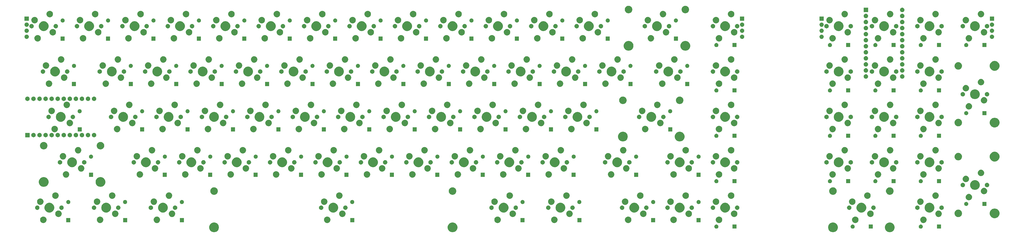
<source format=gbr>
G04 #@! TF.GenerationSoftware,KiCad,Pcbnew,(5.1.4)-1*
G04 #@! TF.CreationDate,2021-01-04T02:25:34-06:00*
G04 #@! TF.ProjectId,65Numpad,36354e75-6d70-4616-942e-6b696361645f,rev?*
G04 #@! TF.SameCoordinates,Original*
G04 #@! TF.FileFunction,Soldermask,Top*
G04 #@! TF.FilePolarity,Negative*
%FSLAX46Y46*%
G04 Gerber Fmt 4.6, Leading zero omitted, Abs format (unit mm)*
G04 Created by KiCad (PCBNEW (5.1.4)-1) date 2021-01-04 02:25:34*
%MOMM*%
%LPD*%
G04 APERTURE LIST*
%ADD10C,0.100000*%
G04 APERTURE END LIST*
D10*
G36*
X77596574Y-141226184D02*
G01*
X77814574Y-141316483D01*
X77968723Y-141380333D01*
X78303648Y-141604123D01*
X78588477Y-141888952D01*
X78812267Y-142223877D01*
X78812267Y-142223878D01*
X78966416Y-142596026D01*
X79045000Y-142991094D01*
X79045000Y-143393906D01*
X78966416Y-143788974D01*
X78876117Y-144006974D01*
X78812267Y-144161123D01*
X78588477Y-144496048D01*
X78303648Y-144780877D01*
X77968723Y-145004667D01*
X77814574Y-145068517D01*
X77596574Y-145158816D01*
X77201506Y-145237400D01*
X76798694Y-145237400D01*
X76403626Y-145158816D01*
X76185626Y-145068517D01*
X76031477Y-145004667D01*
X75696552Y-144780877D01*
X75411723Y-144496048D01*
X75187933Y-144161123D01*
X75124083Y-144006974D01*
X75033784Y-143788974D01*
X74955200Y-143393906D01*
X74955200Y-142991094D01*
X75033784Y-142596026D01*
X75187933Y-142223878D01*
X75187933Y-142223877D01*
X75411723Y-141888952D01*
X75696552Y-141604123D01*
X76031477Y-141380333D01*
X76185626Y-141316483D01*
X76403626Y-141226184D01*
X76798694Y-141147600D01*
X77201506Y-141147600D01*
X77596574Y-141226184D01*
X77596574Y-141226184D01*
G37*
G36*
X337146474Y-141226184D02*
G01*
X337364474Y-141316483D01*
X337518623Y-141380333D01*
X337853548Y-141604123D01*
X338138377Y-141888952D01*
X338362167Y-142223877D01*
X338362167Y-142223878D01*
X338516316Y-142596026D01*
X338594900Y-142991094D01*
X338594900Y-143393906D01*
X338516316Y-143788974D01*
X338426017Y-144006974D01*
X338362167Y-144161123D01*
X338138377Y-144496048D01*
X337853548Y-144780877D01*
X337518623Y-145004667D01*
X337364474Y-145068517D01*
X337146474Y-145158816D01*
X336751406Y-145237400D01*
X336348594Y-145237400D01*
X335953526Y-145158816D01*
X335735526Y-145068517D01*
X335581377Y-145004667D01*
X335246452Y-144780877D01*
X334961623Y-144496048D01*
X334737833Y-144161123D01*
X334673983Y-144006974D01*
X334583684Y-143788974D01*
X334505100Y-143393906D01*
X334505100Y-142991094D01*
X334583684Y-142596026D01*
X334737833Y-142223878D01*
X334737833Y-142223877D01*
X334961623Y-141888952D01*
X335246452Y-141604123D01*
X335581377Y-141380333D01*
X335735526Y-141316483D01*
X335953526Y-141226184D01*
X336348594Y-141147600D01*
X336751406Y-141147600D01*
X337146474Y-141226184D01*
X337146474Y-141226184D01*
G37*
G36*
X360958974Y-141226184D02*
G01*
X361176974Y-141316483D01*
X361331123Y-141380333D01*
X361666048Y-141604123D01*
X361950877Y-141888952D01*
X362174667Y-142223877D01*
X362174667Y-142223878D01*
X362328816Y-142596026D01*
X362407400Y-142991094D01*
X362407400Y-143393906D01*
X362328816Y-143788974D01*
X362238517Y-144006974D01*
X362174667Y-144161123D01*
X361950877Y-144496048D01*
X361666048Y-144780877D01*
X361331123Y-145004667D01*
X361176974Y-145068517D01*
X360958974Y-145158816D01*
X360563906Y-145237400D01*
X360161094Y-145237400D01*
X359766026Y-145158816D01*
X359548026Y-145068517D01*
X359393877Y-145004667D01*
X359058952Y-144780877D01*
X358774123Y-144496048D01*
X358550333Y-144161123D01*
X358486483Y-144006974D01*
X358396184Y-143788974D01*
X358317600Y-143393906D01*
X358317600Y-142991094D01*
X358396184Y-142596026D01*
X358550333Y-142223878D01*
X358550333Y-142223877D01*
X358774123Y-141888952D01*
X359058952Y-141604123D01*
X359393877Y-141380333D01*
X359548026Y-141316483D01*
X359766026Y-141226184D01*
X360161094Y-141147600D01*
X360563906Y-141147600D01*
X360958974Y-141226184D01*
X360958974Y-141226184D01*
G37*
G36*
X177596374Y-141226184D02*
G01*
X177814374Y-141316483D01*
X177968523Y-141380333D01*
X178303448Y-141604123D01*
X178588277Y-141888952D01*
X178812067Y-142223877D01*
X178812067Y-142223878D01*
X178966216Y-142596026D01*
X179044800Y-142991094D01*
X179044800Y-143393906D01*
X178966216Y-143788974D01*
X178875917Y-144006974D01*
X178812067Y-144161123D01*
X178588277Y-144496048D01*
X178303448Y-144780877D01*
X177968523Y-145004667D01*
X177814374Y-145068517D01*
X177596374Y-145158816D01*
X177201306Y-145237400D01*
X176798494Y-145237400D01*
X176403426Y-145158816D01*
X176185426Y-145068517D01*
X176031277Y-145004667D01*
X175696352Y-144780877D01*
X175411523Y-144496048D01*
X175187733Y-144161123D01*
X175123883Y-144006974D01*
X175033584Y-143788974D01*
X174955000Y-143393906D01*
X174955000Y-142991094D01*
X175033584Y-142596026D01*
X175187733Y-142223878D01*
X175187733Y-142223877D01*
X175411523Y-141888952D01*
X175696352Y-141604123D01*
X176031277Y-141380333D01*
X176185426Y-141316483D01*
X176403426Y-141226184D01*
X176798494Y-141147600D01*
X177201306Y-141147600D01*
X177596374Y-141226184D01*
X177596374Y-141226184D01*
G37*
G36*
X344971823Y-142036313D02*
G01*
X345132242Y-142084976D01*
X345264906Y-142155886D01*
X345280078Y-142163996D01*
X345409659Y-142270341D01*
X345516004Y-142399922D01*
X345516005Y-142399924D01*
X345595024Y-142547758D01*
X345643687Y-142708177D01*
X345660117Y-142875000D01*
X345643687Y-143041823D01*
X345595024Y-143202242D01*
X345524114Y-143334906D01*
X345516004Y-143350078D01*
X345409659Y-143479659D01*
X345280078Y-143586004D01*
X345280076Y-143586005D01*
X345132242Y-143665024D01*
X344971823Y-143713687D01*
X344846804Y-143726000D01*
X344763196Y-143726000D01*
X344638177Y-143713687D01*
X344477758Y-143665024D01*
X344329924Y-143586005D01*
X344329922Y-143586004D01*
X344200341Y-143479659D01*
X344093996Y-143350078D01*
X344085886Y-143334906D01*
X344014976Y-143202242D01*
X343966313Y-143041823D01*
X343949883Y-142875000D01*
X343966313Y-142708177D01*
X344014976Y-142547758D01*
X344093995Y-142399924D01*
X344093996Y-142399922D01*
X344200341Y-142270341D01*
X344329922Y-142163996D01*
X344345094Y-142155886D01*
X344477758Y-142084976D01*
X344638177Y-142036313D01*
X344763196Y-142024000D01*
X344846804Y-142024000D01*
X344971823Y-142036313D01*
X344971823Y-142036313D01*
G37*
G36*
X353276000Y-143726000D02*
G01*
X351574000Y-143726000D01*
X351574000Y-142024000D01*
X353276000Y-142024000D01*
X353276000Y-143726000D01*
X353276000Y-143726000D01*
G37*
G36*
X373546823Y-142036313D02*
G01*
X373707242Y-142084976D01*
X373839906Y-142155886D01*
X373855078Y-142163996D01*
X373984659Y-142270341D01*
X374091004Y-142399922D01*
X374091005Y-142399924D01*
X374170024Y-142547758D01*
X374218687Y-142708177D01*
X374235117Y-142875000D01*
X374218687Y-143041823D01*
X374170024Y-143202242D01*
X374099114Y-143334906D01*
X374091004Y-143350078D01*
X373984659Y-143479659D01*
X373855078Y-143586004D01*
X373855076Y-143586005D01*
X373707242Y-143665024D01*
X373546823Y-143713687D01*
X373421804Y-143726000D01*
X373338196Y-143726000D01*
X373213177Y-143713687D01*
X373052758Y-143665024D01*
X372904924Y-143586005D01*
X372904922Y-143586004D01*
X372775341Y-143479659D01*
X372668996Y-143350078D01*
X372660886Y-143334906D01*
X372589976Y-143202242D01*
X372541313Y-143041823D01*
X372524883Y-142875000D01*
X372541313Y-142708177D01*
X372589976Y-142547758D01*
X372668995Y-142399924D01*
X372668996Y-142399922D01*
X372775341Y-142270341D01*
X372904922Y-142163996D01*
X372920094Y-142155886D01*
X373052758Y-142084976D01*
X373213177Y-142036313D01*
X373338196Y-142024000D01*
X373421804Y-142024000D01*
X373546823Y-142036313D01*
X373546823Y-142036313D01*
G37*
G36*
X381851000Y-143726000D02*
G01*
X380149000Y-143726000D01*
X380149000Y-142024000D01*
X381851000Y-142024000D01*
X381851000Y-143726000D01*
X381851000Y-143726000D01*
G37*
G36*
X287821823Y-142036313D02*
G01*
X287982242Y-142084976D01*
X288114906Y-142155886D01*
X288130078Y-142163996D01*
X288259659Y-142270341D01*
X288366004Y-142399922D01*
X288366005Y-142399924D01*
X288445024Y-142547758D01*
X288493687Y-142708177D01*
X288510117Y-142875000D01*
X288493687Y-143041823D01*
X288445024Y-143202242D01*
X288374114Y-143334906D01*
X288366004Y-143350078D01*
X288259659Y-143479659D01*
X288130078Y-143586004D01*
X288130076Y-143586005D01*
X287982242Y-143665024D01*
X287821823Y-143713687D01*
X287696804Y-143726000D01*
X287613196Y-143726000D01*
X287488177Y-143713687D01*
X287327758Y-143665024D01*
X287179924Y-143586005D01*
X287179922Y-143586004D01*
X287050341Y-143479659D01*
X286943996Y-143350078D01*
X286935886Y-143334906D01*
X286864976Y-143202242D01*
X286816313Y-143041823D01*
X286799883Y-142875000D01*
X286816313Y-142708177D01*
X286864976Y-142547758D01*
X286943995Y-142399924D01*
X286943996Y-142399922D01*
X287050341Y-142270341D01*
X287179922Y-142163996D01*
X287195094Y-142155886D01*
X287327758Y-142084976D01*
X287488177Y-142036313D01*
X287613196Y-142024000D01*
X287696804Y-142024000D01*
X287821823Y-142036313D01*
X287821823Y-142036313D01*
G37*
G36*
X296126000Y-143726000D02*
G01*
X294424000Y-143726000D01*
X294424000Y-142024000D01*
X296126000Y-142024000D01*
X296126000Y-143726000D01*
X296126000Y-143726000D01*
G37*
G36*
X124834360Y-138714497D02*
G01*
X124854072Y-138718418D01*
X125099939Y-138820259D01*
X125321212Y-138968110D01*
X125509390Y-139156288D01*
X125657241Y-139377561D01*
X125759082Y-139623428D01*
X125811000Y-139884438D01*
X125811000Y-140150562D01*
X125759082Y-140411572D01*
X125657241Y-140657439D01*
X125509390Y-140878712D01*
X125321212Y-141066890D01*
X125099939Y-141214741D01*
X125099938Y-141214742D01*
X125099937Y-141214742D01*
X124854072Y-141316582D01*
X124593063Y-141368500D01*
X124326937Y-141368500D01*
X124065928Y-141316582D01*
X123820063Y-141214742D01*
X123820062Y-141214742D01*
X123820061Y-141214741D01*
X123598788Y-141066890D01*
X123410610Y-140878712D01*
X123262759Y-140657439D01*
X123160918Y-140411572D01*
X123109000Y-140150562D01*
X123109000Y-139884438D01*
X123160918Y-139623428D01*
X123262759Y-139377561D01*
X123410610Y-139156288D01*
X123598788Y-138968110D01*
X123820061Y-138820259D01*
X124065928Y-138718418D01*
X124085640Y-138714497D01*
X124326937Y-138666500D01*
X124593063Y-138666500D01*
X124834360Y-138714497D01*
X124834360Y-138714497D01*
G37*
G36*
X29584360Y-138714497D02*
G01*
X29604072Y-138718418D01*
X29849939Y-138820259D01*
X30071212Y-138968110D01*
X30259390Y-139156288D01*
X30407241Y-139377561D01*
X30509082Y-139623428D01*
X30561000Y-139884438D01*
X30561000Y-140150562D01*
X30509082Y-140411572D01*
X30407241Y-140657439D01*
X30259390Y-140878712D01*
X30071212Y-141066890D01*
X29849939Y-141214741D01*
X29849938Y-141214742D01*
X29849937Y-141214742D01*
X29604072Y-141316582D01*
X29343063Y-141368500D01*
X29076937Y-141368500D01*
X28815928Y-141316582D01*
X28570063Y-141214742D01*
X28570062Y-141214742D01*
X28570061Y-141214741D01*
X28348788Y-141066890D01*
X28160610Y-140878712D01*
X28012759Y-140657439D01*
X27910918Y-140411572D01*
X27859000Y-140150562D01*
X27859000Y-139884438D01*
X27910918Y-139623428D01*
X28012759Y-139377561D01*
X28160610Y-139156288D01*
X28348788Y-138968110D01*
X28570061Y-138820259D01*
X28815928Y-138718418D01*
X28835640Y-138714497D01*
X29076937Y-138666500D01*
X29343063Y-138666500D01*
X29584360Y-138714497D01*
X29584360Y-138714497D01*
G37*
G36*
X5771860Y-138714497D02*
G01*
X5791572Y-138718418D01*
X6037439Y-138820259D01*
X6258712Y-138968110D01*
X6446890Y-139156288D01*
X6594741Y-139377561D01*
X6696582Y-139623428D01*
X6748500Y-139884438D01*
X6748500Y-140150562D01*
X6696582Y-140411572D01*
X6594741Y-140657439D01*
X6446890Y-140878712D01*
X6258712Y-141066890D01*
X6037439Y-141214741D01*
X6037438Y-141214742D01*
X6037437Y-141214742D01*
X5791572Y-141316582D01*
X5530563Y-141368500D01*
X5264437Y-141368500D01*
X5003428Y-141316582D01*
X4757563Y-141214742D01*
X4757562Y-141214742D01*
X4757561Y-141214741D01*
X4536288Y-141066890D01*
X4348110Y-140878712D01*
X4200259Y-140657439D01*
X4098418Y-140411572D01*
X4046500Y-140150562D01*
X4046500Y-139884438D01*
X4098418Y-139623428D01*
X4200259Y-139377561D01*
X4348110Y-139156288D01*
X4536288Y-138968110D01*
X4757561Y-138820259D01*
X5003428Y-138718418D01*
X5023140Y-138714497D01*
X5264437Y-138666500D01*
X5530563Y-138666500D01*
X5771860Y-138714497D01*
X5771860Y-138714497D01*
G37*
G36*
X53396860Y-138714497D02*
G01*
X53416572Y-138718418D01*
X53662439Y-138820259D01*
X53883712Y-138968110D01*
X54071890Y-139156288D01*
X54219741Y-139377561D01*
X54321582Y-139623428D01*
X54373500Y-139884438D01*
X54373500Y-140150562D01*
X54321582Y-140411572D01*
X54219741Y-140657439D01*
X54071890Y-140878712D01*
X53883712Y-141066890D01*
X53662439Y-141214741D01*
X53662438Y-141214742D01*
X53662437Y-141214742D01*
X53416572Y-141316582D01*
X53155563Y-141368500D01*
X52889437Y-141368500D01*
X52628428Y-141316582D01*
X52382563Y-141214742D01*
X52382562Y-141214742D01*
X52382561Y-141214741D01*
X52161288Y-141066890D01*
X51973110Y-140878712D01*
X51825259Y-140657439D01*
X51723418Y-140411572D01*
X51671500Y-140150562D01*
X51671500Y-139884438D01*
X51723418Y-139623428D01*
X51825259Y-139377561D01*
X51973110Y-139156288D01*
X52161288Y-138968110D01*
X52382561Y-138820259D01*
X52628428Y-138718418D01*
X52648140Y-138714497D01*
X52889437Y-138666500D01*
X53155563Y-138666500D01*
X53396860Y-138714497D01*
X53396860Y-138714497D01*
G37*
G36*
X220084360Y-138714497D02*
G01*
X220104072Y-138718418D01*
X220349939Y-138820259D01*
X220571212Y-138968110D01*
X220759390Y-139156288D01*
X220907241Y-139377561D01*
X221009082Y-139623428D01*
X221061000Y-139884438D01*
X221061000Y-140150562D01*
X221009082Y-140411572D01*
X220907241Y-140657439D01*
X220759390Y-140878712D01*
X220571212Y-141066890D01*
X220349939Y-141214741D01*
X220349938Y-141214742D01*
X220349937Y-141214742D01*
X220104072Y-141316582D01*
X219843063Y-141368500D01*
X219576937Y-141368500D01*
X219315928Y-141316582D01*
X219070063Y-141214742D01*
X219070062Y-141214742D01*
X219070061Y-141214741D01*
X218848788Y-141066890D01*
X218660610Y-140878712D01*
X218512759Y-140657439D01*
X218410918Y-140411572D01*
X218359000Y-140150562D01*
X218359000Y-139884438D01*
X218410918Y-139623428D01*
X218512759Y-139377561D01*
X218660610Y-139156288D01*
X218848788Y-138968110D01*
X219070061Y-138820259D01*
X219315928Y-138718418D01*
X219335640Y-138714497D01*
X219576937Y-138666500D01*
X219843063Y-138666500D01*
X220084360Y-138714497D01*
X220084360Y-138714497D01*
G37*
G36*
X346290610Y-138714497D02*
G01*
X346310322Y-138718418D01*
X346556189Y-138820259D01*
X346777462Y-138968110D01*
X346965640Y-139156288D01*
X347113491Y-139377561D01*
X347215332Y-139623428D01*
X347267250Y-139884438D01*
X347267250Y-140150562D01*
X347215332Y-140411572D01*
X347113491Y-140657439D01*
X346965640Y-140878712D01*
X346777462Y-141066890D01*
X346556189Y-141214741D01*
X346556188Y-141214742D01*
X346556187Y-141214742D01*
X346310322Y-141316582D01*
X346049313Y-141368500D01*
X345783187Y-141368500D01*
X345522178Y-141316582D01*
X345276313Y-141214742D01*
X345276312Y-141214742D01*
X345276311Y-141214741D01*
X345055038Y-141066890D01*
X344866860Y-140878712D01*
X344719009Y-140657439D01*
X344617168Y-140411572D01*
X344565250Y-140150562D01*
X344565250Y-139884438D01*
X344617168Y-139623428D01*
X344719009Y-139377561D01*
X344866860Y-139156288D01*
X345055038Y-138968110D01*
X345276311Y-138820259D01*
X345522178Y-138718418D01*
X345541890Y-138714497D01*
X345783187Y-138666500D01*
X346049313Y-138666500D01*
X346290610Y-138714497D01*
X346290610Y-138714497D01*
G37*
G36*
X374865610Y-138714497D02*
G01*
X374885322Y-138718418D01*
X375131189Y-138820259D01*
X375352462Y-138968110D01*
X375540640Y-139156288D01*
X375688491Y-139377561D01*
X375790332Y-139623428D01*
X375842250Y-139884438D01*
X375842250Y-140150562D01*
X375790332Y-140411572D01*
X375688491Y-140657439D01*
X375540640Y-140878712D01*
X375352462Y-141066890D01*
X375131189Y-141214741D01*
X375131188Y-141214742D01*
X375131187Y-141214742D01*
X374885322Y-141316582D01*
X374624313Y-141368500D01*
X374358187Y-141368500D01*
X374097178Y-141316582D01*
X373851313Y-141214742D01*
X373851312Y-141214742D01*
X373851311Y-141214741D01*
X373630038Y-141066890D01*
X373441860Y-140878712D01*
X373294009Y-140657439D01*
X373192168Y-140411572D01*
X373140250Y-140150562D01*
X373140250Y-139884438D01*
X373192168Y-139623428D01*
X373294009Y-139377561D01*
X373441860Y-139156288D01*
X373630038Y-138968110D01*
X373851311Y-138820259D01*
X374097178Y-138718418D01*
X374116890Y-138714497D01*
X374358187Y-138666500D01*
X374624313Y-138666500D01*
X374865610Y-138714497D01*
X374865610Y-138714497D01*
G37*
G36*
X289140610Y-138714497D02*
G01*
X289160322Y-138718418D01*
X289406189Y-138820259D01*
X289627462Y-138968110D01*
X289815640Y-139156288D01*
X289963491Y-139377561D01*
X290065332Y-139623428D01*
X290117250Y-139884438D01*
X290117250Y-140150562D01*
X290065332Y-140411572D01*
X289963491Y-140657439D01*
X289815640Y-140878712D01*
X289627462Y-141066890D01*
X289406189Y-141214741D01*
X289406188Y-141214742D01*
X289406187Y-141214742D01*
X289160322Y-141316582D01*
X288899313Y-141368500D01*
X288633187Y-141368500D01*
X288372178Y-141316582D01*
X288126313Y-141214742D01*
X288126312Y-141214742D01*
X288126311Y-141214741D01*
X287905038Y-141066890D01*
X287716860Y-140878712D01*
X287569009Y-140657439D01*
X287467168Y-140411572D01*
X287415250Y-140150562D01*
X287415250Y-139884438D01*
X287467168Y-139623428D01*
X287569009Y-139377561D01*
X287716860Y-139156288D01*
X287905038Y-138968110D01*
X288126311Y-138820259D01*
X288372178Y-138718418D01*
X288391890Y-138714497D01*
X288633187Y-138666500D01*
X288899313Y-138666500D01*
X289140610Y-138714497D01*
X289140610Y-138714497D01*
G37*
G36*
X270090610Y-138714497D02*
G01*
X270110322Y-138718418D01*
X270356189Y-138820259D01*
X270577462Y-138968110D01*
X270765640Y-139156288D01*
X270913491Y-139377561D01*
X271015332Y-139623428D01*
X271067250Y-139884438D01*
X271067250Y-140150562D01*
X271015332Y-140411572D01*
X270913491Y-140657439D01*
X270765640Y-140878712D01*
X270577462Y-141066890D01*
X270356189Y-141214741D01*
X270356188Y-141214742D01*
X270356187Y-141214742D01*
X270110322Y-141316582D01*
X269849313Y-141368500D01*
X269583187Y-141368500D01*
X269322178Y-141316582D01*
X269076313Y-141214742D01*
X269076312Y-141214742D01*
X269076311Y-141214741D01*
X268855038Y-141066890D01*
X268666860Y-140878712D01*
X268519009Y-140657439D01*
X268417168Y-140411572D01*
X268365250Y-140150562D01*
X268365250Y-139884438D01*
X268417168Y-139623428D01*
X268519009Y-139377561D01*
X268666860Y-139156288D01*
X268855038Y-138968110D01*
X269076311Y-138820259D01*
X269322178Y-138718418D01*
X269341890Y-138714497D01*
X269583187Y-138666500D01*
X269849313Y-138666500D01*
X270090610Y-138714497D01*
X270090610Y-138714497D01*
G37*
G36*
X251040610Y-138714497D02*
G01*
X251060322Y-138718418D01*
X251306189Y-138820259D01*
X251527462Y-138968110D01*
X251715640Y-139156288D01*
X251863491Y-139377561D01*
X251965332Y-139623428D01*
X252017250Y-139884438D01*
X252017250Y-140150562D01*
X251965332Y-140411572D01*
X251863491Y-140657439D01*
X251715640Y-140878712D01*
X251527462Y-141066890D01*
X251306189Y-141214741D01*
X251306188Y-141214742D01*
X251306187Y-141214742D01*
X251060322Y-141316582D01*
X250799313Y-141368500D01*
X250533187Y-141368500D01*
X250272178Y-141316582D01*
X250026313Y-141214742D01*
X250026312Y-141214742D01*
X250026311Y-141214741D01*
X249805038Y-141066890D01*
X249616860Y-140878712D01*
X249469009Y-140657439D01*
X249367168Y-140411572D01*
X249315250Y-140150562D01*
X249315250Y-139884438D01*
X249367168Y-139623428D01*
X249469009Y-139377561D01*
X249616860Y-139156288D01*
X249805038Y-138968110D01*
X250026311Y-138820259D01*
X250272178Y-138718418D01*
X250291890Y-138714497D01*
X250533187Y-138666500D01*
X250799313Y-138666500D01*
X251040610Y-138714497D01*
X251040610Y-138714497D01*
G37*
G36*
X196271860Y-138714497D02*
G01*
X196291572Y-138718418D01*
X196537439Y-138820259D01*
X196758712Y-138968110D01*
X196946890Y-139156288D01*
X197094741Y-139377561D01*
X197196582Y-139623428D01*
X197248500Y-139884438D01*
X197248500Y-140150562D01*
X197196582Y-140411572D01*
X197094741Y-140657439D01*
X196946890Y-140878712D01*
X196758712Y-141066890D01*
X196537439Y-141214741D01*
X196537438Y-141214742D01*
X196537437Y-141214742D01*
X196291572Y-141316582D01*
X196030563Y-141368500D01*
X195764437Y-141368500D01*
X195503428Y-141316582D01*
X195257563Y-141214742D01*
X195257562Y-141214742D01*
X195257561Y-141214741D01*
X195036288Y-141066890D01*
X194848110Y-140878712D01*
X194700259Y-140657439D01*
X194598418Y-140411572D01*
X194546500Y-140150562D01*
X194546500Y-139884438D01*
X194598418Y-139623428D01*
X194700259Y-139377561D01*
X194848110Y-139156288D01*
X195036288Y-138968110D01*
X195257561Y-138820259D01*
X195503428Y-138718418D01*
X195523140Y-138714497D01*
X195764437Y-138666500D01*
X196030563Y-138666500D01*
X196271860Y-138714497D01*
X196271860Y-138714497D01*
G37*
G36*
X231038500Y-141027250D02*
G01*
X229336500Y-141027250D01*
X229336500Y-139325250D01*
X231038500Y-139325250D01*
X231038500Y-141027250D01*
X231038500Y-141027250D01*
G37*
G36*
X281044750Y-141027250D02*
G01*
X279342750Y-141027250D01*
X279342750Y-139325250D01*
X281044750Y-139325250D01*
X281044750Y-141027250D01*
X281044750Y-141027250D01*
G37*
G36*
X261994750Y-141027250D02*
G01*
X260292750Y-141027250D01*
X260292750Y-139325250D01*
X261994750Y-139325250D01*
X261994750Y-141027250D01*
X261994750Y-141027250D01*
G37*
G36*
X207226000Y-141027250D02*
G01*
X205524000Y-141027250D01*
X205524000Y-139325250D01*
X207226000Y-139325250D01*
X207226000Y-141027250D01*
X207226000Y-141027250D01*
G37*
G36*
X64351000Y-141027250D02*
G01*
X62649000Y-141027250D01*
X62649000Y-139325250D01*
X64351000Y-139325250D01*
X64351000Y-141027250D01*
X64351000Y-141027250D01*
G37*
G36*
X135788500Y-141027250D02*
G01*
X134086500Y-141027250D01*
X134086500Y-139325250D01*
X135788500Y-139325250D01*
X135788500Y-141027250D01*
X135788500Y-141027250D01*
G37*
G36*
X16726000Y-141027250D02*
G01*
X15024000Y-141027250D01*
X15024000Y-139325250D01*
X16726000Y-139325250D01*
X16726000Y-141027250D01*
X16726000Y-141027250D01*
G37*
G36*
X40538500Y-141027250D02*
G01*
X38836500Y-141027250D01*
X38836500Y-139325250D01*
X40538500Y-139325250D01*
X40538500Y-141027250D01*
X40538500Y-141027250D01*
G37*
G36*
X404932724Y-135352434D02*
G01*
X405150724Y-135442733D01*
X405304873Y-135506583D01*
X405639798Y-135730373D01*
X405924627Y-136015202D01*
X406148417Y-136350127D01*
X406148417Y-136350128D01*
X406302566Y-136722276D01*
X406381150Y-137117344D01*
X406381150Y-137520156D01*
X406302566Y-137915224D01*
X406240613Y-138064791D01*
X406148417Y-138287373D01*
X405924627Y-138622298D01*
X405639798Y-138907127D01*
X405304873Y-139130917D01*
X405243619Y-139156289D01*
X404932724Y-139285066D01*
X404537656Y-139363650D01*
X404134844Y-139363650D01*
X403739776Y-139285066D01*
X403428881Y-139156289D01*
X403367627Y-139130917D01*
X403032702Y-138907127D01*
X402747873Y-138622298D01*
X402524083Y-138287373D01*
X402431887Y-138064791D01*
X402369934Y-137915224D01*
X402291350Y-137520156D01*
X402291350Y-137117344D01*
X402369934Y-136722276D01*
X402524083Y-136350128D01*
X402524083Y-136350127D01*
X402747873Y-136015202D01*
X403032702Y-135730373D01*
X403367627Y-135506583D01*
X403521776Y-135442733D01*
X403739776Y-135352434D01*
X404134844Y-135273850D01*
X404537656Y-135273850D01*
X404932724Y-135352434D01*
X404932724Y-135352434D01*
G37*
G36*
X389403517Y-135774013D02*
G01*
X389555661Y-135804276D01*
X389674387Y-135853454D01*
X389842291Y-135923002D01*
X389842292Y-135923003D01*
X390100254Y-136095367D01*
X390319633Y-136314746D01*
X390343274Y-136350128D01*
X390491998Y-136572709D01*
X390510049Y-136616288D01*
X390610724Y-136859339D01*
X390620738Y-136909682D01*
X390671250Y-137163625D01*
X390671250Y-137473875D01*
X390610724Y-137778160D01*
X390491998Y-138064791D01*
X390491997Y-138064792D01*
X390319633Y-138322754D01*
X390100254Y-138542133D01*
X389980278Y-138622298D01*
X389842291Y-138714498D01*
X389692406Y-138776582D01*
X389555661Y-138833224D01*
X389403517Y-138863487D01*
X389251375Y-138893750D01*
X388941125Y-138893750D01*
X388788983Y-138863487D01*
X388636839Y-138833224D01*
X388500094Y-138776582D01*
X388350209Y-138714498D01*
X388212222Y-138622298D01*
X388092246Y-138542133D01*
X387872867Y-138322754D01*
X387700503Y-138064792D01*
X387700502Y-138064791D01*
X387581776Y-137778160D01*
X387521250Y-137473875D01*
X387521250Y-137163625D01*
X387571762Y-136909682D01*
X387581776Y-136859339D01*
X387682451Y-136616288D01*
X387700502Y-136572709D01*
X387849226Y-136350128D01*
X387872867Y-136314746D01*
X388092246Y-136095367D01*
X388350208Y-135923003D01*
X388350209Y-135923002D01*
X388518113Y-135853454D01*
X388636839Y-135804276D01*
X388788983Y-135774013D01*
X388941125Y-135743750D01*
X389251375Y-135743750D01*
X389403517Y-135774013D01*
X389403517Y-135774013D01*
G37*
G36*
X276460322Y-136178418D02*
G01*
X276620912Y-136244936D01*
X276706189Y-136280259D01*
X276927462Y-136428110D01*
X277115640Y-136616288D01*
X277208375Y-136755074D01*
X277263492Y-136837563D01*
X277365332Y-137083428D01*
X277417250Y-137344437D01*
X277417250Y-137610563D01*
X277365332Y-137871572D01*
X277263492Y-138117437D01*
X277115641Y-138338711D01*
X276927461Y-138526891D01*
X276817578Y-138600313D01*
X276706189Y-138674741D01*
X276706188Y-138674742D01*
X276706187Y-138674742D01*
X276460322Y-138776582D01*
X276199313Y-138828500D01*
X275933187Y-138828500D01*
X275672178Y-138776582D01*
X275426313Y-138674742D01*
X275426312Y-138674742D01*
X275426311Y-138674741D01*
X275314922Y-138600313D01*
X275205039Y-138526891D01*
X275016859Y-138338711D01*
X274869008Y-138117437D01*
X274767168Y-137871572D01*
X274715250Y-137610563D01*
X274715250Y-137344437D01*
X274767168Y-137083428D01*
X274869008Y-136837563D01*
X274924126Y-136755074D01*
X275016860Y-136616288D01*
X275205038Y-136428110D01*
X275426311Y-136280259D01*
X275511589Y-136244936D01*
X275672178Y-136178418D01*
X275933187Y-136126500D01*
X276199313Y-136126500D01*
X276460322Y-136178418D01*
X276460322Y-136178418D01*
G37*
G36*
X12141572Y-136178418D02*
G01*
X12302162Y-136244936D01*
X12387439Y-136280259D01*
X12608712Y-136428110D01*
X12796890Y-136616288D01*
X12889625Y-136755074D01*
X12944742Y-136837563D01*
X13046582Y-137083428D01*
X13098500Y-137344437D01*
X13098500Y-137610563D01*
X13046582Y-137871572D01*
X12944742Y-138117437D01*
X12796891Y-138338711D01*
X12608711Y-138526891D01*
X12498828Y-138600313D01*
X12387439Y-138674741D01*
X12387438Y-138674742D01*
X12387437Y-138674742D01*
X12141572Y-138776582D01*
X11880563Y-138828500D01*
X11614437Y-138828500D01*
X11353428Y-138776582D01*
X11107563Y-138674742D01*
X11107562Y-138674742D01*
X11107561Y-138674741D01*
X10996172Y-138600313D01*
X10886289Y-138526891D01*
X10698109Y-138338711D01*
X10550258Y-138117437D01*
X10448418Y-137871572D01*
X10396500Y-137610563D01*
X10396500Y-137344437D01*
X10448418Y-137083428D01*
X10550258Y-136837563D01*
X10605376Y-136755074D01*
X10698110Y-136616288D01*
X10886288Y-136428110D01*
X11107561Y-136280259D01*
X11192839Y-136244936D01*
X11353428Y-136178418D01*
X11614437Y-136126500D01*
X11880563Y-136126500D01*
X12141572Y-136178418D01*
X12141572Y-136178418D01*
G37*
G36*
X131204072Y-136178418D02*
G01*
X131364662Y-136244936D01*
X131449939Y-136280259D01*
X131671212Y-136428110D01*
X131859390Y-136616288D01*
X131952125Y-136755074D01*
X132007242Y-136837563D01*
X132109082Y-137083428D01*
X132161000Y-137344437D01*
X132161000Y-137610563D01*
X132109082Y-137871572D01*
X132007242Y-138117437D01*
X131859391Y-138338711D01*
X131671211Y-138526891D01*
X131561328Y-138600313D01*
X131449939Y-138674741D01*
X131449938Y-138674742D01*
X131449937Y-138674742D01*
X131204072Y-138776582D01*
X130943063Y-138828500D01*
X130676937Y-138828500D01*
X130415928Y-138776582D01*
X130170063Y-138674742D01*
X130170062Y-138674742D01*
X130170061Y-138674741D01*
X130058672Y-138600313D01*
X129948789Y-138526891D01*
X129760609Y-138338711D01*
X129612758Y-138117437D01*
X129510918Y-137871572D01*
X129459000Y-137610563D01*
X129459000Y-137344437D01*
X129510918Y-137083428D01*
X129612758Y-136837563D01*
X129667876Y-136755074D01*
X129760610Y-136616288D01*
X129948788Y-136428110D01*
X130170061Y-136280259D01*
X130255339Y-136244936D01*
X130415928Y-136178418D01*
X130676937Y-136126500D01*
X130943063Y-136126500D01*
X131204072Y-136178418D01*
X131204072Y-136178418D01*
G37*
G36*
X295510322Y-136178418D02*
G01*
X295670912Y-136244936D01*
X295756189Y-136280259D01*
X295977462Y-136428110D01*
X296165640Y-136616288D01*
X296258375Y-136755074D01*
X296313492Y-136837563D01*
X296415332Y-137083428D01*
X296467250Y-137344437D01*
X296467250Y-137610563D01*
X296415332Y-137871572D01*
X296313492Y-138117437D01*
X296165641Y-138338711D01*
X295977461Y-138526891D01*
X295867578Y-138600313D01*
X295756189Y-138674741D01*
X295756188Y-138674742D01*
X295756187Y-138674742D01*
X295510322Y-138776582D01*
X295249313Y-138828500D01*
X294983187Y-138828500D01*
X294722178Y-138776582D01*
X294476313Y-138674742D01*
X294476312Y-138674742D01*
X294476311Y-138674741D01*
X294364922Y-138600313D01*
X294255039Y-138526891D01*
X294066859Y-138338711D01*
X293919008Y-138117437D01*
X293817168Y-137871572D01*
X293765250Y-137610563D01*
X293765250Y-137344437D01*
X293817168Y-137083428D01*
X293919008Y-136837563D01*
X293974126Y-136755074D01*
X294066860Y-136616288D01*
X294255038Y-136428110D01*
X294476311Y-136280259D01*
X294561589Y-136244936D01*
X294722178Y-136178418D01*
X294983187Y-136126500D01*
X295249313Y-136126500D01*
X295510322Y-136178418D01*
X295510322Y-136178418D01*
G37*
G36*
X257410322Y-136178418D02*
G01*
X257570912Y-136244936D01*
X257656189Y-136280259D01*
X257877462Y-136428110D01*
X258065640Y-136616288D01*
X258158375Y-136755074D01*
X258213492Y-136837563D01*
X258315332Y-137083428D01*
X258367250Y-137344437D01*
X258367250Y-137610563D01*
X258315332Y-137871572D01*
X258213492Y-138117437D01*
X258065641Y-138338711D01*
X257877461Y-138526891D01*
X257767578Y-138600313D01*
X257656189Y-138674741D01*
X257656188Y-138674742D01*
X257656187Y-138674742D01*
X257410322Y-138776582D01*
X257149313Y-138828500D01*
X256883187Y-138828500D01*
X256622178Y-138776582D01*
X256376313Y-138674742D01*
X256376312Y-138674742D01*
X256376311Y-138674741D01*
X256264922Y-138600313D01*
X256155039Y-138526891D01*
X255966859Y-138338711D01*
X255819008Y-138117437D01*
X255717168Y-137871572D01*
X255665250Y-137610563D01*
X255665250Y-137344437D01*
X255717168Y-137083428D01*
X255819008Y-136837563D01*
X255874126Y-136755074D01*
X255966860Y-136616288D01*
X256155038Y-136428110D01*
X256376311Y-136280259D01*
X256461589Y-136244936D01*
X256622178Y-136178418D01*
X256883187Y-136126500D01*
X257149313Y-136126500D01*
X257410322Y-136178418D01*
X257410322Y-136178418D01*
G37*
G36*
X352660322Y-136178418D02*
G01*
X352820912Y-136244936D01*
X352906189Y-136280259D01*
X353127462Y-136428110D01*
X353315640Y-136616288D01*
X353408375Y-136755074D01*
X353463492Y-136837563D01*
X353565332Y-137083428D01*
X353617250Y-137344437D01*
X353617250Y-137610563D01*
X353565332Y-137871572D01*
X353463492Y-138117437D01*
X353315641Y-138338711D01*
X353127461Y-138526891D01*
X353017578Y-138600313D01*
X352906189Y-138674741D01*
X352906188Y-138674742D01*
X352906187Y-138674742D01*
X352660322Y-138776582D01*
X352399313Y-138828500D01*
X352133187Y-138828500D01*
X351872178Y-138776582D01*
X351626313Y-138674742D01*
X351626312Y-138674742D01*
X351626311Y-138674741D01*
X351514922Y-138600313D01*
X351405039Y-138526891D01*
X351216859Y-138338711D01*
X351069008Y-138117437D01*
X350967168Y-137871572D01*
X350915250Y-137610563D01*
X350915250Y-137344437D01*
X350967168Y-137083428D01*
X351069008Y-136837563D01*
X351124126Y-136755074D01*
X351216860Y-136616288D01*
X351405038Y-136428110D01*
X351626311Y-136280259D01*
X351711589Y-136244936D01*
X351872178Y-136178418D01*
X352133187Y-136126500D01*
X352399313Y-136126500D01*
X352660322Y-136178418D01*
X352660322Y-136178418D01*
G37*
G36*
X35954072Y-136178418D02*
G01*
X36114662Y-136244936D01*
X36199939Y-136280259D01*
X36421212Y-136428110D01*
X36609390Y-136616288D01*
X36702125Y-136755074D01*
X36757242Y-136837563D01*
X36859082Y-137083428D01*
X36911000Y-137344437D01*
X36911000Y-137610563D01*
X36859082Y-137871572D01*
X36757242Y-138117437D01*
X36609391Y-138338711D01*
X36421211Y-138526891D01*
X36311328Y-138600313D01*
X36199939Y-138674741D01*
X36199938Y-138674742D01*
X36199937Y-138674742D01*
X35954072Y-138776582D01*
X35693063Y-138828500D01*
X35426937Y-138828500D01*
X35165928Y-138776582D01*
X34920063Y-138674742D01*
X34920062Y-138674742D01*
X34920061Y-138674741D01*
X34808672Y-138600313D01*
X34698789Y-138526891D01*
X34510609Y-138338711D01*
X34362758Y-138117437D01*
X34260918Y-137871572D01*
X34209000Y-137610563D01*
X34209000Y-137344437D01*
X34260918Y-137083428D01*
X34362758Y-136837563D01*
X34417876Y-136755074D01*
X34510610Y-136616288D01*
X34698788Y-136428110D01*
X34920061Y-136280259D01*
X35005339Y-136244936D01*
X35165928Y-136178418D01*
X35426937Y-136126500D01*
X35693063Y-136126500D01*
X35954072Y-136178418D01*
X35954072Y-136178418D01*
G37*
G36*
X59766572Y-136178418D02*
G01*
X59927162Y-136244936D01*
X60012439Y-136280259D01*
X60233712Y-136428110D01*
X60421890Y-136616288D01*
X60514625Y-136755074D01*
X60569742Y-136837563D01*
X60671582Y-137083428D01*
X60723500Y-137344437D01*
X60723500Y-137610563D01*
X60671582Y-137871572D01*
X60569742Y-138117437D01*
X60421891Y-138338711D01*
X60233711Y-138526891D01*
X60123828Y-138600313D01*
X60012439Y-138674741D01*
X60012438Y-138674742D01*
X60012437Y-138674742D01*
X59766572Y-138776582D01*
X59505563Y-138828500D01*
X59239437Y-138828500D01*
X58978428Y-138776582D01*
X58732563Y-138674742D01*
X58732562Y-138674742D01*
X58732561Y-138674741D01*
X58621172Y-138600313D01*
X58511289Y-138526891D01*
X58323109Y-138338711D01*
X58175258Y-138117437D01*
X58073418Y-137871572D01*
X58021500Y-137610563D01*
X58021500Y-137344437D01*
X58073418Y-137083428D01*
X58175258Y-136837563D01*
X58230376Y-136755074D01*
X58323110Y-136616288D01*
X58511288Y-136428110D01*
X58732561Y-136280259D01*
X58817839Y-136244936D01*
X58978428Y-136178418D01*
X59239437Y-136126500D01*
X59505563Y-136126500D01*
X59766572Y-136178418D01*
X59766572Y-136178418D01*
G37*
G36*
X381235322Y-136178418D02*
G01*
X381395912Y-136244936D01*
X381481189Y-136280259D01*
X381702462Y-136428110D01*
X381890640Y-136616288D01*
X381983375Y-136755074D01*
X382038492Y-136837563D01*
X382140332Y-137083428D01*
X382192250Y-137344437D01*
X382192250Y-137610563D01*
X382140332Y-137871572D01*
X382038492Y-138117437D01*
X381890641Y-138338711D01*
X381702461Y-138526891D01*
X381592578Y-138600313D01*
X381481189Y-138674741D01*
X381481188Y-138674742D01*
X381481187Y-138674742D01*
X381235322Y-138776582D01*
X380974313Y-138828500D01*
X380708187Y-138828500D01*
X380447178Y-138776582D01*
X380201313Y-138674742D01*
X380201312Y-138674742D01*
X380201311Y-138674741D01*
X380089922Y-138600313D01*
X379980039Y-138526891D01*
X379791859Y-138338711D01*
X379644008Y-138117437D01*
X379542168Y-137871572D01*
X379490250Y-137610563D01*
X379490250Y-137344437D01*
X379542168Y-137083428D01*
X379644008Y-136837563D01*
X379699126Y-136755074D01*
X379791860Y-136616288D01*
X379980038Y-136428110D01*
X380201311Y-136280259D01*
X380286589Y-136244936D01*
X380447178Y-136178418D01*
X380708187Y-136126500D01*
X380974313Y-136126500D01*
X381235322Y-136178418D01*
X381235322Y-136178418D01*
G37*
G36*
X202641572Y-136178418D02*
G01*
X202802162Y-136244936D01*
X202887439Y-136280259D01*
X203108712Y-136428110D01*
X203296890Y-136616288D01*
X203389625Y-136755074D01*
X203444742Y-136837563D01*
X203546582Y-137083428D01*
X203598500Y-137344437D01*
X203598500Y-137610563D01*
X203546582Y-137871572D01*
X203444742Y-138117437D01*
X203296891Y-138338711D01*
X203108711Y-138526891D01*
X202998828Y-138600313D01*
X202887439Y-138674741D01*
X202887438Y-138674742D01*
X202887437Y-138674742D01*
X202641572Y-138776582D01*
X202380563Y-138828500D01*
X202114437Y-138828500D01*
X201853428Y-138776582D01*
X201607563Y-138674742D01*
X201607562Y-138674742D01*
X201607561Y-138674741D01*
X201496172Y-138600313D01*
X201386289Y-138526891D01*
X201198109Y-138338711D01*
X201050258Y-138117437D01*
X200948418Y-137871572D01*
X200896500Y-137610563D01*
X200896500Y-137344437D01*
X200948418Y-137083428D01*
X201050258Y-136837563D01*
X201105376Y-136755074D01*
X201198110Y-136616288D01*
X201386288Y-136428110D01*
X201607561Y-136280259D01*
X201692839Y-136244936D01*
X201853428Y-136178418D01*
X202114437Y-136126500D01*
X202380563Y-136126500D01*
X202641572Y-136178418D01*
X202641572Y-136178418D01*
G37*
G36*
X226454072Y-136178418D02*
G01*
X226614662Y-136244936D01*
X226699939Y-136280259D01*
X226921212Y-136428110D01*
X227109390Y-136616288D01*
X227202125Y-136755074D01*
X227257242Y-136837563D01*
X227359082Y-137083428D01*
X227411000Y-137344437D01*
X227411000Y-137610563D01*
X227359082Y-137871572D01*
X227257242Y-138117437D01*
X227109391Y-138338711D01*
X226921211Y-138526891D01*
X226811328Y-138600313D01*
X226699939Y-138674741D01*
X226699938Y-138674742D01*
X226699937Y-138674742D01*
X226454072Y-138776582D01*
X226193063Y-138828500D01*
X225926937Y-138828500D01*
X225665928Y-138776582D01*
X225420063Y-138674742D01*
X225420062Y-138674742D01*
X225420061Y-138674741D01*
X225308672Y-138600313D01*
X225198789Y-138526891D01*
X225010609Y-138338711D01*
X224862758Y-138117437D01*
X224760918Y-137871572D01*
X224709000Y-137610563D01*
X224709000Y-137344437D01*
X224760918Y-137083428D01*
X224862758Y-136837563D01*
X224917876Y-136755074D01*
X225010610Y-136616288D01*
X225198788Y-136428110D01*
X225420061Y-136280259D01*
X225505339Y-136244936D01*
X225665928Y-136178418D01*
X225926937Y-136126500D01*
X226193063Y-136126500D01*
X226454072Y-136178418D01*
X226454072Y-136178418D01*
G37*
G36*
X291904504Y-132965318D02*
G01*
X292277761Y-133119926D01*
X292277763Y-133119927D01*
X292613686Y-133344384D01*
X292899366Y-133630064D01*
X292978503Y-133748500D01*
X293123824Y-133965989D01*
X293278432Y-134339246D01*
X293357250Y-134735493D01*
X293357250Y-135139507D01*
X293278432Y-135535754D01*
X293125020Y-135906123D01*
X293123823Y-135909013D01*
X292899366Y-136244936D01*
X292613686Y-136530616D01*
X292277763Y-136755073D01*
X292277762Y-136755074D01*
X292277761Y-136755074D01*
X291904504Y-136909682D01*
X291508257Y-136988500D01*
X291104243Y-136988500D01*
X290707996Y-136909682D01*
X290334739Y-136755074D01*
X290334738Y-136755074D01*
X290334737Y-136755073D01*
X289998814Y-136530616D01*
X289713134Y-136244936D01*
X289488677Y-135909013D01*
X289487480Y-135906123D01*
X289334068Y-135535754D01*
X289255250Y-135139507D01*
X289255250Y-134735493D01*
X289334068Y-134339246D01*
X289488676Y-133965989D01*
X289633998Y-133748500D01*
X289713134Y-133630064D01*
X289998814Y-133344384D01*
X290334737Y-133119927D01*
X290334739Y-133119926D01*
X290707996Y-132965318D01*
X291104243Y-132886500D01*
X291508257Y-132886500D01*
X291904504Y-132965318D01*
X291904504Y-132965318D01*
G37*
G36*
X377629504Y-132965318D02*
G01*
X378002761Y-133119926D01*
X378002763Y-133119927D01*
X378338686Y-133344384D01*
X378624366Y-133630064D01*
X378703503Y-133748500D01*
X378848824Y-133965989D01*
X379003432Y-134339246D01*
X379082250Y-134735493D01*
X379082250Y-135139507D01*
X379003432Y-135535754D01*
X378850020Y-135906123D01*
X378848823Y-135909013D01*
X378624366Y-136244936D01*
X378338686Y-136530616D01*
X378002763Y-136755073D01*
X378002762Y-136755074D01*
X378002761Y-136755074D01*
X377629504Y-136909682D01*
X377233257Y-136988500D01*
X376829243Y-136988500D01*
X376432996Y-136909682D01*
X376059739Y-136755074D01*
X376059738Y-136755074D01*
X376059737Y-136755073D01*
X375723814Y-136530616D01*
X375438134Y-136244936D01*
X375213677Y-135909013D01*
X375212480Y-135906123D01*
X375059068Y-135535754D01*
X374980250Y-135139507D01*
X374980250Y-134735493D01*
X375059068Y-134339246D01*
X375213676Y-133965989D01*
X375358998Y-133748500D01*
X375438134Y-133630064D01*
X375723814Y-133344384D01*
X376059737Y-133119927D01*
X376059739Y-133119926D01*
X376432996Y-132965318D01*
X376829243Y-132886500D01*
X377233257Y-132886500D01*
X377629504Y-132965318D01*
X377629504Y-132965318D01*
G37*
G36*
X272854504Y-132965318D02*
G01*
X273227761Y-133119926D01*
X273227763Y-133119927D01*
X273563686Y-133344384D01*
X273849366Y-133630064D01*
X273928503Y-133748500D01*
X274073824Y-133965989D01*
X274228432Y-134339246D01*
X274307250Y-134735493D01*
X274307250Y-135139507D01*
X274228432Y-135535754D01*
X274075020Y-135906123D01*
X274073823Y-135909013D01*
X273849366Y-136244936D01*
X273563686Y-136530616D01*
X273227763Y-136755073D01*
X273227762Y-136755074D01*
X273227761Y-136755074D01*
X272854504Y-136909682D01*
X272458257Y-136988500D01*
X272054243Y-136988500D01*
X271657996Y-136909682D01*
X271284739Y-136755074D01*
X271284738Y-136755074D01*
X271284737Y-136755073D01*
X270948814Y-136530616D01*
X270663134Y-136244936D01*
X270438677Y-135909013D01*
X270437480Y-135906123D01*
X270284068Y-135535754D01*
X270205250Y-135139507D01*
X270205250Y-134735493D01*
X270284068Y-134339246D01*
X270438676Y-133965989D01*
X270583998Y-133748500D01*
X270663134Y-133630064D01*
X270948814Y-133344384D01*
X271284737Y-133119927D01*
X271284739Y-133119926D01*
X271657996Y-132965318D01*
X272054243Y-132886500D01*
X272458257Y-132886500D01*
X272854504Y-132965318D01*
X272854504Y-132965318D01*
G37*
G36*
X253804504Y-132965318D02*
G01*
X254177761Y-133119926D01*
X254177763Y-133119927D01*
X254513686Y-133344384D01*
X254799366Y-133630064D01*
X254878503Y-133748500D01*
X255023824Y-133965989D01*
X255178432Y-134339246D01*
X255257250Y-134735493D01*
X255257250Y-135139507D01*
X255178432Y-135535754D01*
X255025020Y-135906123D01*
X255023823Y-135909013D01*
X254799366Y-136244936D01*
X254513686Y-136530616D01*
X254177763Y-136755073D01*
X254177762Y-136755074D01*
X254177761Y-136755074D01*
X253804504Y-136909682D01*
X253408257Y-136988500D01*
X253004243Y-136988500D01*
X252607996Y-136909682D01*
X252234739Y-136755074D01*
X252234738Y-136755074D01*
X252234737Y-136755073D01*
X251898814Y-136530616D01*
X251613134Y-136244936D01*
X251388677Y-135909013D01*
X251387480Y-135906123D01*
X251234068Y-135535754D01*
X251155250Y-135139507D01*
X251155250Y-134735493D01*
X251234068Y-134339246D01*
X251388676Y-133965989D01*
X251533998Y-133748500D01*
X251613134Y-133630064D01*
X251898814Y-133344384D01*
X252234737Y-133119927D01*
X252234739Y-133119926D01*
X252607996Y-132965318D01*
X253004243Y-132886500D01*
X253408257Y-132886500D01*
X253804504Y-132965318D01*
X253804504Y-132965318D01*
G37*
G36*
X127596474Y-132971184D02*
G01*
X127756427Y-133037439D01*
X127968623Y-133125333D01*
X128303548Y-133349123D01*
X128588377Y-133633952D01*
X128812167Y-133968877D01*
X128844562Y-134047086D01*
X128966316Y-134341026D01*
X129044900Y-134736094D01*
X129044900Y-135138906D01*
X128966316Y-135533974D01*
X128915451Y-135656772D01*
X128812167Y-135906123D01*
X128588377Y-136241048D01*
X128303548Y-136525877D01*
X127968623Y-136749667D01*
X127814474Y-136813517D01*
X127596474Y-136903816D01*
X127201406Y-136982400D01*
X126798594Y-136982400D01*
X126403526Y-136903816D01*
X126185526Y-136813517D01*
X126031377Y-136749667D01*
X125696452Y-136525877D01*
X125411623Y-136241048D01*
X125187833Y-135906123D01*
X125084549Y-135656772D01*
X125033684Y-135533974D01*
X124955100Y-135138906D01*
X124955100Y-134736094D01*
X125033684Y-134341026D01*
X125155438Y-134047086D01*
X125187833Y-133968877D01*
X125411623Y-133633952D01*
X125696452Y-133349123D01*
X126031377Y-133125333D01*
X126243573Y-133037439D01*
X126403526Y-132971184D01*
X126798594Y-132892600D01*
X127201406Y-132892600D01*
X127596474Y-132971184D01*
X127596474Y-132971184D01*
G37*
G36*
X56158974Y-132971184D02*
G01*
X56318927Y-133037439D01*
X56531123Y-133125333D01*
X56866048Y-133349123D01*
X57150877Y-133633952D01*
X57374667Y-133968877D01*
X57407062Y-134047086D01*
X57528816Y-134341026D01*
X57607400Y-134736094D01*
X57607400Y-135138906D01*
X57528816Y-135533974D01*
X57477951Y-135656772D01*
X57374667Y-135906123D01*
X57150877Y-136241048D01*
X56866048Y-136525877D01*
X56531123Y-136749667D01*
X56376974Y-136813517D01*
X56158974Y-136903816D01*
X55763906Y-136982400D01*
X55361094Y-136982400D01*
X54966026Y-136903816D01*
X54748026Y-136813517D01*
X54593877Y-136749667D01*
X54258952Y-136525877D01*
X53974123Y-136241048D01*
X53750333Y-135906123D01*
X53647049Y-135656772D01*
X53596184Y-135533974D01*
X53517600Y-135138906D01*
X53517600Y-134736094D01*
X53596184Y-134341026D01*
X53717938Y-134047086D01*
X53750333Y-133968877D01*
X53974123Y-133633952D01*
X54258952Y-133349123D01*
X54593877Y-133125333D01*
X54806073Y-133037439D01*
X54966026Y-132971184D01*
X55361094Y-132892600D01*
X55763906Y-132892600D01*
X56158974Y-132971184D01*
X56158974Y-132971184D01*
G37*
G36*
X199033974Y-132971184D02*
G01*
X199193927Y-133037439D01*
X199406123Y-133125333D01*
X199741048Y-133349123D01*
X200025877Y-133633952D01*
X200249667Y-133968877D01*
X200282062Y-134047086D01*
X200403816Y-134341026D01*
X200482400Y-134736094D01*
X200482400Y-135138906D01*
X200403816Y-135533974D01*
X200352951Y-135656772D01*
X200249667Y-135906123D01*
X200025877Y-136241048D01*
X199741048Y-136525877D01*
X199406123Y-136749667D01*
X199251974Y-136813517D01*
X199033974Y-136903816D01*
X198638906Y-136982400D01*
X198236094Y-136982400D01*
X197841026Y-136903816D01*
X197623026Y-136813517D01*
X197468877Y-136749667D01*
X197133952Y-136525877D01*
X196849123Y-136241048D01*
X196625333Y-135906123D01*
X196522049Y-135656772D01*
X196471184Y-135533974D01*
X196392600Y-135138906D01*
X196392600Y-134736094D01*
X196471184Y-134341026D01*
X196592938Y-134047086D01*
X196625333Y-133968877D01*
X196849123Y-133633952D01*
X197133952Y-133349123D01*
X197468877Y-133125333D01*
X197681073Y-133037439D01*
X197841026Y-132971184D01*
X198236094Y-132892600D01*
X198638906Y-132892600D01*
X199033974Y-132971184D01*
X199033974Y-132971184D01*
G37*
G36*
X222846474Y-132971184D02*
G01*
X223006427Y-133037439D01*
X223218623Y-133125333D01*
X223553548Y-133349123D01*
X223838377Y-133633952D01*
X224062167Y-133968877D01*
X224094562Y-134047086D01*
X224216316Y-134341026D01*
X224294900Y-134736094D01*
X224294900Y-135138906D01*
X224216316Y-135533974D01*
X224165451Y-135656772D01*
X224062167Y-135906123D01*
X223838377Y-136241048D01*
X223553548Y-136525877D01*
X223218623Y-136749667D01*
X223064474Y-136813517D01*
X222846474Y-136903816D01*
X222451406Y-136982400D01*
X222048594Y-136982400D01*
X221653526Y-136903816D01*
X221435526Y-136813517D01*
X221281377Y-136749667D01*
X220946452Y-136525877D01*
X220661623Y-136241048D01*
X220437833Y-135906123D01*
X220334549Y-135656772D01*
X220283684Y-135533974D01*
X220205100Y-135138906D01*
X220205100Y-134736094D01*
X220283684Y-134341026D01*
X220405438Y-134047086D01*
X220437833Y-133968877D01*
X220661623Y-133633952D01*
X220946452Y-133349123D01*
X221281377Y-133125333D01*
X221493573Y-133037439D01*
X221653526Y-132971184D01*
X222048594Y-132892600D01*
X222451406Y-132892600D01*
X222846474Y-132971184D01*
X222846474Y-132971184D01*
G37*
G36*
X8533974Y-132971184D02*
G01*
X8693927Y-133037439D01*
X8906123Y-133125333D01*
X9241048Y-133349123D01*
X9525877Y-133633952D01*
X9749667Y-133968877D01*
X9782062Y-134047086D01*
X9903816Y-134341026D01*
X9982400Y-134736094D01*
X9982400Y-135138906D01*
X9903816Y-135533974D01*
X9852951Y-135656772D01*
X9749667Y-135906123D01*
X9525877Y-136241048D01*
X9241048Y-136525877D01*
X8906123Y-136749667D01*
X8751974Y-136813517D01*
X8533974Y-136903816D01*
X8138906Y-136982400D01*
X7736094Y-136982400D01*
X7341026Y-136903816D01*
X7123026Y-136813517D01*
X6968877Y-136749667D01*
X6633952Y-136525877D01*
X6349123Y-136241048D01*
X6125333Y-135906123D01*
X6022049Y-135656772D01*
X5971184Y-135533974D01*
X5892600Y-135138906D01*
X5892600Y-134736094D01*
X5971184Y-134341026D01*
X6092938Y-134047086D01*
X6125333Y-133968877D01*
X6349123Y-133633952D01*
X6633952Y-133349123D01*
X6968877Y-133125333D01*
X7181073Y-133037439D01*
X7341026Y-132971184D01*
X7736094Y-132892600D01*
X8138906Y-132892600D01*
X8533974Y-132971184D01*
X8533974Y-132971184D01*
G37*
G36*
X32346474Y-132971184D02*
G01*
X32506427Y-133037439D01*
X32718623Y-133125333D01*
X33053548Y-133349123D01*
X33338377Y-133633952D01*
X33562167Y-133968877D01*
X33594562Y-134047086D01*
X33716316Y-134341026D01*
X33794900Y-134736094D01*
X33794900Y-135138906D01*
X33716316Y-135533974D01*
X33665451Y-135656772D01*
X33562167Y-135906123D01*
X33338377Y-136241048D01*
X33053548Y-136525877D01*
X32718623Y-136749667D01*
X32564474Y-136813517D01*
X32346474Y-136903816D01*
X31951406Y-136982400D01*
X31548594Y-136982400D01*
X31153526Y-136903816D01*
X30935526Y-136813517D01*
X30781377Y-136749667D01*
X30446452Y-136525877D01*
X30161623Y-136241048D01*
X29937833Y-135906123D01*
X29834549Y-135656772D01*
X29783684Y-135533974D01*
X29705100Y-135138906D01*
X29705100Y-134736094D01*
X29783684Y-134341026D01*
X29905438Y-134047086D01*
X29937833Y-133968877D01*
X30161623Y-133633952D01*
X30446452Y-133349123D01*
X30781377Y-133125333D01*
X30993573Y-133037439D01*
X31153526Y-132971184D01*
X31548594Y-132892600D01*
X31951406Y-132892600D01*
X32346474Y-132971184D01*
X32346474Y-132971184D01*
G37*
G36*
X349052724Y-132971184D02*
G01*
X349212677Y-133037439D01*
X349424873Y-133125333D01*
X349759798Y-133349123D01*
X350044627Y-133633952D01*
X350268417Y-133968877D01*
X350300812Y-134047086D01*
X350422566Y-134341026D01*
X350501150Y-134736094D01*
X350501150Y-135138906D01*
X350422566Y-135533974D01*
X350371701Y-135656772D01*
X350268417Y-135906123D01*
X350044627Y-136241048D01*
X349759798Y-136525877D01*
X349424873Y-136749667D01*
X349270724Y-136813517D01*
X349052724Y-136903816D01*
X348657656Y-136982400D01*
X348254844Y-136982400D01*
X347859776Y-136903816D01*
X347641776Y-136813517D01*
X347487627Y-136749667D01*
X347152702Y-136525877D01*
X346867873Y-136241048D01*
X346644083Y-135906123D01*
X346540799Y-135656772D01*
X346489934Y-135533974D01*
X346411350Y-135138906D01*
X346411350Y-134736094D01*
X346489934Y-134341026D01*
X346611688Y-134047086D01*
X346644083Y-133968877D01*
X346867873Y-133633952D01*
X347152702Y-133349123D01*
X347487627Y-133125333D01*
X347699823Y-133037439D01*
X347859776Y-132971184D01*
X348254844Y-132892600D01*
X348657656Y-132892600D01*
X349052724Y-132971184D01*
X349052724Y-132971184D01*
G37*
G36*
X372221354Y-134047085D02*
G01*
X372389876Y-134116889D01*
X372541541Y-134218228D01*
X372670522Y-134347209D01*
X372771861Y-134498874D01*
X372841665Y-134667396D01*
X372877250Y-134846297D01*
X372877250Y-135028703D01*
X372841665Y-135207604D01*
X372771861Y-135376126D01*
X372670522Y-135527791D01*
X372541541Y-135656772D01*
X372389876Y-135758111D01*
X372221354Y-135827915D01*
X372042453Y-135863500D01*
X371860047Y-135863500D01*
X371681146Y-135827915D01*
X371512624Y-135758111D01*
X371360959Y-135656772D01*
X371231978Y-135527791D01*
X371130639Y-135376126D01*
X371060835Y-135207604D01*
X371025250Y-135028703D01*
X371025250Y-134846297D01*
X371060835Y-134667396D01*
X371130639Y-134498874D01*
X371231978Y-134347209D01*
X371360959Y-134218228D01*
X371512624Y-134116889D01*
X371681146Y-134047085D01*
X371860047Y-134011500D01*
X372042453Y-134011500D01*
X372221354Y-134047085D01*
X372221354Y-134047085D01*
G37*
G36*
X296656354Y-134047085D02*
G01*
X296824876Y-134116889D01*
X296976541Y-134218228D01*
X297105522Y-134347209D01*
X297206861Y-134498874D01*
X297276665Y-134667396D01*
X297312250Y-134846297D01*
X297312250Y-135028703D01*
X297276665Y-135207604D01*
X297206861Y-135376126D01*
X297105522Y-135527791D01*
X296976541Y-135656772D01*
X296824876Y-135758111D01*
X296656354Y-135827915D01*
X296477453Y-135863500D01*
X296295047Y-135863500D01*
X296116146Y-135827915D01*
X295947624Y-135758111D01*
X295795959Y-135656772D01*
X295666978Y-135527791D01*
X295565639Y-135376126D01*
X295495835Y-135207604D01*
X295460250Y-135028703D01*
X295460250Y-134846297D01*
X295495835Y-134667396D01*
X295565639Y-134498874D01*
X295666978Y-134347209D01*
X295795959Y-134218228D01*
X295947624Y-134116889D01*
X296116146Y-134047085D01*
X296295047Y-134011500D01*
X296477453Y-134011500D01*
X296656354Y-134047085D01*
X296656354Y-134047085D01*
G37*
G36*
X267446354Y-134047085D02*
G01*
X267614876Y-134116889D01*
X267766541Y-134218228D01*
X267895522Y-134347209D01*
X267996861Y-134498874D01*
X268066665Y-134667396D01*
X268102250Y-134846297D01*
X268102250Y-135028703D01*
X268066665Y-135207604D01*
X267996861Y-135376126D01*
X267895522Y-135527791D01*
X267766541Y-135656772D01*
X267614876Y-135758111D01*
X267446354Y-135827915D01*
X267267453Y-135863500D01*
X267085047Y-135863500D01*
X266906146Y-135827915D01*
X266737624Y-135758111D01*
X266585959Y-135656772D01*
X266456978Y-135527791D01*
X266355639Y-135376126D01*
X266285835Y-135207604D01*
X266250250Y-135028703D01*
X266250250Y-134846297D01*
X266285835Y-134667396D01*
X266355639Y-134498874D01*
X266456978Y-134347209D01*
X266585959Y-134218228D01*
X266737624Y-134116889D01*
X266906146Y-134047085D01*
X267085047Y-134011500D01*
X267267453Y-134011500D01*
X267446354Y-134047085D01*
X267446354Y-134047085D01*
G37*
G36*
X203787604Y-134047085D02*
G01*
X203956126Y-134116889D01*
X204107791Y-134218228D01*
X204236772Y-134347209D01*
X204338111Y-134498874D01*
X204407915Y-134667396D01*
X204443500Y-134846297D01*
X204443500Y-135028703D01*
X204407915Y-135207604D01*
X204338111Y-135376126D01*
X204236772Y-135527791D01*
X204107791Y-135656772D01*
X203956126Y-135758111D01*
X203787604Y-135827915D01*
X203608703Y-135863500D01*
X203426297Y-135863500D01*
X203247396Y-135827915D01*
X203078874Y-135758111D01*
X202927209Y-135656772D01*
X202798228Y-135527791D01*
X202696889Y-135376126D01*
X202627085Y-135207604D01*
X202591500Y-135028703D01*
X202591500Y-134846297D01*
X202627085Y-134667396D01*
X202696889Y-134498874D01*
X202798228Y-134347209D01*
X202927209Y-134218228D01*
X203078874Y-134116889D01*
X203247396Y-134047085D01*
X203426297Y-134011500D01*
X203608703Y-134011500D01*
X203787604Y-134047085D01*
X203787604Y-134047085D01*
G37*
G36*
X193627604Y-134047085D02*
G01*
X193796126Y-134116889D01*
X193947791Y-134218228D01*
X194076772Y-134347209D01*
X194178111Y-134498874D01*
X194247915Y-134667396D01*
X194283500Y-134846297D01*
X194283500Y-135028703D01*
X194247915Y-135207604D01*
X194178111Y-135376126D01*
X194076772Y-135527791D01*
X193947791Y-135656772D01*
X193796126Y-135758111D01*
X193627604Y-135827915D01*
X193448703Y-135863500D01*
X193266297Y-135863500D01*
X193087396Y-135827915D01*
X192918874Y-135758111D01*
X192767209Y-135656772D01*
X192638228Y-135527791D01*
X192536889Y-135376126D01*
X192467085Y-135207604D01*
X192431500Y-135028703D01*
X192431500Y-134846297D01*
X192467085Y-134667396D01*
X192536889Y-134498874D01*
X192638228Y-134347209D01*
X192767209Y-134218228D01*
X192918874Y-134116889D01*
X193087396Y-134047085D01*
X193266297Y-134011500D01*
X193448703Y-134011500D01*
X193627604Y-134047085D01*
X193627604Y-134047085D01*
G37*
G36*
X122190104Y-134047085D02*
G01*
X122358626Y-134116889D01*
X122510291Y-134218228D01*
X122639272Y-134347209D01*
X122740611Y-134498874D01*
X122810415Y-134667396D01*
X122846000Y-134846297D01*
X122846000Y-135028703D01*
X122810415Y-135207604D01*
X122740611Y-135376126D01*
X122639272Y-135527791D01*
X122510291Y-135656772D01*
X122358626Y-135758111D01*
X122190104Y-135827915D01*
X122011203Y-135863500D01*
X121828797Y-135863500D01*
X121649896Y-135827915D01*
X121481374Y-135758111D01*
X121329709Y-135656772D01*
X121200728Y-135527791D01*
X121099389Y-135376126D01*
X121029585Y-135207604D01*
X120994000Y-135028703D01*
X120994000Y-134846297D01*
X121029585Y-134667396D01*
X121099389Y-134498874D01*
X121200728Y-134347209D01*
X121329709Y-134218228D01*
X121481374Y-134116889D01*
X121649896Y-134047085D01*
X121828797Y-134011500D01*
X122011203Y-134011500D01*
X122190104Y-134047085D01*
X122190104Y-134047085D01*
G37*
G36*
X60912604Y-134047085D02*
G01*
X61081126Y-134116889D01*
X61232791Y-134218228D01*
X61361772Y-134347209D01*
X61463111Y-134498874D01*
X61532915Y-134667396D01*
X61568500Y-134846297D01*
X61568500Y-135028703D01*
X61532915Y-135207604D01*
X61463111Y-135376126D01*
X61361772Y-135527791D01*
X61232791Y-135656772D01*
X61081126Y-135758111D01*
X60912604Y-135827915D01*
X60733703Y-135863500D01*
X60551297Y-135863500D01*
X60372396Y-135827915D01*
X60203874Y-135758111D01*
X60052209Y-135656772D01*
X59923228Y-135527791D01*
X59821889Y-135376126D01*
X59752085Y-135207604D01*
X59716500Y-135028703D01*
X59716500Y-134846297D01*
X59752085Y-134667396D01*
X59821889Y-134498874D01*
X59923228Y-134347209D01*
X60052209Y-134218228D01*
X60203874Y-134116889D01*
X60372396Y-134047085D01*
X60551297Y-134011500D01*
X60733703Y-134011500D01*
X60912604Y-134047085D01*
X60912604Y-134047085D01*
G37*
G36*
X50752604Y-134047085D02*
G01*
X50921126Y-134116889D01*
X51072791Y-134218228D01*
X51201772Y-134347209D01*
X51303111Y-134498874D01*
X51372915Y-134667396D01*
X51408500Y-134846297D01*
X51408500Y-135028703D01*
X51372915Y-135207604D01*
X51303111Y-135376126D01*
X51201772Y-135527791D01*
X51072791Y-135656772D01*
X50921126Y-135758111D01*
X50752604Y-135827915D01*
X50573703Y-135863500D01*
X50391297Y-135863500D01*
X50212396Y-135827915D01*
X50043874Y-135758111D01*
X49892209Y-135656772D01*
X49763228Y-135527791D01*
X49661889Y-135376126D01*
X49592085Y-135207604D01*
X49556500Y-135028703D01*
X49556500Y-134846297D01*
X49592085Y-134667396D01*
X49661889Y-134498874D01*
X49763228Y-134347209D01*
X49892209Y-134218228D01*
X50043874Y-134116889D01*
X50212396Y-134047085D01*
X50391297Y-134011500D01*
X50573703Y-134011500D01*
X50752604Y-134047085D01*
X50752604Y-134047085D01*
G37*
G36*
X343646354Y-134047085D02*
G01*
X343814876Y-134116889D01*
X343966541Y-134218228D01*
X344095522Y-134347209D01*
X344196861Y-134498874D01*
X344266665Y-134667396D01*
X344302250Y-134846297D01*
X344302250Y-135028703D01*
X344266665Y-135207604D01*
X344196861Y-135376126D01*
X344095522Y-135527791D01*
X343966541Y-135656772D01*
X343814876Y-135758111D01*
X343646354Y-135827915D01*
X343467453Y-135863500D01*
X343285047Y-135863500D01*
X343106146Y-135827915D01*
X342937624Y-135758111D01*
X342785959Y-135656772D01*
X342656978Y-135527791D01*
X342555639Y-135376126D01*
X342485835Y-135207604D01*
X342450250Y-135028703D01*
X342450250Y-134846297D01*
X342485835Y-134667396D01*
X342555639Y-134498874D01*
X342656978Y-134347209D01*
X342785959Y-134218228D01*
X342937624Y-134116889D01*
X343106146Y-134047085D01*
X343285047Y-134011500D01*
X343467453Y-134011500D01*
X343646354Y-134047085D01*
X343646354Y-134047085D01*
G37*
G36*
X132350104Y-134047085D02*
G01*
X132518626Y-134116889D01*
X132670291Y-134218228D01*
X132799272Y-134347209D01*
X132900611Y-134498874D01*
X132970415Y-134667396D01*
X133006000Y-134846297D01*
X133006000Y-135028703D01*
X132970415Y-135207604D01*
X132900611Y-135376126D01*
X132799272Y-135527791D01*
X132670291Y-135656772D01*
X132518626Y-135758111D01*
X132350104Y-135827915D01*
X132171203Y-135863500D01*
X131988797Y-135863500D01*
X131809896Y-135827915D01*
X131641374Y-135758111D01*
X131489709Y-135656772D01*
X131360728Y-135527791D01*
X131259389Y-135376126D01*
X131189585Y-135207604D01*
X131154000Y-135028703D01*
X131154000Y-134846297D01*
X131189585Y-134667396D01*
X131259389Y-134498874D01*
X131360728Y-134347209D01*
X131489709Y-134218228D01*
X131641374Y-134116889D01*
X131809896Y-134047085D01*
X131988797Y-134011500D01*
X132171203Y-134011500D01*
X132350104Y-134047085D01*
X132350104Y-134047085D01*
G37*
G36*
X26940104Y-134047085D02*
G01*
X27108626Y-134116889D01*
X27260291Y-134218228D01*
X27389272Y-134347209D01*
X27490611Y-134498874D01*
X27560415Y-134667396D01*
X27596000Y-134846297D01*
X27596000Y-135028703D01*
X27560415Y-135207604D01*
X27490611Y-135376126D01*
X27389272Y-135527791D01*
X27260291Y-135656772D01*
X27108626Y-135758111D01*
X26940104Y-135827915D01*
X26761203Y-135863500D01*
X26578797Y-135863500D01*
X26399896Y-135827915D01*
X26231374Y-135758111D01*
X26079709Y-135656772D01*
X25950728Y-135527791D01*
X25849389Y-135376126D01*
X25779585Y-135207604D01*
X25744000Y-135028703D01*
X25744000Y-134846297D01*
X25779585Y-134667396D01*
X25849389Y-134498874D01*
X25950728Y-134347209D01*
X26079709Y-134218228D01*
X26231374Y-134116889D01*
X26399896Y-134047085D01*
X26578797Y-134011500D01*
X26761203Y-134011500D01*
X26940104Y-134047085D01*
X26940104Y-134047085D01*
G37*
G36*
X13287604Y-134047085D02*
G01*
X13456126Y-134116889D01*
X13607791Y-134218228D01*
X13736772Y-134347209D01*
X13838111Y-134498874D01*
X13907915Y-134667396D01*
X13943500Y-134846297D01*
X13943500Y-135028703D01*
X13907915Y-135207604D01*
X13838111Y-135376126D01*
X13736772Y-135527791D01*
X13607791Y-135656772D01*
X13456126Y-135758111D01*
X13287604Y-135827915D01*
X13108703Y-135863500D01*
X12926297Y-135863500D01*
X12747396Y-135827915D01*
X12578874Y-135758111D01*
X12427209Y-135656772D01*
X12298228Y-135527791D01*
X12196889Y-135376126D01*
X12127085Y-135207604D01*
X12091500Y-135028703D01*
X12091500Y-134846297D01*
X12127085Y-134667396D01*
X12196889Y-134498874D01*
X12298228Y-134347209D01*
X12427209Y-134218228D01*
X12578874Y-134116889D01*
X12747396Y-134047085D01*
X12926297Y-134011500D01*
X13108703Y-134011500D01*
X13287604Y-134047085D01*
X13287604Y-134047085D01*
G37*
G36*
X258556354Y-134047085D02*
G01*
X258724876Y-134116889D01*
X258876541Y-134218228D01*
X259005522Y-134347209D01*
X259106861Y-134498874D01*
X259176665Y-134667396D01*
X259212250Y-134846297D01*
X259212250Y-135028703D01*
X259176665Y-135207604D01*
X259106861Y-135376126D01*
X259005522Y-135527791D01*
X258876541Y-135656772D01*
X258724876Y-135758111D01*
X258556354Y-135827915D01*
X258377453Y-135863500D01*
X258195047Y-135863500D01*
X258016146Y-135827915D01*
X257847624Y-135758111D01*
X257695959Y-135656772D01*
X257566978Y-135527791D01*
X257465639Y-135376126D01*
X257395835Y-135207604D01*
X257360250Y-135028703D01*
X257360250Y-134846297D01*
X257395835Y-134667396D01*
X257465639Y-134498874D01*
X257566978Y-134347209D01*
X257695959Y-134218228D01*
X257847624Y-134116889D01*
X258016146Y-134047085D01*
X258195047Y-134011500D01*
X258377453Y-134011500D01*
X258556354Y-134047085D01*
X258556354Y-134047085D01*
G37*
G36*
X248396354Y-134047085D02*
G01*
X248564876Y-134116889D01*
X248716541Y-134218228D01*
X248845522Y-134347209D01*
X248946861Y-134498874D01*
X249016665Y-134667396D01*
X249052250Y-134846297D01*
X249052250Y-135028703D01*
X249016665Y-135207604D01*
X248946861Y-135376126D01*
X248845522Y-135527791D01*
X248716541Y-135656772D01*
X248564876Y-135758111D01*
X248396354Y-135827915D01*
X248217453Y-135863500D01*
X248035047Y-135863500D01*
X247856146Y-135827915D01*
X247687624Y-135758111D01*
X247535959Y-135656772D01*
X247406978Y-135527791D01*
X247305639Y-135376126D01*
X247235835Y-135207604D01*
X247200250Y-135028703D01*
X247200250Y-134846297D01*
X247235835Y-134667396D01*
X247305639Y-134498874D01*
X247406978Y-134347209D01*
X247535959Y-134218228D01*
X247687624Y-134116889D01*
X247856146Y-134047085D01*
X248035047Y-134011500D01*
X248217453Y-134011500D01*
X248396354Y-134047085D01*
X248396354Y-134047085D01*
G37*
G36*
X37100104Y-134047085D02*
G01*
X37268626Y-134116889D01*
X37420291Y-134218228D01*
X37549272Y-134347209D01*
X37650611Y-134498874D01*
X37720415Y-134667396D01*
X37756000Y-134846297D01*
X37756000Y-135028703D01*
X37720415Y-135207604D01*
X37650611Y-135376126D01*
X37549272Y-135527791D01*
X37420291Y-135656772D01*
X37268626Y-135758111D01*
X37100104Y-135827915D01*
X36921203Y-135863500D01*
X36738797Y-135863500D01*
X36559896Y-135827915D01*
X36391374Y-135758111D01*
X36239709Y-135656772D01*
X36110728Y-135527791D01*
X36009389Y-135376126D01*
X35939585Y-135207604D01*
X35904000Y-135028703D01*
X35904000Y-134846297D01*
X35939585Y-134667396D01*
X36009389Y-134498874D01*
X36110728Y-134347209D01*
X36239709Y-134218228D01*
X36391374Y-134116889D01*
X36559896Y-134047085D01*
X36738797Y-134011500D01*
X36921203Y-134011500D01*
X37100104Y-134047085D01*
X37100104Y-134047085D01*
G37*
G36*
X227600104Y-134047085D02*
G01*
X227768626Y-134116889D01*
X227920291Y-134218228D01*
X228049272Y-134347209D01*
X228150611Y-134498874D01*
X228220415Y-134667396D01*
X228256000Y-134846297D01*
X228256000Y-135028703D01*
X228220415Y-135207604D01*
X228150611Y-135376126D01*
X228049272Y-135527791D01*
X227920291Y-135656772D01*
X227768626Y-135758111D01*
X227600104Y-135827915D01*
X227421203Y-135863500D01*
X227238797Y-135863500D01*
X227059896Y-135827915D01*
X226891374Y-135758111D01*
X226739709Y-135656772D01*
X226610728Y-135527791D01*
X226509389Y-135376126D01*
X226439585Y-135207604D01*
X226404000Y-135028703D01*
X226404000Y-134846297D01*
X226439585Y-134667396D01*
X226509389Y-134498874D01*
X226610728Y-134347209D01*
X226739709Y-134218228D01*
X226891374Y-134116889D01*
X227059896Y-134047085D01*
X227238797Y-134011500D01*
X227421203Y-134011500D01*
X227600104Y-134047085D01*
X227600104Y-134047085D01*
G37*
G36*
X217440104Y-134047085D02*
G01*
X217608626Y-134116889D01*
X217760291Y-134218228D01*
X217889272Y-134347209D01*
X217990611Y-134498874D01*
X218060415Y-134667396D01*
X218096000Y-134846297D01*
X218096000Y-135028703D01*
X218060415Y-135207604D01*
X217990611Y-135376126D01*
X217889272Y-135527791D01*
X217760291Y-135656772D01*
X217608626Y-135758111D01*
X217440104Y-135827915D01*
X217261203Y-135863500D01*
X217078797Y-135863500D01*
X216899896Y-135827915D01*
X216731374Y-135758111D01*
X216579709Y-135656772D01*
X216450728Y-135527791D01*
X216349389Y-135376126D01*
X216279585Y-135207604D01*
X216244000Y-135028703D01*
X216244000Y-134846297D01*
X216279585Y-134667396D01*
X216349389Y-134498874D01*
X216450728Y-134347209D01*
X216579709Y-134218228D01*
X216731374Y-134116889D01*
X216899896Y-134047085D01*
X217078797Y-134011500D01*
X217261203Y-134011500D01*
X217440104Y-134047085D01*
X217440104Y-134047085D01*
G37*
G36*
X286496354Y-134047085D02*
G01*
X286664876Y-134116889D01*
X286816541Y-134218228D01*
X286945522Y-134347209D01*
X287046861Y-134498874D01*
X287116665Y-134667396D01*
X287152250Y-134846297D01*
X287152250Y-135028703D01*
X287116665Y-135207604D01*
X287046861Y-135376126D01*
X286945522Y-135527791D01*
X286816541Y-135656772D01*
X286664876Y-135758111D01*
X286496354Y-135827915D01*
X286317453Y-135863500D01*
X286135047Y-135863500D01*
X285956146Y-135827915D01*
X285787624Y-135758111D01*
X285635959Y-135656772D01*
X285506978Y-135527791D01*
X285405639Y-135376126D01*
X285335835Y-135207604D01*
X285300250Y-135028703D01*
X285300250Y-134846297D01*
X285335835Y-134667396D01*
X285405639Y-134498874D01*
X285506978Y-134347209D01*
X285635959Y-134218228D01*
X285787624Y-134116889D01*
X285956146Y-134047085D01*
X286135047Y-134011500D01*
X286317453Y-134011500D01*
X286496354Y-134047085D01*
X286496354Y-134047085D01*
G37*
G36*
X3127604Y-134047085D02*
G01*
X3296126Y-134116889D01*
X3447791Y-134218228D01*
X3576772Y-134347209D01*
X3678111Y-134498874D01*
X3747915Y-134667396D01*
X3783500Y-134846297D01*
X3783500Y-135028703D01*
X3747915Y-135207604D01*
X3678111Y-135376126D01*
X3576772Y-135527791D01*
X3447791Y-135656772D01*
X3296126Y-135758111D01*
X3127604Y-135827915D01*
X2948703Y-135863500D01*
X2766297Y-135863500D01*
X2587396Y-135827915D01*
X2418874Y-135758111D01*
X2267209Y-135656772D01*
X2138228Y-135527791D01*
X2036889Y-135376126D01*
X1967085Y-135207604D01*
X1931500Y-135028703D01*
X1931500Y-134846297D01*
X1967085Y-134667396D01*
X2036889Y-134498874D01*
X2138228Y-134347209D01*
X2267209Y-134218228D01*
X2418874Y-134116889D01*
X2587396Y-134047085D01*
X2766297Y-134011500D01*
X2948703Y-134011500D01*
X3127604Y-134047085D01*
X3127604Y-134047085D01*
G37*
G36*
X277606354Y-134047085D02*
G01*
X277774876Y-134116889D01*
X277926541Y-134218228D01*
X278055522Y-134347209D01*
X278156861Y-134498874D01*
X278226665Y-134667396D01*
X278262250Y-134846297D01*
X278262250Y-135028703D01*
X278226665Y-135207604D01*
X278156861Y-135376126D01*
X278055522Y-135527791D01*
X277926541Y-135656772D01*
X277774876Y-135758111D01*
X277606354Y-135827915D01*
X277427453Y-135863500D01*
X277245047Y-135863500D01*
X277066146Y-135827915D01*
X276897624Y-135758111D01*
X276745959Y-135656772D01*
X276616978Y-135527791D01*
X276515639Y-135376126D01*
X276445835Y-135207604D01*
X276410250Y-135028703D01*
X276410250Y-134846297D01*
X276445835Y-134667396D01*
X276515639Y-134498874D01*
X276616978Y-134347209D01*
X276745959Y-134218228D01*
X276897624Y-134116889D01*
X277066146Y-134047085D01*
X277245047Y-134011500D01*
X277427453Y-134011500D01*
X277606354Y-134047085D01*
X277606354Y-134047085D01*
G37*
G36*
X353806354Y-134047085D02*
G01*
X353974876Y-134116889D01*
X354126541Y-134218228D01*
X354255522Y-134347209D01*
X354356861Y-134498874D01*
X354426665Y-134667396D01*
X354462250Y-134846297D01*
X354462250Y-135028703D01*
X354426665Y-135207604D01*
X354356861Y-135376126D01*
X354255522Y-135527791D01*
X354126541Y-135656772D01*
X353974876Y-135758111D01*
X353806354Y-135827915D01*
X353627453Y-135863500D01*
X353445047Y-135863500D01*
X353266146Y-135827915D01*
X353097624Y-135758111D01*
X352945959Y-135656772D01*
X352816978Y-135527791D01*
X352715639Y-135376126D01*
X352645835Y-135207604D01*
X352610250Y-135028703D01*
X352610250Y-134846297D01*
X352645835Y-134667396D01*
X352715639Y-134498874D01*
X352816978Y-134347209D01*
X352945959Y-134218228D01*
X353097624Y-134116889D01*
X353266146Y-134047085D01*
X353445047Y-134011500D01*
X353627453Y-134011500D01*
X353806354Y-134047085D01*
X353806354Y-134047085D01*
G37*
G36*
X382381354Y-134047085D02*
G01*
X382549876Y-134116889D01*
X382701541Y-134218228D01*
X382830522Y-134347209D01*
X382931861Y-134498874D01*
X383001665Y-134667396D01*
X383037250Y-134846297D01*
X383037250Y-135028703D01*
X383001665Y-135207604D01*
X382931861Y-135376126D01*
X382830522Y-135527791D01*
X382701541Y-135656772D01*
X382549876Y-135758111D01*
X382381354Y-135827915D01*
X382202453Y-135863500D01*
X382020047Y-135863500D01*
X381841146Y-135827915D01*
X381672624Y-135758111D01*
X381520959Y-135656772D01*
X381391978Y-135527791D01*
X381290639Y-135376126D01*
X381220835Y-135207604D01*
X381185250Y-135028703D01*
X381185250Y-134846297D01*
X381220835Y-134667396D01*
X381290639Y-134498874D01*
X381391978Y-134347209D01*
X381520959Y-134218228D01*
X381672624Y-134116889D01*
X381841146Y-134047085D01*
X382020047Y-134011500D01*
X382202453Y-134011500D01*
X382381354Y-134047085D01*
X382381354Y-134047085D01*
G37*
G36*
X400901000Y-134201000D02*
G01*
X399199000Y-134201000D01*
X399199000Y-132499000D01*
X400901000Y-132499000D01*
X400901000Y-134201000D01*
X400901000Y-134201000D01*
G37*
G36*
X392596823Y-132511313D02*
G01*
X392757242Y-132559976D01*
X392889906Y-132630886D01*
X392905078Y-132638996D01*
X393034659Y-132745341D01*
X393141004Y-132874922D01*
X393141005Y-132874924D01*
X393220024Y-133022758D01*
X393220025Y-133022761D01*
X393229083Y-133052620D01*
X393268687Y-133183177D01*
X393285117Y-133350000D01*
X393268687Y-133516823D01*
X393220024Y-133677242D01*
X393149114Y-133809906D01*
X393141004Y-133825078D01*
X393034659Y-133954659D01*
X392905078Y-134061004D01*
X392905076Y-134061005D01*
X392757242Y-134140024D01*
X392596823Y-134188687D01*
X392471804Y-134201000D01*
X392388196Y-134201000D01*
X392263177Y-134188687D01*
X392102758Y-134140024D01*
X391954924Y-134061005D01*
X391954922Y-134061004D01*
X391825341Y-133954659D01*
X391718996Y-133825078D01*
X391710886Y-133809906D01*
X391639976Y-133677242D01*
X391591313Y-133516823D01*
X391574883Y-133350000D01*
X391591313Y-133183177D01*
X391630917Y-133052620D01*
X391639975Y-133022761D01*
X391639976Y-133022758D01*
X391718995Y-132874924D01*
X391718996Y-132874922D01*
X391825341Y-132745341D01*
X391954922Y-132638996D01*
X391970094Y-132630886D01*
X392102758Y-132559976D01*
X392263177Y-132511313D01*
X392388196Y-132499000D01*
X392471804Y-132499000D01*
X392596823Y-132511313D01*
X392596823Y-132511313D01*
G37*
G36*
X195021572Y-131098418D02*
G01*
X195103702Y-131132437D01*
X195267439Y-131200259D01*
X195488712Y-131348110D01*
X195676890Y-131536288D01*
X195798016Y-131717564D01*
X195824742Y-131757563D01*
X195926582Y-132003428D01*
X195978500Y-132264437D01*
X195978500Y-132530563D01*
X195926582Y-132791572D01*
X195892058Y-132874922D01*
X195824741Y-133037439D01*
X195676890Y-133258712D01*
X195488712Y-133446890D01*
X195267439Y-133594741D01*
X195267438Y-133594742D01*
X195267437Y-133594742D01*
X195021572Y-133696582D01*
X194760563Y-133748500D01*
X194494437Y-133748500D01*
X194233428Y-133696582D01*
X193987563Y-133594742D01*
X193987562Y-133594742D01*
X193987561Y-133594741D01*
X193766288Y-133446890D01*
X193578110Y-133258712D01*
X193430259Y-133037439D01*
X193362943Y-132874922D01*
X193328418Y-132791572D01*
X193276500Y-132530563D01*
X193276500Y-132264437D01*
X193328418Y-132003428D01*
X193430258Y-131757563D01*
X193456985Y-131717564D01*
X193578110Y-131536288D01*
X193766288Y-131348110D01*
X193987561Y-131200259D01*
X194151299Y-131132437D01*
X194233428Y-131098418D01*
X194494437Y-131046500D01*
X194760563Y-131046500D01*
X195021572Y-131098418D01*
X195021572Y-131098418D01*
G37*
G36*
X287890322Y-131098418D02*
G01*
X287972452Y-131132437D01*
X288136189Y-131200259D01*
X288357462Y-131348110D01*
X288545640Y-131536288D01*
X288666766Y-131717564D01*
X288693492Y-131757563D01*
X288795332Y-132003428D01*
X288847250Y-132264437D01*
X288847250Y-132530563D01*
X288795332Y-132791572D01*
X288760808Y-132874922D01*
X288693491Y-133037439D01*
X288545640Y-133258712D01*
X288357462Y-133446890D01*
X288136189Y-133594741D01*
X288136188Y-133594742D01*
X288136187Y-133594742D01*
X287890322Y-133696582D01*
X287629313Y-133748500D01*
X287363187Y-133748500D01*
X287102178Y-133696582D01*
X286856313Y-133594742D01*
X286856312Y-133594742D01*
X286856311Y-133594741D01*
X286635038Y-133446890D01*
X286446860Y-133258712D01*
X286299009Y-133037439D01*
X286231693Y-132874922D01*
X286197168Y-132791572D01*
X286145250Y-132530563D01*
X286145250Y-132264437D01*
X286197168Y-132003428D01*
X286299008Y-131757563D01*
X286325735Y-131717564D01*
X286446860Y-131536288D01*
X286635038Y-131348110D01*
X286856311Y-131200259D01*
X287020049Y-131132437D01*
X287102178Y-131098418D01*
X287363187Y-131046500D01*
X287629313Y-131046500D01*
X287890322Y-131098418D01*
X287890322Y-131098418D01*
G37*
G36*
X268840322Y-131098418D02*
G01*
X268922452Y-131132437D01*
X269086189Y-131200259D01*
X269307462Y-131348110D01*
X269495640Y-131536288D01*
X269616766Y-131717564D01*
X269643492Y-131757563D01*
X269745332Y-132003428D01*
X269797250Y-132264437D01*
X269797250Y-132530563D01*
X269745332Y-132791572D01*
X269710808Y-132874922D01*
X269643491Y-133037439D01*
X269495640Y-133258712D01*
X269307462Y-133446890D01*
X269086189Y-133594741D01*
X269086188Y-133594742D01*
X269086187Y-133594742D01*
X268840322Y-133696582D01*
X268579313Y-133748500D01*
X268313187Y-133748500D01*
X268052178Y-133696582D01*
X267806313Y-133594742D01*
X267806312Y-133594742D01*
X267806311Y-133594741D01*
X267585038Y-133446890D01*
X267396860Y-133258712D01*
X267249009Y-133037439D01*
X267181693Y-132874922D01*
X267147168Y-132791572D01*
X267095250Y-132530563D01*
X267095250Y-132264437D01*
X267147168Y-132003428D01*
X267249008Y-131757563D01*
X267275735Y-131717564D01*
X267396860Y-131536288D01*
X267585038Y-131348110D01*
X267806311Y-131200259D01*
X267970049Y-131132437D01*
X268052178Y-131098418D01*
X268313187Y-131046500D01*
X268579313Y-131046500D01*
X268840322Y-131098418D01*
X268840322Y-131098418D01*
G37*
G36*
X249790322Y-131098418D02*
G01*
X249872452Y-131132437D01*
X250036189Y-131200259D01*
X250257462Y-131348110D01*
X250445640Y-131536288D01*
X250566766Y-131717564D01*
X250593492Y-131757563D01*
X250695332Y-132003428D01*
X250747250Y-132264437D01*
X250747250Y-132530563D01*
X250695332Y-132791572D01*
X250660808Y-132874922D01*
X250593491Y-133037439D01*
X250445640Y-133258712D01*
X250257462Y-133446890D01*
X250036189Y-133594741D01*
X250036188Y-133594742D01*
X250036187Y-133594742D01*
X249790322Y-133696582D01*
X249529313Y-133748500D01*
X249263187Y-133748500D01*
X249002178Y-133696582D01*
X248756313Y-133594742D01*
X248756312Y-133594742D01*
X248756311Y-133594741D01*
X248535038Y-133446890D01*
X248346860Y-133258712D01*
X248199009Y-133037439D01*
X248131693Y-132874922D01*
X248097168Y-132791572D01*
X248045250Y-132530563D01*
X248045250Y-132264437D01*
X248097168Y-132003428D01*
X248199008Y-131757563D01*
X248225735Y-131717564D01*
X248346860Y-131536288D01*
X248535038Y-131348110D01*
X248756311Y-131200259D01*
X248920049Y-131132437D01*
X249002178Y-131098418D01*
X249263187Y-131046500D01*
X249529313Y-131046500D01*
X249790322Y-131098418D01*
X249790322Y-131098418D01*
G37*
G36*
X218834072Y-131098418D02*
G01*
X218916202Y-131132437D01*
X219079939Y-131200259D01*
X219301212Y-131348110D01*
X219489390Y-131536288D01*
X219610516Y-131717564D01*
X219637242Y-131757563D01*
X219739082Y-132003428D01*
X219791000Y-132264437D01*
X219791000Y-132530563D01*
X219739082Y-132791572D01*
X219704558Y-132874922D01*
X219637241Y-133037439D01*
X219489390Y-133258712D01*
X219301212Y-133446890D01*
X219079939Y-133594741D01*
X219079938Y-133594742D01*
X219079937Y-133594742D01*
X218834072Y-133696582D01*
X218573063Y-133748500D01*
X218306937Y-133748500D01*
X218045928Y-133696582D01*
X217800063Y-133594742D01*
X217800062Y-133594742D01*
X217800061Y-133594741D01*
X217578788Y-133446890D01*
X217390610Y-133258712D01*
X217242759Y-133037439D01*
X217175443Y-132874922D01*
X217140918Y-132791572D01*
X217089000Y-132530563D01*
X217089000Y-132264437D01*
X217140918Y-132003428D01*
X217242758Y-131757563D01*
X217269485Y-131717564D01*
X217390610Y-131536288D01*
X217578788Y-131348110D01*
X217800061Y-131200259D01*
X217963799Y-131132437D01*
X218045928Y-131098418D01*
X218306937Y-131046500D01*
X218573063Y-131046500D01*
X218834072Y-131098418D01*
X218834072Y-131098418D01*
G37*
G36*
X4521572Y-131098418D02*
G01*
X4603702Y-131132437D01*
X4767439Y-131200259D01*
X4988712Y-131348110D01*
X5176890Y-131536288D01*
X5298016Y-131717564D01*
X5324742Y-131757563D01*
X5426582Y-132003428D01*
X5478500Y-132264437D01*
X5478500Y-132530563D01*
X5426582Y-132791572D01*
X5392058Y-132874922D01*
X5324741Y-133037439D01*
X5176890Y-133258712D01*
X4988712Y-133446890D01*
X4767439Y-133594741D01*
X4767438Y-133594742D01*
X4767437Y-133594742D01*
X4521572Y-133696582D01*
X4260563Y-133748500D01*
X3994437Y-133748500D01*
X3733428Y-133696582D01*
X3487563Y-133594742D01*
X3487562Y-133594742D01*
X3487561Y-133594741D01*
X3266288Y-133446890D01*
X3078110Y-133258712D01*
X2930259Y-133037439D01*
X2862943Y-132874922D01*
X2828418Y-132791572D01*
X2776500Y-132530563D01*
X2776500Y-132264437D01*
X2828418Y-132003428D01*
X2930258Y-131757563D01*
X2956985Y-131717564D01*
X3078110Y-131536288D01*
X3266288Y-131348110D01*
X3487561Y-131200259D01*
X3651299Y-131132437D01*
X3733428Y-131098418D01*
X3994437Y-131046500D01*
X4260563Y-131046500D01*
X4521572Y-131098418D01*
X4521572Y-131098418D01*
G37*
G36*
X123584072Y-131098418D02*
G01*
X123666202Y-131132437D01*
X123829939Y-131200259D01*
X124051212Y-131348110D01*
X124239390Y-131536288D01*
X124360516Y-131717564D01*
X124387242Y-131757563D01*
X124489082Y-132003428D01*
X124541000Y-132264437D01*
X124541000Y-132530563D01*
X124489082Y-132791572D01*
X124454558Y-132874922D01*
X124387241Y-133037439D01*
X124239390Y-133258712D01*
X124051212Y-133446890D01*
X123829939Y-133594741D01*
X123829938Y-133594742D01*
X123829937Y-133594742D01*
X123584072Y-133696582D01*
X123323063Y-133748500D01*
X123056937Y-133748500D01*
X122795928Y-133696582D01*
X122550063Y-133594742D01*
X122550062Y-133594742D01*
X122550061Y-133594741D01*
X122328788Y-133446890D01*
X122140610Y-133258712D01*
X121992759Y-133037439D01*
X121925443Y-132874922D01*
X121890918Y-132791572D01*
X121839000Y-132530563D01*
X121839000Y-132264437D01*
X121890918Y-132003428D01*
X121992758Y-131757563D01*
X122019485Y-131717564D01*
X122140610Y-131536288D01*
X122328788Y-131348110D01*
X122550061Y-131200259D01*
X122713799Y-131132437D01*
X122795928Y-131098418D01*
X123056937Y-131046500D01*
X123323063Y-131046500D01*
X123584072Y-131098418D01*
X123584072Y-131098418D01*
G37*
G36*
X52146572Y-131098418D02*
G01*
X52228702Y-131132437D01*
X52392439Y-131200259D01*
X52613712Y-131348110D01*
X52801890Y-131536288D01*
X52923016Y-131717564D01*
X52949742Y-131757563D01*
X53051582Y-132003428D01*
X53103500Y-132264437D01*
X53103500Y-132530563D01*
X53051582Y-132791572D01*
X53017058Y-132874922D01*
X52949741Y-133037439D01*
X52801890Y-133258712D01*
X52613712Y-133446890D01*
X52392439Y-133594741D01*
X52392438Y-133594742D01*
X52392437Y-133594742D01*
X52146572Y-133696582D01*
X51885563Y-133748500D01*
X51619437Y-133748500D01*
X51358428Y-133696582D01*
X51112563Y-133594742D01*
X51112562Y-133594742D01*
X51112561Y-133594741D01*
X50891288Y-133446890D01*
X50703110Y-133258712D01*
X50555259Y-133037439D01*
X50487943Y-132874922D01*
X50453418Y-132791572D01*
X50401500Y-132530563D01*
X50401500Y-132264437D01*
X50453418Y-132003428D01*
X50555258Y-131757563D01*
X50581985Y-131717564D01*
X50703110Y-131536288D01*
X50891288Y-131348110D01*
X51112561Y-131200259D01*
X51276299Y-131132437D01*
X51358428Y-131098418D01*
X51619437Y-131046500D01*
X51885563Y-131046500D01*
X52146572Y-131098418D01*
X52146572Y-131098418D01*
G37*
G36*
X28334072Y-131098418D02*
G01*
X28416202Y-131132437D01*
X28579939Y-131200259D01*
X28801212Y-131348110D01*
X28989390Y-131536288D01*
X29110516Y-131717564D01*
X29137242Y-131757563D01*
X29239082Y-132003428D01*
X29291000Y-132264437D01*
X29291000Y-132530563D01*
X29239082Y-132791572D01*
X29204558Y-132874922D01*
X29137241Y-133037439D01*
X28989390Y-133258712D01*
X28801212Y-133446890D01*
X28579939Y-133594741D01*
X28579938Y-133594742D01*
X28579937Y-133594742D01*
X28334072Y-133696582D01*
X28073063Y-133748500D01*
X27806937Y-133748500D01*
X27545928Y-133696582D01*
X27300063Y-133594742D01*
X27300062Y-133594742D01*
X27300061Y-133594741D01*
X27078788Y-133446890D01*
X26890610Y-133258712D01*
X26742759Y-133037439D01*
X26675443Y-132874922D01*
X26640918Y-132791572D01*
X26589000Y-132530563D01*
X26589000Y-132264437D01*
X26640918Y-132003428D01*
X26742758Y-131757563D01*
X26769485Y-131717564D01*
X26890610Y-131536288D01*
X27078788Y-131348110D01*
X27300061Y-131200259D01*
X27463799Y-131132437D01*
X27545928Y-131098418D01*
X27806937Y-131046500D01*
X28073063Y-131046500D01*
X28334072Y-131098418D01*
X28334072Y-131098418D01*
G37*
G36*
X345040322Y-131098418D02*
G01*
X345122452Y-131132437D01*
X345286189Y-131200259D01*
X345507462Y-131348110D01*
X345695640Y-131536288D01*
X345816766Y-131717564D01*
X345843492Y-131757563D01*
X345945332Y-132003428D01*
X345997250Y-132264437D01*
X345997250Y-132530563D01*
X345945332Y-132791572D01*
X345910808Y-132874922D01*
X345843491Y-133037439D01*
X345695640Y-133258712D01*
X345507462Y-133446890D01*
X345286189Y-133594741D01*
X345286188Y-133594742D01*
X345286187Y-133594742D01*
X345040322Y-133696582D01*
X344779313Y-133748500D01*
X344513187Y-133748500D01*
X344252178Y-133696582D01*
X344006313Y-133594742D01*
X344006312Y-133594742D01*
X344006311Y-133594741D01*
X343785038Y-133446890D01*
X343596860Y-133258712D01*
X343449009Y-133037439D01*
X343381693Y-132874922D01*
X343347168Y-132791572D01*
X343295250Y-132530563D01*
X343295250Y-132264437D01*
X343347168Y-132003428D01*
X343449008Y-131757563D01*
X343475735Y-131717564D01*
X343596860Y-131536288D01*
X343785038Y-131348110D01*
X344006311Y-131200259D01*
X344170049Y-131132437D01*
X344252178Y-131098418D01*
X344513187Y-131046500D01*
X344779313Y-131046500D01*
X345040322Y-131098418D01*
X345040322Y-131098418D01*
G37*
G36*
X373615322Y-131098418D02*
G01*
X373697452Y-131132437D01*
X373861189Y-131200259D01*
X374082462Y-131348110D01*
X374270640Y-131536288D01*
X374391766Y-131717564D01*
X374418492Y-131757563D01*
X374520332Y-132003428D01*
X374572250Y-132264437D01*
X374572250Y-132530563D01*
X374520332Y-132791572D01*
X374485808Y-132874922D01*
X374418491Y-133037439D01*
X374270640Y-133258712D01*
X374082462Y-133446890D01*
X373861189Y-133594741D01*
X373861188Y-133594742D01*
X373861187Y-133594742D01*
X373615322Y-133696582D01*
X373354313Y-133748500D01*
X373088187Y-133748500D01*
X372827178Y-133696582D01*
X372581313Y-133594742D01*
X372581312Y-133594742D01*
X372581311Y-133594741D01*
X372360038Y-133446890D01*
X372171860Y-133258712D01*
X372024009Y-133037439D01*
X371956693Y-132874922D01*
X371922168Y-132791572D01*
X371870250Y-132530563D01*
X371870250Y-132264437D01*
X371922168Y-132003428D01*
X372024008Y-131757563D01*
X372050735Y-131717564D01*
X372171860Y-131536288D01*
X372360038Y-131348110D01*
X372581311Y-131200259D01*
X372745049Y-131132437D01*
X372827178Y-131098418D01*
X373088187Y-131046500D01*
X373354313Y-131046500D01*
X373615322Y-131098418D01*
X373615322Y-131098418D01*
G37*
G36*
X230354323Y-131717563D02*
G01*
X230514742Y-131766226D01*
X230647406Y-131837136D01*
X230662578Y-131845246D01*
X230792159Y-131951591D01*
X230898504Y-132081172D01*
X230898505Y-132081174D01*
X230977524Y-132229008D01*
X231026187Y-132389427D01*
X231042617Y-132556250D01*
X231026187Y-132723073D01*
X230977524Y-132883492D01*
X230930651Y-132971185D01*
X230898504Y-133031328D01*
X230792159Y-133160909D01*
X230662578Y-133267254D01*
X230662576Y-133267255D01*
X230514742Y-133346274D01*
X230354323Y-133394937D01*
X230229304Y-133407250D01*
X230145696Y-133407250D01*
X230020677Y-133394937D01*
X229860258Y-133346274D01*
X229712424Y-133267255D01*
X229712422Y-133267254D01*
X229582841Y-133160909D01*
X229476496Y-133031328D01*
X229444349Y-132971185D01*
X229397476Y-132883492D01*
X229348813Y-132723073D01*
X229332383Y-132556250D01*
X229348813Y-132389427D01*
X229397476Y-132229008D01*
X229476495Y-132081174D01*
X229476496Y-132081172D01*
X229582841Y-131951591D01*
X229712422Y-131845246D01*
X229727594Y-131837136D01*
X229860258Y-131766226D01*
X230020677Y-131717563D01*
X230145696Y-131705250D01*
X230229304Y-131705250D01*
X230354323Y-131717563D01*
X230354323Y-131717563D01*
G37*
G36*
X16041823Y-131717563D02*
G01*
X16202242Y-131766226D01*
X16334906Y-131837136D01*
X16350078Y-131845246D01*
X16479659Y-131951591D01*
X16586004Y-132081172D01*
X16586005Y-132081174D01*
X16665024Y-132229008D01*
X16713687Y-132389427D01*
X16730117Y-132556250D01*
X16713687Y-132723073D01*
X16665024Y-132883492D01*
X16618151Y-132971185D01*
X16586004Y-133031328D01*
X16479659Y-133160909D01*
X16350078Y-133267254D01*
X16350076Y-133267255D01*
X16202242Y-133346274D01*
X16041823Y-133394937D01*
X15916804Y-133407250D01*
X15833196Y-133407250D01*
X15708177Y-133394937D01*
X15547758Y-133346274D01*
X15399924Y-133267255D01*
X15399922Y-133267254D01*
X15270341Y-133160909D01*
X15163996Y-133031328D01*
X15131849Y-132971185D01*
X15084976Y-132883492D01*
X15036313Y-132723073D01*
X15019883Y-132556250D01*
X15036313Y-132389427D01*
X15084976Y-132229008D01*
X15163995Y-132081174D01*
X15163996Y-132081172D01*
X15270341Y-131951591D01*
X15399922Y-131845246D01*
X15415094Y-131837136D01*
X15547758Y-131766226D01*
X15708177Y-131717563D01*
X15833196Y-131705250D01*
X15916804Y-131705250D01*
X16041823Y-131717563D01*
X16041823Y-131717563D01*
G37*
G36*
X39854323Y-131717563D02*
G01*
X40014742Y-131766226D01*
X40147406Y-131837136D01*
X40162578Y-131845246D01*
X40292159Y-131951591D01*
X40398504Y-132081172D01*
X40398505Y-132081174D01*
X40477524Y-132229008D01*
X40526187Y-132389427D01*
X40542617Y-132556250D01*
X40526187Y-132723073D01*
X40477524Y-132883492D01*
X40430651Y-132971185D01*
X40398504Y-133031328D01*
X40292159Y-133160909D01*
X40162578Y-133267254D01*
X40162576Y-133267255D01*
X40014742Y-133346274D01*
X39854323Y-133394937D01*
X39729304Y-133407250D01*
X39645696Y-133407250D01*
X39520677Y-133394937D01*
X39360258Y-133346274D01*
X39212424Y-133267255D01*
X39212422Y-133267254D01*
X39082841Y-133160909D01*
X38976496Y-133031328D01*
X38944349Y-132971185D01*
X38897476Y-132883492D01*
X38848813Y-132723073D01*
X38832383Y-132556250D01*
X38848813Y-132389427D01*
X38897476Y-132229008D01*
X38976495Y-132081174D01*
X38976496Y-132081172D01*
X39082841Y-131951591D01*
X39212422Y-131845246D01*
X39227594Y-131837136D01*
X39360258Y-131766226D01*
X39520677Y-131717563D01*
X39645696Y-131705250D01*
X39729304Y-131705250D01*
X39854323Y-131717563D01*
X39854323Y-131717563D01*
G37*
G36*
X63666823Y-131717563D02*
G01*
X63827242Y-131766226D01*
X63959906Y-131837136D01*
X63975078Y-131845246D01*
X64104659Y-131951591D01*
X64211004Y-132081172D01*
X64211005Y-132081174D01*
X64290024Y-132229008D01*
X64338687Y-132389427D01*
X64355117Y-132556250D01*
X64338687Y-132723073D01*
X64290024Y-132883492D01*
X64243151Y-132971185D01*
X64211004Y-133031328D01*
X64104659Y-133160909D01*
X63975078Y-133267254D01*
X63975076Y-133267255D01*
X63827242Y-133346274D01*
X63666823Y-133394937D01*
X63541804Y-133407250D01*
X63458196Y-133407250D01*
X63333177Y-133394937D01*
X63172758Y-133346274D01*
X63024924Y-133267255D01*
X63024922Y-133267254D01*
X62895341Y-133160909D01*
X62788996Y-133031328D01*
X62756849Y-132971185D01*
X62709976Y-132883492D01*
X62661313Y-132723073D01*
X62644883Y-132556250D01*
X62661313Y-132389427D01*
X62709976Y-132229008D01*
X62788995Y-132081174D01*
X62788996Y-132081172D01*
X62895341Y-131951591D01*
X63024922Y-131845246D01*
X63040094Y-131837136D01*
X63172758Y-131766226D01*
X63333177Y-131717563D01*
X63458196Y-131705250D01*
X63541804Y-131705250D01*
X63666823Y-131717563D01*
X63666823Y-131717563D01*
G37*
G36*
X135104323Y-131717563D02*
G01*
X135264742Y-131766226D01*
X135397406Y-131837136D01*
X135412578Y-131845246D01*
X135542159Y-131951591D01*
X135648504Y-132081172D01*
X135648505Y-132081174D01*
X135727524Y-132229008D01*
X135776187Y-132389427D01*
X135792617Y-132556250D01*
X135776187Y-132723073D01*
X135727524Y-132883492D01*
X135680651Y-132971185D01*
X135648504Y-133031328D01*
X135542159Y-133160909D01*
X135412578Y-133267254D01*
X135412576Y-133267255D01*
X135264742Y-133346274D01*
X135104323Y-133394937D01*
X134979304Y-133407250D01*
X134895696Y-133407250D01*
X134770677Y-133394937D01*
X134610258Y-133346274D01*
X134462424Y-133267255D01*
X134462422Y-133267254D01*
X134332841Y-133160909D01*
X134226496Y-133031328D01*
X134194349Y-132971185D01*
X134147476Y-132883492D01*
X134098813Y-132723073D01*
X134082383Y-132556250D01*
X134098813Y-132389427D01*
X134147476Y-132229008D01*
X134226495Y-132081174D01*
X134226496Y-132081172D01*
X134332841Y-131951591D01*
X134462422Y-131845246D01*
X134477594Y-131837136D01*
X134610258Y-131766226D01*
X134770677Y-131717563D01*
X134895696Y-131705250D01*
X134979304Y-131705250D01*
X135104323Y-131717563D01*
X135104323Y-131717563D01*
G37*
G36*
X206541823Y-131717563D02*
G01*
X206702242Y-131766226D01*
X206834906Y-131837136D01*
X206850078Y-131845246D01*
X206979659Y-131951591D01*
X207086004Y-132081172D01*
X207086005Y-132081174D01*
X207165024Y-132229008D01*
X207213687Y-132389427D01*
X207230117Y-132556250D01*
X207213687Y-132723073D01*
X207165024Y-132883492D01*
X207118151Y-132971185D01*
X207086004Y-133031328D01*
X206979659Y-133160909D01*
X206850078Y-133267254D01*
X206850076Y-133267255D01*
X206702242Y-133346274D01*
X206541823Y-133394937D01*
X206416804Y-133407250D01*
X206333196Y-133407250D01*
X206208177Y-133394937D01*
X206047758Y-133346274D01*
X205899924Y-133267255D01*
X205899922Y-133267254D01*
X205770341Y-133160909D01*
X205663996Y-133031328D01*
X205631849Y-132971185D01*
X205584976Y-132883492D01*
X205536313Y-132723073D01*
X205519883Y-132556250D01*
X205536313Y-132389427D01*
X205584976Y-132229008D01*
X205663995Y-132081174D01*
X205663996Y-132081172D01*
X205770341Y-131951591D01*
X205899922Y-131845246D01*
X205915094Y-131837136D01*
X206047758Y-131766226D01*
X206208177Y-131717563D01*
X206333196Y-131705250D01*
X206416804Y-131705250D01*
X206541823Y-131717563D01*
X206541823Y-131717563D01*
G37*
G36*
X280360573Y-131717563D02*
G01*
X280520992Y-131766226D01*
X280653656Y-131837136D01*
X280668828Y-131845246D01*
X280798409Y-131951591D01*
X280904754Y-132081172D01*
X280904755Y-132081174D01*
X280983774Y-132229008D01*
X281032437Y-132389427D01*
X281048867Y-132556250D01*
X281032437Y-132723073D01*
X280983774Y-132883492D01*
X280936901Y-132971185D01*
X280904754Y-133031328D01*
X280798409Y-133160909D01*
X280668828Y-133267254D01*
X280668826Y-133267255D01*
X280520992Y-133346274D01*
X280360573Y-133394937D01*
X280235554Y-133407250D01*
X280151946Y-133407250D01*
X280026927Y-133394937D01*
X279866508Y-133346274D01*
X279718674Y-133267255D01*
X279718672Y-133267254D01*
X279589091Y-133160909D01*
X279482746Y-133031328D01*
X279450599Y-132971185D01*
X279403726Y-132883492D01*
X279355063Y-132723073D01*
X279338633Y-132556250D01*
X279355063Y-132389427D01*
X279403726Y-132229008D01*
X279482745Y-132081174D01*
X279482746Y-132081172D01*
X279589091Y-131951591D01*
X279718672Y-131845246D01*
X279733844Y-131837136D01*
X279866508Y-131766226D01*
X280026927Y-131717563D01*
X280151946Y-131705250D01*
X280235554Y-131705250D01*
X280360573Y-131717563D01*
X280360573Y-131717563D01*
G37*
G36*
X261310573Y-131717563D02*
G01*
X261470992Y-131766226D01*
X261603656Y-131837136D01*
X261618828Y-131845246D01*
X261748409Y-131951591D01*
X261854754Y-132081172D01*
X261854755Y-132081174D01*
X261933774Y-132229008D01*
X261982437Y-132389427D01*
X261998867Y-132556250D01*
X261982437Y-132723073D01*
X261933774Y-132883492D01*
X261886901Y-132971185D01*
X261854754Y-133031328D01*
X261748409Y-133160909D01*
X261618828Y-133267254D01*
X261618826Y-133267255D01*
X261470992Y-133346274D01*
X261310573Y-133394937D01*
X261185554Y-133407250D01*
X261101946Y-133407250D01*
X260976927Y-133394937D01*
X260816508Y-133346274D01*
X260668674Y-133267255D01*
X260668672Y-133267254D01*
X260539091Y-133160909D01*
X260432746Y-133031328D01*
X260400599Y-132971185D01*
X260353726Y-132883492D01*
X260305063Y-132723073D01*
X260288633Y-132556250D01*
X260305063Y-132389427D01*
X260353726Y-132229008D01*
X260432745Y-132081174D01*
X260432746Y-132081172D01*
X260539091Y-131951591D01*
X260668672Y-131845246D01*
X260683844Y-131837136D01*
X260816508Y-131766226D01*
X260976927Y-131717563D01*
X261101946Y-131705250D01*
X261185554Y-131705250D01*
X261310573Y-131717563D01*
X261310573Y-131717563D01*
G37*
G36*
X393935322Y-129193418D02*
G01*
X393993614Y-129217563D01*
X394181189Y-129295259D01*
X394260492Y-129348248D01*
X394402461Y-129443109D01*
X394590641Y-129631289D01*
X394738492Y-129852563D01*
X394840332Y-130098428D01*
X394892250Y-130359437D01*
X394892250Y-130625563D01*
X394840332Y-130886572D01*
X394770675Y-131054741D01*
X394738491Y-131132439D01*
X394590640Y-131353712D01*
X394402462Y-131541890D01*
X394181189Y-131689741D01*
X394181188Y-131689742D01*
X394181187Y-131689742D01*
X393935322Y-131791582D01*
X393674313Y-131843500D01*
X393408187Y-131843500D01*
X393147178Y-131791582D01*
X392901313Y-131689742D01*
X392901312Y-131689742D01*
X392901311Y-131689741D01*
X392680038Y-131541890D01*
X392491860Y-131353712D01*
X392344009Y-131132439D01*
X392311826Y-131054741D01*
X392242168Y-130886572D01*
X392190250Y-130625563D01*
X392190250Y-130359437D01*
X392242168Y-130098428D01*
X392344008Y-129852563D01*
X392491859Y-129631289D01*
X392680039Y-129443109D01*
X392822008Y-129348248D01*
X392901311Y-129295259D01*
X393088887Y-129217563D01*
X393147178Y-129193418D01*
X393408187Y-129141500D01*
X393674313Y-129141500D01*
X393935322Y-129193418D01*
X393935322Y-129193418D01*
G37*
G36*
X275190322Y-128558418D02*
G01*
X275272452Y-128592437D01*
X275436189Y-128660259D01*
X275493483Y-128698542D01*
X275657461Y-128808109D01*
X275845641Y-128996289D01*
X275993492Y-129217563D01*
X276029088Y-129303500D01*
X276095332Y-129463428D01*
X276147250Y-129724438D01*
X276147250Y-129990562D01*
X276095332Y-130251572D01*
X275993491Y-130497439D01*
X275845640Y-130718712D01*
X275657462Y-130906890D01*
X275436189Y-131054741D01*
X275436188Y-131054742D01*
X275436187Y-131054742D01*
X275190322Y-131156582D01*
X274929313Y-131208500D01*
X274663187Y-131208500D01*
X274402178Y-131156582D01*
X274156313Y-131054742D01*
X274156312Y-131054742D01*
X274156311Y-131054741D01*
X273935038Y-130906890D01*
X273746860Y-130718712D01*
X273599009Y-130497439D01*
X273497168Y-130251572D01*
X273445250Y-129990562D01*
X273445250Y-129724438D01*
X273497168Y-129463428D01*
X273563412Y-129303500D01*
X273599008Y-129217563D01*
X273746859Y-128996289D01*
X273935039Y-128808109D01*
X274099017Y-128698542D01*
X274156311Y-128660259D01*
X274320049Y-128592437D01*
X274402178Y-128558418D01*
X274663187Y-128506500D01*
X274929313Y-128506500D01*
X275190322Y-128558418D01*
X275190322Y-128558418D01*
G37*
G36*
X294240322Y-128558418D02*
G01*
X294322452Y-128592437D01*
X294486189Y-128660259D01*
X294543483Y-128698542D01*
X294707461Y-128808109D01*
X294895641Y-128996289D01*
X295043492Y-129217563D01*
X295079088Y-129303500D01*
X295145332Y-129463428D01*
X295197250Y-129724438D01*
X295197250Y-129990562D01*
X295145332Y-130251572D01*
X295043491Y-130497439D01*
X294895640Y-130718712D01*
X294707462Y-130906890D01*
X294486189Y-131054741D01*
X294486188Y-131054742D01*
X294486187Y-131054742D01*
X294240322Y-131156582D01*
X293979313Y-131208500D01*
X293713187Y-131208500D01*
X293452178Y-131156582D01*
X293206313Y-131054742D01*
X293206312Y-131054742D01*
X293206311Y-131054741D01*
X292985038Y-130906890D01*
X292796860Y-130718712D01*
X292649009Y-130497439D01*
X292547168Y-130251572D01*
X292495250Y-129990562D01*
X292495250Y-129724438D01*
X292547168Y-129463428D01*
X292613412Y-129303500D01*
X292649008Y-129217563D01*
X292796859Y-128996289D01*
X292985039Y-128808109D01*
X293149017Y-128698542D01*
X293206311Y-128660259D01*
X293370049Y-128592437D01*
X293452178Y-128558418D01*
X293713187Y-128506500D01*
X293979313Y-128506500D01*
X294240322Y-128558418D01*
X294240322Y-128558418D01*
G37*
G36*
X129934072Y-128558418D02*
G01*
X130016202Y-128592437D01*
X130179939Y-128660259D01*
X130237233Y-128698542D01*
X130401211Y-128808109D01*
X130589391Y-128996289D01*
X130737242Y-129217563D01*
X130772838Y-129303500D01*
X130839082Y-129463428D01*
X130891000Y-129724438D01*
X130891000Y-129990562D01*
X130839082Y-130251572D01*
X130737241Y-130497439D01*
X130589390Y-130718712D01*
X130401212Y-130906890D01*
X130179939Y-131054741D01*
X130179938Y-131054742D01*
X130179937Y-131054742D01*
X129934072Y-131156582D01*
X129673063Y-131208500D01*
X129406937Y-131208500D01*
X129145928Y-131156582D01*
X128900063Y-131054742D01*
X128900062Y-131054742D01*
X128900061Y-131054741D01*
X128678788Y-130906890D01*
X128490610Y-130718712D01*
X128342759Y-130497439D01*
X128240918Y-130251572D01*
X128189000Y-129990562D01*
X128189000Y-129724438D01*
X128240918Y-129463428D01*
X128307162Y-129303500D01*
X128342758Y-129217563D01*
X128490609Y-128996289D01*
X128678789Y-128808109D01*
X128842767Y-128698542D01*
X128900061Y-128660259D01*
X129063799Y-128592437D01*
X129145928Y-128558418D01*
X129406937Y-128506500D01*
X129673063Y-128506500D01*
X129934072Y-128558418D01*
X129934072Y-128558418D01*
G37*
G36*
X225184072Y-128558418D02*
G01*
X225266202Y-128592437D01*
X225429939Y-128660259D01*
X225487233Y-128698542D01*
X225651211Y-128808109D01*
X225839391Y-128996289D01*
X225987242Y-129217563D01*
X226022838Y-129303500D01*
X226089082Y-129463428D01*
X226141000Y-129724438D01*
X226141000Y-129990562D01*
X226089082Y-130251572D01*
X225987241Y-130497439D01*
X225839390Y-130718712D01*
X225651212Y-130906890D01*
X225429939Y-131054741D01*
X225429938Y-131054742D01*
X225429937Y-131054742D01*
X225184072Y-131156582D01*
X224923063Y-131208500D01*
X224656937Y-131208500D01*
X224395928Y-131156582D01*
X224150063Y-131054742D01*
X224150062Y-131054742D01*
X224150061Y-131054741D01*
X223928788Y-130906890D01*
X223740610Y-130718712D01*
X223592759Y-130497439D01*
X223490918Y-130251572D01*
X223439000Y-129990562D01*
X223439000Y-129724438D01*
X223490918Y-129463428D01*
X223557162Y-129303500D01*
X223592758Y-129217563D01*
X223740609Y-128996289D01*
X223928789Y-128808109D01*
X224092767Y-128698542D01*
X224150061Y-128660259D01*
X224313799Y-128592437D01*
X224395928Y-128558418D01*
X224656937Y-128506500D01*
X224923063Y-128506500D01*
X225184072Y-128558418D01*
X225184072Y-128558418D01*
G37*
G36*
X34684072Y-128558418D02*
G01*
X34766202Y-128592437D01*
X34929939Y-128660259D01*
X34987233Y-128698542D01*
X35151211Y-128808109D01*
X35339391Y-128996289D01*
X35487242Y-129217563D01*
X35522838Y-129303500D01*
X35589082Y-129463428D01*
X35641000Y-129724438D01*
X35641000Y-129990562D01*
X35589082Y-130251572D01*
X35487241Y-130497439D01*
X35339390Y-130718712D01*
X35151212Y-130906890D01*
X34929939Y-131054741D01*
X34929938Y-131054742D01*
X34929937Y-131054742D01*
X34684072Y-131156582D01*
X34423063Y-131208500D01*
X34156937Y-131208500D01*
X33895928Y-131156582D01*
X33650063Y-131054742D01*
X33650062Y-131054742D01*
X33650061Y-131054741D01*
X33428788Y-130906890D01*
X33240610Y-130718712D01*
X33092759Y-130497439D01*
X32990918Y-130251572D01*
X32939000Y-129990562D01*
X32939000Y-129724438D01*
X32990918Y-129463428D01*
X33057162Y-129303500D01*
X33092758Y-129217563D01*
X33240609Y-128996289D01*
X33428789Y-128808109D01*
X33592767Y-128698542D01*
X33650061Y-128660259D01*
X33813799Y-128592437D01*
X33895928Y-128558418D01*
X34156937Y-128506500D01*
X34423063Y-128506500D01*
X34684072Y-128558418D01*
X34684072Y-128558418D01*
G37*
G36*
X379965322Y-128558418D02*
G01*
X380047452Y-128592437D01*
X380211189Y-128660259D01*
X380268483Y-128698542D01*
X380432461Y-128808109D01*
X380620641Y-128996289D01*
X380768492Y-129217563D01*
X380804088Y-129303500D01*
X380870332Y-129463428D01*
X380922250Y-129724438D01*
X380922250Y-129990562D01*
X380870332Y-130251572D01*
X380768491Y-130497439D01*
X380620640Y-130718712D01*
X380432462Y-130906890D01*
X380211189Y-131054741D01*
X380211188Y-131054742D01*
X380211187Y-131054742D01*
X379965322Y-131156582D01*
X379704313Y-131208500D01*
X379438187Y-131208500D01*
X379177178Y-131156582D01*
X378931313Y-131054742D01*
X378931312Y-131054742D01*
X378931311Y-131054741D01*
X378710038Y-130906890D01*
X378521860Y-130718712D01*
X378374009Y-130497439D01*
X378272168Y-130251572D01*
X378220250Y-129990562D01*
X378220250Y-129724438D01*
X378272168Y-129463428D01*
X378338412Y-129303500D01*
X378374008Y-129217563D01*
X378521859Y-128996289D01*
X378710039Y-128808109D01*
X378874017Y-128698542D01*
X378931311Y-128660259D01*
X379095049Y-128592437D01*
X379177178Y-128558418D01*
X379438187Y-128506500D01*
X379704313Y-128506500D01*
X379965322Y-128558418D01*
X379965322Y-128558418D01*
G37*
G36*
X256140322Y-128558418D02*
G01*
X256222452Y-128592437D01*
X256386189Y-128660259D01*
X256443483Y-128698542D01*
X256607461Y-128808109D01*
X256795641Y-128996289D01*
X256943492Y-129217563D01*
X256979088Y-129303500D01*
X257045332Y-129463428D01*
X257097250Y-129724438D01*
X257097250Y-129990562D01*
X257045332Y-130251572D01*
X256943491Y-130497439D01*
X256795640Y-130718712D01*
X256607462Y-130906890D01*
X256386189Y-131054741D01*
X256386188Y-131054742D01*
X256386187Y-131054742D01*
X256140322Y-131156582D01*
X255879313Y-131208500D01*
X255613187Y-131208500D01*
X255352178Y-131156582D01*
X255106313Y-131054742D01*
X255106312Y-131054742D01*
X255106311Y-131054741D01*
X254885038Y-130906890D01*
X254696860Y-130718712D01*
X254549009Y-130497439D01*
X254447168Y-130251572D01*
X254395250Y-129990562D01*
X254395250Y-129724438D01*
X254447168Y-129463428D01*
X254513412Y-129303500D01*
X254549008Y-129217563D01*
X254696859Y-128996289D01*
X254885039Y-128808109D01*
X255049017Y-128698542D01*
X255106311Y-128660259D01*
X255270049Y-128592437D01*
X255352178Y-128558418D01*
X255613187Y-128506500D01*
X255879313Y-128506500D01*
X256140322Y-128558418D01*
X256140322Y-128558418D01*
G37*
G36*
X58496572Y-128558418D02*
G01*
X58578702Y-128592437D01*
X58742439Y-128660259D01*
X58799733Y-128698542D01*
X58963711Y-128808109D01*
X59151891Y-128996289D01*
X59299742Y-129217563D01*
X59335338Y-129303500D01*
X59401582Y-129463428D01*
X59453500Y-129724438D01*
X59453500Y-129990562D01*
X59401582Y-130251572D01*
X59299741Y-130497439D01*
X59151890Y-130718712D01*
X58963712Y-130906890D01*
X58742439Y-131054741D01*
X58742438Y-131054742D01*
X58742437Y-131054742D01*
X58496572Y-131156582D01*
X58235563Y-131208500D01*
X57969437Y-131208500D01*
X57708428Y-131156582D01*
X57462563Y-131054742D01*
X57462562Y-131054742D01*
X57462561Y-131054741D01*
X57241288Y-130906890D01*
X57053110Y-130718712D01*
X56905259Y-130497439D01*
X56803418Y-130251572D01*
X56751500Y-129990562D01*
X56751500Y-129724438D01*
X56803418Y-129463428D01*
X56869662Y-129303500D01*
X56905258Y-129217563D01*
X57053109Y-128996289D01*
X57241289Y-128808109D01*
X57405267Y-128698542D01*
X57462561Y-128660259D01*
X57626299Y-128592437D01*
X57708428Y-128558418D01*
X57969437Y-128506500D01*
X58235563Y-128506500D01*
X58496572Y-128558418D01*
X58496572Y-128558418D01*
G37*
G36*
X10871572Y-128558418D02*
G01*
X10953702Y-128592437D01*
X11117439Y-128660259D01*
X11174733Y-128698542D01*
X11338711Y-128808109D01*
X11526891Y-128996289D01*
X11674742Y-129217563D01*
X11710338Y-129303500D01*
X11776582Y-129463428D01*
X11828500Y-129724438D01*
X11828500Y-129990562D01*
X11776582Y-130251572D01*
X11674741Y-130497439D01*
X11526890Y-130718712D01*
X11338712Y-130906890D01*
X11117439Y-131054741D01*
X11117438Y-131054742D01*
X11117437Y-131054742D01*
X10871572Y-131156582D01*
X10610563Y-131208500D01*
X10344437Y-131208500D01*
X10083428Y-131156582D01*
X9837563Y-131054742D01*
X9837562Y-131054742D01*
X9837561Y-131054741D01*
X9616288Y-130906890D01*
X9428110Y-130718712D01*
X9280259Y-130497439D01*
X9178418Y-130251572D01*
X9126500Y-129990562D01*
X9126500Y-129724438D01*
X9178418Y-129463428D01*
X9244662Y-129303500D01*
X9280258Y-129217563D01*
X9428109Y-128996289D01*
X9616289Y-128808109D01*
X9780267Y-128698542D01*
X9837561Y-128660259D01*
X10001299Y-128592437D01*
X10083428Y-128558418D01*
X10344437Y-128506500D01*
X10610563Y-128506500D01*
X10871572Y-128558418D01*
X10871572Y-128558418D01*
G37*
G36*
X351390322Y-128558418D02*
G01*
X351472452Y-128592437D01*
X351636189Y-128660259D01*
X351693483Y-128698542D01*
X351857461Y-128808109D01*
X352045641Y-128996289D01*
X352193492Y-129217563D01*
X352229088Y-129303500D01*
X352295332Y-129463428D01*
X352347250Y-129724438D01*
X352347250Y-129990562D01*
X352295332Y-130251572D01*
X352193491Y-130497439D01*
X352045640Y-130718712D01*
X351857462Y-130906890D01*
X351636189Y-131054741D01*
X351636188Y-131054742D01*
X351636187Y-131054742D01*
X351390322Y-131156582D01*
X351129313Y-131208500D01*
X350863187Y-131208500D01*
X350602178Y-131156582D01*
X350356313Y-131054742D01*
X350356312Y-131054742D01*
X350356311Y-131054741D01*
X350135038Y-130906890D01*
X349946860Y-130718712D01*
X349799009Y-130497439D01*
X349697168Y-130251572D01*
X349645250Y-129990562D01*
X349645250Y-129724438D01*
X349697168Y-129463428D01*
X349763412Y-129303500D01*
X349799008Y-129217563D01*
X349946859Y-128996289D01*
X350135039Y-128808109D01*
X350299017Y-128698542D01*
X350356311Y-128660259D01*
X350520049Y-128592437D01*
X350602178Y-128558418D01*
X350863187Y-128506500D01*
X351129313Y-128506500D01*
X351390322Y-128558418D01*
X351390322Y-128558418D01*
G37*
G36*
X201371572Y-128558418D02*
G01*
X201453702Y-128592437D01*
X201617439Y-128660259D01*
X201674733Y-128698542D01*
X201838711Y-128808109D01*
X202026891Y-128996289D01*
X202174742Y-129217563D01*
X202210338Y-129303500D01*
X202276582Y-129463428D01*
X202328500Y-129724438D01*
X202328500Y-129990562D01*
X202276582Y-130251572D01*
X202174741Y-130497439D01*
X202026890Y-130718712D01*
X201838712Y-130906890D01*
X201617439Y-131054741D01*
X201617438Y-131054742D01*
X201617437Y-131054742D01*
X201371572Y-131156582D01*
X201110563Y-131208500D01*
X200844437Y-131208500D01*
X200583428Y-131156582D01*
X200337563Y-131054742D01*
X200337562Y-131054742D01*
X200337561Y-131054741D01*
X200116288Y-130906890D01*
X199928110Y-130718712D01*
X199780259Y-130497439D01*
X199678418Y-130251572D01*
X199626500Y-129990562D01*
X199626500Y-129724438D01*
X199678418Y-129463428D01*
X199744662Y-129303500D01*
X199780258Y-129217563D01*
X199928109Y-128996289D01*
X200116289Y-128808109D01*
X200280267Y-128698542D01*
X200337561Y-128660259D01*
X200501299Y-128592437D01*
X200583428Y-128558418D01*
X200844437Y-128506500D01*
X201110563Y-128506500D01*
X201371572Y-128558418D01*
X201371572Y-128558418D01*
G37*
G36*
X177307167Y-126407763D02*
G01*
X177459311Y-126438026D01*
X177578037Y-126487204D01*
X177745941Y-126556752D01*
X177745942Y-126556753D01*
X178003904Y-126729117D01*
X178223283Y-126948496D01*
X178318693Y-127091288D01*
X178395648Y-127206459D01*
X178514374Y-127493090D01*
X178574900Y-127797375D01*
X178574900Y-128107625D01*
X178514374Y-128411910D01*
X178395648Y-128698541D01*
X178395647Y-128698542D01*
X178223283Y-128956504D01*
X178003904Y-129175883D01*
X177941528Y-129217561D01*
X177745941Y-129348248D01*
X177578037Y-129417796D01*
X177459311Y-129466974D01*
X177155025Y-129527500D01*
X176844775Y-129527500D01*
X176540489Y-129466974D01*
X176421763Y-129417796D01*
X176253859Y-129348248D01*
X176058272Y-129217561D01*
X175995896Y-129175883D01*
X175776517Y-128956504D01*
X175604153Y-128698542D01*
X175604152Y-128698541D01*
X175485426Y-128411910D01*
X175424900Y-128107625D01*
X175424900Y-127797375D01*
X175485426Y-127493090D01*
X175604152Y-127206459D01*
X175681107Y-127091288D01*
X175776517Y-126948496D01*
X175995896Y-126729117D01*
X176253858Y-126556753D01*
X176253859Y-126556752D01*
X176421763Y-126487204D01*
X176540489Y-126438026D01*
X176692633Y-126407763D01*
X176844775Y-126377500D01*
X177155025Y-126377500D01*
X177307167Y-126407763D01*
X177307167Y-126407763D01*
G37*
G36*
X360669767Y-126407763D02*
G01*
X360821911Y-126438026D01*
X360940637Y-126487204D01*
X361108541Y-126556752D01*
X361108542Y-126556753D01*
X361366504Y-126729117D01*
X361585883Y-126948496D01*
X361681293Y-127091288D01*
X361758248Y-127206459D01*
X361876974Y-127493090D01*
X361937500Y-127797375D01*
X361937500Y-128107625D01*
X361876974Y-128411910D01*
X361758248Y-128698541D01*
X361758247Y-128698542D01*
X361585883Y-128956504D01*
X361366504Y-129175883D01*
X361304128Y-129217561D01*
X361108541Y-129348248D01*
X360940637Y-129417796D01*
X360821911Y-129466974D01*
X360517625Y-129527500D01*
X360207375Y-129527500D01*
X359903089Y-129466974D01*
X359784363Y-129417796D01*
X359616459Y-129348248D01*
X359420872Y-129217561D01*
X359358496Y-129175883D01*
X359139117Y-128956504D01*
X358966753Y-128698542D01*
X358966752Y-128698541D01*
X358848026Y-128411910D01*
X358787500Y-128107625D01*
X358787500Y-127797375D01*
X358848026Y-127493090D01*
X358966752Y-127206459D01*
X359043707Y-127091288D01*
X359139117Y-126948496D01*
X359358496Y-126729117D01*
X359616458Y-126556753D01*
X359616459Y-126556752D01*
X359784363Y-126487204D01*
X359903089Y-126438026D01*
X360055233Y-126407763D01*
X360207375Y-126377500D01*
X360517625Y-126377500D01*
X360669767Y-126407763D01*
X360669767Y-126407763D01*
G37*
G36*
X336857267Y-126407763D02*
G01*
X337009411Y-126438026D01*
X337128137Y-126487204D01*
X337296041Y-126556752D01*
X337296042Y-126556753D01*
X337554004Y-126729117D01*
X337773383Y-126948496D01*
X337868793Y-127091288D01*
X337945748Y-127206459D01*
X338064474Y-127493090D01*
X338125000Y-127797375D01*
X338125000Y-128107625D01*
X338064474Y-128411910D01*
X337945748Y-128698541D01*
X337945747Y-128698542D01*
X337773383Y-128956504D01*
X337554004Y-129175883D01*
X337491628Y-129217561D01*
X337296041Y-129348248D01*
X337128137Y-129417796D01*
X337009411Y-129466974D01*
X336705125Y-129527500D01*
X336394875Y-129527500D01*
X336090589Y-129466974D01*
X335971863Y-129417796D01*
X335803959Y-129348248D01*
X335608372Y-129217561D01*
X335545996Y-129175883D01*
X335326617Y-128956504D01*
X335154253Y-128698542D01*
X335154252Y-128698541D01*
X335035526Y-128411910D01*
X334975000Y-128107625D01*
X334975000Y-127797375D01*
X335035526Y-127493090D01*
X335154252Y-127206459D01*
X335231207Y-127091288D01*
X335326617Y-126948496D01*
X335545996Y-126729117D01*
X335803958Y-126556753D01*
X335803959Y-126556752D01*
X335971863Y-126487204D01*
X336090589Y-126438026D01*
X336242733Y-126407763D01*
X336394875Y-126377500D01*
X336705125Y-126377500D01*
X336857267Y-126407763D01*
X336857267Y-126407763D01*
G37*
G36*
X77307367Y-126407763D02*
G01*
X77459511Y-126438026D01*
X77578237Y-126487204D01*
X77746141Y-126556752D01*
X77746142Y-126556753D01*
X78004104Y-126729117D01*
X78223483Y-126948496D01*
X78318893Y-127091288D01*
X78395848Y-127206459D01*
X78514574Y-127493090D01*
X78575100Y-127797375D01*
X78575100Y-128107625D01*
X78514574Y-128411910D01*
X78395848Y-128698541D01*
X78395847Y-128698542D01*
X78223483Y-128956504D01*
X78004104Y-129175883D01*
X77941728Y-129217561D01*
X77746141Y-129348248D01*
X77578237Y-129417796D01*
X77459511Y-129466974D01*
X77155225Y-129527500D01*
X76844975Y-129527500D01*
X76540689Y-129466974D01*
X76421963Y-129417796D01*
X76254059Y-129348248D01*
X76058472Y-129217561D01*
X75996096Y-129175883D01*
X75776717Y-128956504D01*
X75604353Y-128698542D01*
X75604352Y-128698541D01*
X75485626Y-128411910D01*
X75425100Y-128107625D01*
X75425100Y-127797375D01*
X75485626Y-127493090D01*
X75604352Y-127206459D01*
X75681307Y-127091288D01*
X75776717Y-126948496D01*
X75996096Y-126729117D01*
X76254058Y-126556753D01*
X76254059Y-126556752D01*
X76421963Y-126487204D01*
X76540689Y-126438026D01*
X76692833Y-126407763D01*
X76844975Y-126377500D01*
X77155225Y-126377500D01*
X77307367Y-126407763D01*
X77307367Y-126407763D01*
G37*
G36*
X400285322Y-126653418D02*
G01*
X400468077Y-126729117D01*
X400531189Y-126755259D01*
X400642578Y-126829687D01*
X400752461Y-126903109D01*
X400940641Y-127091289D01*
X401088492Y-127312563D01*
X401190332Y-127558428D01*
X401242250Y-127819437D01*
X401242250Y-128085563D01*
X401190332Y-128346572D01*
X401088491Y-128592439D01*
X400940640Y-128813712D01*
X400752462Y-129001890D01*
X400531189Y-129149741D01*
X400531188Y-129149742D01*
X400531187Y-129149742D01*
X400285322Y-129251582D01*
X400024313Y-129303500D01*
X399758187Y-129303500D01*
X399497178Y-129251582D01*
X399251313Y-129149742D01*
X399251312Y-129149742D01*
X399251311Y-129149741D01*
X399030038Y-129001890D01*
X398841860Y-128813712D01*
X398694009Y-128592439D01*
X398592168Y-128346572D01*
X398540250Y-128085563D01*
X398540250Y-127819437D01*
X398592168Y-127558428D01*
X398694008Y-127312563D01*
X398841859Y-127091289D01*
X399030039Y-126903109D01*
X399139922Y-126829687D01*
X399251311Y-126755259D01*
X399314424Y-126729117D01*
X399497178Y-126653418D01*
X399758187Y-126601500D01*
X400024313Y-126601500D01*
X400285322Y-126653418D01*
X400285322Y-126653418D01*
G37*
G36*
X396677724Y-123446184D02*
G01*
X396837677Y-123512439D01*
X397049873Y-123600333D01*
X397384798Y-123824123D01*
X397669627Y-124108952D01*
X397893417Y-124443877D01*
X397925812Y-124522086D01*
X398047566Y-124816026D01*
X398126150Y-125211094D01*
X398126150Y-125613906D01*
X398047566Y-126008974D01*
X397996701Y-126131772D01*
X397893417Y-126381123D01*
X397669627Y-126716048D01*
X397384798Y-127000877D01*
X397049873Y-127224667D01*
X396895724Y-127288517D01*
X396677724Y-127378816D01*
X396282656Y-127457400D01*
X395879844Y-127457400D01*
X395484776Y-127378816D01*
X395266776Y-127288517D01*
X395112627Y-127224667D01*
X394777702Y-127000877D01*
X394492873Y-126716048D01*
X394269083Y-126381123D01*
X394165799Y-126131772D01*
X394114934Y-126008974D01*
X394036350Y-125613906D01*
X394036350Y-125211094D01*
X394114934Y-124816026D01*
X394236688Y-124522086D01*
X394269083Y-124443877D01*
X394492873Y-124108952D01*
X394777702Y-123824123D01*
X395112627Y-123600333D01*
X395324823Y-123512439D01*
X395484776Y-123446184D01*
X395879844Y-123367600D01*
X396282656Y-123367600D01*
X396677724Y-123446184D01*
X396677724Y-123446184D01*
G37*
G36*
X401431354Y-124522085D02*
G01*
X401599876Y-124591889D01*
X401751541Y-124693228D01*
X401880522Y-124822209D01*
X401981861Y-124973874D01*
X402051665Y-125142396D01*
X402087250Y-125321297D01*
X402087250Y-125503703D01*
X402051665Y-125682604D01*
X401981861Y-125851126D01*
X401880522Y-126002791D01*
X401751541Y-126131772D01*
X401599876Y-126233111D01*
X401431354Y-126302915D01*
X401252453Y-126338500D01*
X401070047Y-126338500D01*
X400891146Y-126302915D01*
X400722624Y-126233111D01*
X400570959Y-126131772D01*
X400441978Y-126002791D01*
X400340639Y-125851126D01*
X400270835Y-125682604D01*
X400235250Y-125503703D01*
X400235250Y-125321297D01*
X400270835Y-125142396D01*
X400340639Y-124973874D01*
X400441978Y-124822209D01*
X400570959Y-124693228D01*
X400722624Y-124591889D01*
X400891146Y-124522085D01*
X401070047Y-124486500D01*
X401252453Y-124486500D01*
X401431354Y-124522085D01*
X401431354Y-124522085D01*
G37*
G36*
X391271354Y-124522085D02*
G01*
X391439876Y-124591889D01*
X391591541Y-124693228D01*
X391720522Y-124822209D01*
X391821861Y-124973874D01*
X391891665Y-125142396D01*
X391927250Y-125321297D01*
X391927250Y-125503703D01*
X391891665Y-125682604D01*
X391821861Y-125851126D01*
X391720522Y-126002791D01*
X391591541Y-126131772D01*
X391439876Y-126233111D01*
X391271354Y-126302915D01*
X391092453Y-126338500D01*
X390910047Y-126338500D01*
X390731146Y-126302915D01*
X390562624Y-126233111D01*
X390410959Y-126131772D01*
X390281978Y-126002791D01*
X390180639Y-125851126D01*
X390110835Y-125682604D01*
X390075250Y-125503703D01*
X390075250Y-125321297D01*
X390110835Y-125142396D01*
X390180639Y-124973874D01*
X390281978Y-124822209D01*
X390410959Y-124693228D01*
X390562624Y-124591889D01*
X390731146Y-124522085D01*
X390910047Y-124486500D01*
X391092453Y-124486500D01*
X391271354Y-124522085D01*
X391271354Y-124522085D01*
G37*
G36*
X29965224Y-122176184D02*
G01*
X30183224Y-122266483D01*
X30337373Y-122330333D01*
X30672298Y-122554123D01*
X30957127Y-122838952D01*
X31180917Y-123173877D01*
X31180917Y-123173878D01*
X31335066Y-123546026D01*
X31413650Y-123941094D01*
X31413650Y-124343906D01*
X31335066Y-124738974D01*
X31303150Y-124816025D01*
X31180917Y-125111123D01*
X30957127Y-125446048D01*
X30672298Y-125730877D01*
X30337373Y-125954667D01*
X30221193Y-126002790D01*
X29965224Y-126108816D01*
X29570156Y-126187400D01*
X29167344Y-126187400D01*
X28772276Y-126108816D01*
X28516307Y-126002790D01*
X28400127Y-125954667D01*
X28065202Y-125730877D01*
X27780373Y-125446048D01*
X27556583Y-125111123D01*
X27434350Y-124816025D01*
X27402434Y-124738974D01*
X27323850Y-124343906D01*
X27323850Y-123941094D01*
X27402434Y-123546026D01*
X27556583Y-123173878D01*
X27556583Y-123173877D01*
X27780373Y-122838952D01*
X28065202Y-122554123D01*
X28400127Y-122330333D01*
X28554276Y-122266483D01*
X28772276Y-122176184D01*
X29167344Y-122097600D01*
X29570156Y-122097600D01*
X29965224Y-122176184D01*
X29965224Y-122176184D01*
G37*
G36*
X6152724Y-122176184D02*
G01*
X6370724Y-122266483D01*
X6524873Y-122330333D01*
X6859798Y-122554123D01*
X7144627Y-122838952D01*
X7368417Y-123173877D01*
X7368417Y-123173878D01*
X7522566Y-123546026D01*
X7601150Y-123941094D01*
X7601150Y-124343906D01*
X7522566Y-124738974D01*
X7490650Y-124816025D01*
X7368417Y-125111123D01*
X7144627Y-125446048D01*
X6859798Y-125730877D01*
X6524873Y-125954667D01*
X6408693Y-126002790D01*
X6152724Y-126108816D01*
X5757656Y-126187400D01*
X5354844Y-126187400D01*
X4959776Y-126108816D01*
X4703807Y-126002790D01*
X4587627Y-125954667D01*
X4252702Y-125730877D01*
X3967873Y-125446048D01*
X3744083Y-125111123D01*
X3621850Y-124816025D01*
X3589934Y-124738974D01*
X3511350Y-124343906D01*
X3511350Y-123941094D01*
X3589934Y-123546026D01*
X3744083Y-123173878D01*
X3744083Y-123173877D01*
X3967873Y-122838952D01*
X4252702Y-122554123D01*
X4587627Y-122330333D01*
X4741776Y-122266483D01*
X4959776Y-122176184D01*
X5354844Y-122097600D01*
X5757656Y-122097600D01*
X6152724Y-122176184D01*
X6152724Y-122176184D01*
G37*
G36*
X287821823Y-122986313D02*
G01*
X287982242Y-123034976D01*
X288114906Y-123105886D01*
X288130078Y-123113996D01*
X288259659Y-123220341D01*
X288366004Y-123349922D01*
X288366005Y-123349924D01*
X288445024Y-123497758D01*
X288445025Y-123497761D01*
X288454083Y-123527620D01*
X288493687Y-123658177D01*
X288510117Y-123825000D01*
X288493687Y-123991823D01*
X288445024Y-124152242D01*
X288374114Y-124284906D01*
X288366004Y-124300078D01*
X288259659Y-124429659D01*
X288130078Y-124536004D01*
X288130076Y-124536005D01*
X287982242Y-124615024D01*
X287821823Y-124663687D01*
X287696804Y-124676000D01*
X287613196Y-124676000D01*
X287488177Y-124663687D01*
X287327758Y-124615024D01*
X287179924Y-124536005D01*
X287179922Y-124536004D01*
X287050341Y-124429659D01*
X286943996Y-124300078D01*
X286935886Y-124284906D01*
X286864976Y-124152242D01*
X286816313Y-123991823D01*
X286799883Y-123825000D01*
X286816313Y-123658177D01*
X286855917Y-123527620D01*
X286864975Y-123497761D01*
X286864976Y-123497758D01*
X286943995Y-123349924D01*
X286943996Y-123349922D01*
X287050341Y-123220341D01*
X287179922Y-123113996D01*
X287195094Y-123105886D01*
X287327758Y-123034976D01*
X287488177Y-122986313D01*
X287613196Y-122974000D01*
X287696804Y-122974000D01*
X287821823Y-122986313D01*
X287821823Y-122986313D01*
G37*
G36*
X381851000Y-124676000D02*
G01*
X380149000Y-124676000D01*
X380149000Y-122974000D01*
X381851000Y-122974000D01*
X381851000Y-124676000D01*
X381851000Y-124676000D01*
G37*
G36*
X373546823Y-122986313D02*
G01*
X373707242Y-123034976D01*
X373839906Y-123105886D01*
X373855078Y-123113996D01*
X373984659Y-123220341D01*
X374091004Y-123349922D01*
X374091005Y-123349924D01*
X374170024Y-123497758D01*
X374170025Y-123497761D01*
X374179083Y-123527620D01*
X374218687Y-123658177D01*
X374235117Y-123825000D01*
X374218687Y-123991823D01*
X374170024Y-124152242D01*
X374099114Y-124284906D01*
X374091004Y-124300078D01*
X373984659Y-124429659D01*
X373855078Y-124536004D01*
X373855076Y-124536005D01*
X373707242Y-124615024D01*
X373546823Y-124663687D01*
X373421804Y-124676000D01*
X373338196Y-124676000D01*
X373213177Y-124663687D01*
X373052758Y-124615024D01*
X372904924Y-124536005D01*
X372904922Y-124536004D01*
X372775341Y-124429659D01*
X372668996Y-124300078D01*
X372660886Y-124284906D01*
X372589976Y-124152242D01*
X372541313Y-123991823D01*
X372524883Y-123825000D01*
X372541313Y-123658177D01*
X372580917Y-123527620D01*
X372589975Y-123497761D01*
X372589976Y-123497758D01*
X372668995Y-123349924D01*
X372668996Y-123349922D01*
X372775341Y-123220341D01*
X372904922Y-123113996D01*
X372920094Y-123105886D01*
X373052758Y-123034976D01*
X373213177Y-122986313D01*
X373338196Y-122974000D01*
X373421804Y-122974000D01*
X373546823Y-122986313D01*
X373546823Y-122986313D01*
G37*
G36*
X362801000Y-124676000D02*
G01*
X361099000Y-124676000D01*
X361099000Y-122974000D01*
X362801000Y-122974000D01*
X362801000Y-124676000D01*
X362801000Y-124676000D01*
G37*
G36*
X354496823Y-122986313D02*
G01*
X354657242Y-123034976D01*
X354789906Y-123105886D01*
X354805078Y-123113996D01*
X354934659Y-123220341D01*
X355041004Y-123349922D01*
X355041005Y-123349924D01*
X355120024Y-123497758D01*
X355120025Y-123497761D01*
X355129083Y-123527620D01*
X355168687Y-123658177D01*
X355185117Y-123825000D01*
X355168687Y-123991823D01*
X355120024Y-124152242D01*
X355049114Y-124284906D01*
X355041004Y-124300078D01*
X354934659Y-124429659D01*
X354805078Y-124536004D01*
X354805076Y-124536005D01*
X354657242Y-124615024D01*
X354496823Y-124663687D01*
X354371804Y-124676000D01*
X354288196Y-124676000D01*
X354163177Y-124663687D01*
X354002758Y-124615024D01*
X353854924Y-124536005D01*
X353854922Y-124536004D01*
X353725341Y-124429659D01*
X353618996Y-124300078D01*
X353610886Y-124284906D01*
X353539976Y-124152242D01*
X353491313Y-123991823D01*
X353474883Y-123825000D01*
X353491313Y-123658177D01*
X353530917Y-123527620D01*
X353539975Y-123497761D01*
X353539976Y-123497758D01*
X353618995Y-123349924D01*
X353618996Y-123349922D01*
X353725341Y-123220341D01*
X353854922Y-123113996D01*
X353870094Y-123105886D01*
X354002758Y-123034976D01*
X354163177Y-122986313D01*
X354288196Y-122974000D01*
X354371804Y-122974000D01*
X354496823Y-122986313D01*
X354496823Y-122986313D01*
G37*
G36*
X343751000Y-124676000D02*
G01*
X342049000Y-124676000D01*
X342049000Y-122974000D01*
X343751000Y-122974000D01*
X343751000Y-124676000D01*
X343751000Y-124676000D01*
G37*
G36*
X335446823Y-122986313D02*
G01*
X335607242Y-123034976D01*
X335739906Y-123105886D01*
X335755078Y-123113996D01*
X335884659Y-123220341D01*
X335991004Y-123349922D01*
X335991005Y-123349924D01*
X336070024Y-123497758D01*
X336070025Y-123497761D01*
X336079083Y-123527620D01*
X336118687Y-123658177D01*
X336135117Y-123825000D01*
X336118687Y-123991823D01*
X336070024Y-124152242D01*
X335999114Y-124284906D01*
X335991004Y-124300078D01*
X335884659Y-124429659D01*
X335755078Y-124536004D01*
X335755076Y-124536005D01*
X335607242Y-124615024D01*
X335446823Y-124663687D01*
X335321804Y-124676000D01*
X335238196Y-124676000D01*
X335113177Y-124663687D01*
X334952758Y-124615024D01*
X334804924Y-124536005D01*
X334804922Y-124536004D01*
X334675341Y-124429659D01*
X334568996Y-124300078D01*
X334560886Y-124284906D01*
X334489976Y-124152242D01*
X334441313Y-123991823D01*
X334424883Y-123825000D01*
X334441313Y-123658177D01*
X334480917Y-123527620D01*
X334489975Y-123497761D01*
X334489976Y-123497758D01*
X334568995Y-123349924D01*
X334568996Y-123349922D01*
X334675341Y-123220341D01*
X334804922Y-123113996D01*
X334820094Y-123105886D01*
X334952758Y-123034976D01*
X335113177Y-122986313D01*
X335238196Y-122974000D01*
X335321804Y-122974000D01*
X335446823Y-122986313D01*
X335446823Y-122986313D01*
G37*
G36*
X296126000Y-124676000D02*
G01*
X294424000Y-124676000D01*
X294424000Y-122974000D01*
X296126000Y-122974000D01*
X296126000Y-124676000D01*
X296126000Y-124676000D01*
G37*
G36*
X392665322Y-121573418D02*
G01*
X392747452Y-121607437D01*
X392911189Y-121675259D01*
X392923522Y-121683500D01*
X393132461Y-121823109D01*
X393320641Y-122011289D01*
X393468492Y-122232563D01*
X393570332Y-122478428D01*
X393622250Y-122739437D01*
X393622250Y-123005563D01*
X393570332Y-123266572D01*
X393535808Y-123349922D01*
X393468491Y-123512439D01*
X393409762Y-123600333D01*
X393320641Y-123733711D01*
X393132461Y-123921891D01*
X393103720Y-123941095D01*
X392911189Y-124069741D01*
X392911188Y-124069742D01*
X392911187Y-124069742D01*
X392665322Y-124171582D01*
X392404313Y-124223500D01*
X392138187Y-124223500D01*
X391877178Y-124171582D01*
X391631313Y-124069742D01*
X391631312Y-124069742D01*
X391631311Y-124069741D01*
X391438780Y-123941095D01*
X391410039Y-123921891D01*
X391221859Y-123733711D01*
X391132738Y-123600333D01*
X391074009Y-123512439D01*
X391006693Y-123349922D01*
X390972168Y-123266572D01*
X390920250Y-123005563D01*
X390920250Y-122739437D01*
X390972168Y-122478428D01*
X391074008Y-122232563D01*
X391221859Y-122011289D01*
X391410039Y-121823109D01*
X391618978Y-121683500D01*
X391631311Y-121675259D01*
X391795049Y-121607437D01*
X391877178Y-121573418D01*
X392138187Y-121521500D01*
X392404313Y-121521500D01*
X392665322Y-121573418D01*
X392665322Y-121573418D01*
G37*
G36*
X217722822Y-119668418D02*
G01*
X217781114Y-119692563D01*
X217968689Y-119770259D01*
X218189962Y-119918110D01*
X218378140Y-120106288D01*
X218491038Y-120275250D01*
X218525992Y-120327563D01*
X218627832Y-120573428D01*
X218679750Y-120834437D01*
X218679750Y-121100563D01*
X218627832Y-121361572D01*
X218558175Y-121529741D01*
X218525991Y-121607439D01*
X218378140Y-121828712D01*
X218189962Y-122016890D01*
X217968689Y-122164741D01*
X217968688Y-122164742D01*
X217968687Y-122164742D01*
X217722822Y-122266582D01*
X217461813Y-122318500D01*
X217195687Y-122318500D01*
X216934678Y-122266582D01*
X216688813Y-122164742D01*
X216688812Y-122164742D01*
X216688811Y-122164741D01*
X216467538Y-122016890D01*
X216279360Y-121828712D01*
X216131509Y-121607439D01*
X216099326Y-121529741D01*
X216029668Y-121361572D01*
X215977750Y-121100563D01*
X215977750Y-120834437D01*
X216029668Y-120573428D01*
X216131508Y-120327563D01*
X216166463Y-120275250D01*
X216279360Y-120106288D01*
X216467538Y-119918110D01*
X216688811Y-119770259D01*
X216876387Y-119692563D01*
X216934678Y-119668418D01*
X217195687Y-119616500D01*
X217461813Y-119616500D01*
X217722822Y-119668418D01*
X217722822Y-119668418D01*
G37*
G36*
X289160322Y-119668418D02*
G01*
X289218614Y-119692563D01*
X289406189Y-119770259D01*
X289627462Y-119918110D01*
X289815640Y-120106288D01*
X289928538Y-120275250D01*
X289963492Y-120327563D01*
X290065332Y-120573428D01*
X290117250Y-120834437D01*
X290117250Y-121100563D01*
X290065332Y-121361572D01*
X289995675Y-121529741D01*
X289963491Y-121607439D01*
X289815640Y-121828712D01*
X289627462Y-122016890D01*
X289406189Y-122164741D01*
X289406188Y-122164742D01*
X289406187Y-122164742D01*
X289160322Y-122266582D01*
X288899313Y-122318500D01*
X288633187Y-122318500D01*
X288372178Y-122266582D01*
X288126313Y-122164742D01*
X288126312Y-122164742D01*
X288126311Y-122164741D01*
X287905038Y-122016890D01*
X287716860Y-121828712D01*
X287569009Y-121607439D01*
X287536826Y-121529741D01*
X287467168Y-121361572D01*
X287415250Y-121100563D01*
X287415250Y-120834437D01*
X287467168Y-120573428D01*
X287569008Y-120327563D01*
X287603963Y-120275250D01*
X287716860Y-120106288D01*
X287905038Y-119918110D01*
X288126311Y-119770259D01*
X288313887Y-119692563D01*
X288372178Y-119668418D01*
X288633187Y-119616500D01*
X288899313Y-119616500D01*
X289160322Y-119668418D01*
X289160322Y-119668418D01*
G37*
G36*
X336785322Y-119668418D02*
G01*
X336843614Y-119692563D01*
X337031189Y-119770259D01*
X337252462Y-119918110D01*
X337440640Y-120106288D01*
X337553538Y-120275250D01*
X337588492Y-120327563D01*
X337690332Y-120573428D01*
X337742250Y-120834437D01*
X337742250Y-121100563D01*
X337690332Y-121361572D01*
X337620675Y-121529741D01*
X337588491Y-121607439D01*
X337440640Y-121828712D01*
X337252462Y-122016890D01*
X337031189Y-122164741D01*
X337031188Y-122164742D01*
X337031187Y-122164742D01*
X336785322Y-122266582D01*
X336524313Y-122318500D01*
X336258187Y-122318500D01*
X335997178Y-122266582D01*
X335751313Y-122164742D01*
X335751312Y-122164742D01*
X335751311Y-122164741D01*
X335530038Y-122016890D01*
X335341860Y-121828712D01*
X335194009Y-121607439D01*
X335161826Y-121529741D01*
X335092168Y-121361572D01*
X335040250Y-121100563D01*
X335040250Y-120834437D01*
X335092168Y-120573428D01*
X335194008Y-120327563D01*
X335228963Y-120275250D01*
X335341860Y-120106288D01*
X335530038Y-119918110D01*
X335751311Y-119770259D01*
X335938887Y-119692563D01*
X335997178Y-119668418D01*
X336258187Y-119616500D01*
X336524313Y-119616500D01*
X336785322Y-119668418D01*
X336785322Y-119668418D01*
G37*
G36*
X122472822Y-119668418D02*
G01*
X122531114Y-119692563D01*
X122718689Y-119770259D01*
X122939962Y-119918110D01*
X123128140Y-120106288D01*
X123241038Y-120275250D01*
X123275992Y-120327563D01*
X123377832Y-120573428D01*
X123429750Y-120834437D01*
X123429750Y-121100563D01*
X123377832Y-121361572D01*
X123308175Y-121529741D01*
X123275991Y-121607439D01*
X123128140Y-121828712D01*
X122939962Y-122016890D01*
X122718689Y-122164741D01*
X122718688Y-122164742D01*
X122718687Y-122164742D01*
X122472822Y-122266582D01*
X122211813Y-122318500D01*
X121945687Y-122318500D01*
X121684678Y-122266582D01*
X121438813Y-122164742D01*
X121438812Y-122164742D01*
X121438811Y-122164741D01*
X121217538Y-122016890D01*
X121029360Y-121828712D01*
X120881509Y-121607439D01*
X120849326Y-121529741D01*
X120779668Y-121361572D01*
X120727750Y-121100563D01*
X120727750Y-120834437D01*
X120779668Y-120573428D01*
X120881508Y-120327563D01*
X120916463Y-120275250D01*
X121029360Y-120106288D01*
X121217538Y-119918110D01*
X121438811Y-119770259D01*
X121626387Y-119692563D01*
X121684678Y-119668418D01*
X121945687Y-119616500D01*
X122211813Y-119616500D01*
X122472822Y-119668418D01*
X122472822Y-119668418D01*
G37*
G36*
X179622822Y-119668418D02*
G01*
X179681114Y-119692563D01*
X179868689Y-119770259D01*
X180089962Y-119918110D01*
X180278140Y-120106288D01*
X180391038Y-120275250D01*
X180425992Y-120327563D01*
X180527832Y-120573428D01*
X180579750Y-120834437D01*
X180579750Y-121100563D01*
X180527832Y-121361572D01*
X180458175Y-121529741D01*
X180425991Y-121607439D01*
X180278140Y-121828712D01*
X180089962Y-122016890D01*
X179868689Y-122164741D01*
X179868688Y-122164742D01*
X179868687Y-122164742D01*
X179622822Y-122266582D01*
X179361813Y-122318500D01*
X179095687Y-122318500D01*
X178834678Y-122266582D01*
X178588813Y-122164742D01*
X178588812Y-122164742D01*
X178588811Y-122164741D01*
X178367538Y-122016890D01*
X178179360Y-121828712D01*
X178031509Y-121607439D01*
X177999326Y-121529741D01*
X177929668Y-121361572D01*
X177877750Y-121100563D01*
X177877750Y-120834437D01*
X177929668Y-120573428D01*
X178031508Y-120327563D01*
X178066463Y-120275250D01*
X178179360Y-120106288D01*
X178367538Y-119918110D01*
X178588811Y-119770259D01*
X178776387Y-119692563D01*
X178834678Y-119668418D01*
X179095687Y-119616500D01*
X179361813Y-119616500D01*
X179622822Y-119668418D01*
X179622822Y-119668418D01*
G37*
G36*
X160572822Y-119668418D02*
G01*
X160631114Y-119692563D01*
X160818689Y-119770259D01*
X161039962Y-119918110D01*
X161228140Y-120106288D01*
X161341038Y-120275250D01*
X161375992Y-120327563D01*
X161477832Y-120573428D01*
X161529750Y-120834437D01*
X161529750Y-121100563D01*
X161477832Y-121361572D01*
X161408175Y-121529741D01*
X161375991Y-121607439D01*
X161228140Y-121828712D01*
X161039962Y-122016890D01*
X160818689Y-122164741D01*
X160818688Y-122164742D01*
X160818687Y-122164742D01*
X160572822Y-122266582D01*
X160311813Y-122318500D01*
X160045687Y-122318500D01*
X159784678Y-122266582D01*
X159538813Y-122164742D01*
X159538812Y-122164742D01*
X159538811Y-122164741D01*
X159317538Y-122016890D01*
X159129360Y-121828712D01*
X158981509Y-121607439D01*
X158949326Y-121529741D01*
X158879668Y-121361572D01*
X158827750Y-121100563D01*
X158827750Y-120834437D01*
X158879668Y-120573428D01*
X158981508Y-120327563D01*
X159016463Y-120275250D01*
X159129360Y-120106288D01*
X159317538Y-119918110D01*
X159538811Y-119770259D01*
X159726387Y-119692563D01*
X159784678Y-119668418D01*
X160045687Y-119616500D01*
X160311813Y-119616500D01*
X160572822Y-119668418D01*
X160572822Y-119668418D01*
G37*
G36*
X15316572Y-119668418D02*
G01*
X15374864Y-119692563D01*
X15562439Y-119770259D01*
X15783712Y-119918110D01*
X15971890Y-120106288D01*
X16084788Y-120275250D01*
X16119742Y-120327563D01*
X16221582Y-120573428D01*
X16273500Y-120834437D01*
X16273500Y-121100563D01*
X16221582Y-121361572D01*
X16151925Y-121529741D01*
X16119741Y-121607439D01*
X15971890Y-121828712D01*
X15783712Y-122016890D01*
X15562439Y-122164741D01*
X15562438Y-122164742D01*
X15562437Y-122164742D01*
X15316572Y-122266582D01*
X15055563Y-122318500D01*
X14789437Y-122318500D01*
X14528428Y-122266582D01*
X14282563Y-122164742D01*
X14282562Y-122164742D01*
X14282561Y-122164741D01*
X14061288Y-122016890D01*
X13873110Y-121828712D01*
X13725259Y-121607439D01*
X13693076Y-121529741D01*
X13623418Y-121361572D01*
X13571500Y-121100563D01*
X13571500Y-120834437D01*
X13623418Y-120573428D01*
X13725258Y-120327563D01*
X13760213Y-120275250D01*
X13873110Y-120106288D01*
X14061288Y-119918110D01*
X14282561Y-119770259D01*
X14470137Y-119692563D01*
X14528428Y-119668418D01*
X14789437Y-119616500D01*
X15055563Y-119616500D01*
X15316572Y-119668418D01*
X15316572Y-119668418D01*
G37*
G36*
X46272822Y-119668418D02*
G01*
X46331114Y-119692563D01*
X46518689Y-119770259D01*
X46739962Y-119918110D01*
X46928140Y-120106288D01*
X47041038Y-120275250D01*
X47075992Y-120327563D01*
X47177832Y-120573428D01*
X47229750Y-120834437D01*
X47229750Y-121100563D01*
X47177832Y-121361572D01*
X47108175Y-121529741D01*
X47075991Y-121607439D01*
X46928140Y-121828712D01*
X46739962Y-122016890D01*
X46518689Y-122164741D01*
X46518688Y-122164742D01*
X46518687Y-122164742D01*
X46272822Y-122266582D01*
X46011813Y-122318500D01*
X45745687Y-122318500D01*
X45484678Y-122266582D01*
X45238813Y-122164742D01*
X45238812Y-122164742D01*
X45238811Y-122164741D01*
X45017538Y-122016890D01*
X44829360Y-121828712D01*
X44681509Y-121607439D01*
X44649326Y-121529741D01*
X44579668Y-121361572D01*
X44527750Y-121100563D01*
X44527750Y-120834437D01*
X44579668Y-120573428D01*
X44681508Y-120327563D01*
X44716463Y-120275250D01*
X44829360Y-120106288D01*
X45017538Y-119918110D01*
X45238811Y-119770259D01*
X45426387Y-119692563D01*
X45484678Y-119668418D01*
X45745687Y-119616500D01*
X46011813Y-119616500D01*
X46272822Y-119668418D01*
X46272822Y-119668418D01*
G37*
G36*
X103422822Y-119668418D02*
G01*
X103481114Y-119692563D01*
X103668689Y-119770259D01*
X103889962Y-119918110D01*
X104078140Y-120106288D01*
X104191038Y-120275250D01*
X104225992Y-120327563D01*
X104327832Y-120573428D01*
X104379750Y-120834437D01*
X104379750Y-121100563D01*
X104327832Y-121361572D01*
X104258175Y-121529741D01*
X104225991Y-121607439D01*
X104078140Y-121828712D01*
X103889962Y-122016890D01*
X103668689Y-122164741D01*
X103668688Y-122164742D01*
X103668687Y-122164742D01*
X103422822Y-122266582D01*
X103161813Y-122318500D01*
X102895687Y-122318500D01*
X102634678Y-122266582D01*
X102388813Y-122164742D01*
X102388812Y-122164742D01*
X102388811Y-122164741D01*
X102167538Y-122016890D01*
X101979360Y-121828712D01*
X101831509Y-121607439D01*
X101799326Y-121529741D01*
X101729668Y-121361572D01*
X101677750Y-121100563D01*
X101677750Y-120834437D01*
X101729668Y-120573428D01*
X101831508Y-120327563D01*
X101866463Y-120275250D01*
X101979360Y-120106288D01*
X102167538Y-119918110D01*
X102388811Y-119770259D01*
X102576387Y-119692563D01*
X102634678Y-119668418D01*
X102895687Y-119616500D01*
X103161813Y-119616500D01*
X103422822Y-119668418D01*
X103422822Y-119668418D01*
G37*
G36*
X141522822Y-119668418D02*
G01*
X141581114Y-119692563D01*
X141768689Y-119770259D01*
X141989962Y-119918110D01*
X142178140Y-120106288D01*
X142291038Y-120275250D01*
X142325992Y-120327563D01*
X142427832Y-120573428D01*
X142479750Y-120834437D01*
X142479750Y-121100563D01*
X142427832Y-121361572D01*
X142358175Y-121529741D01*
X142325991Y-121607439D01*
X142178140Y-121828712D01*
X141989962Y-122016890D01*
X141768689Y-122164741D01*
X141768688Y-122164742D01*
X141768687Y-122164742D01*
X141522822Y-122266582D01*
X141261813Y-122318500D01*
X140995687Y-122318500D01*
X140734678Y-122266582D01*
X140488813Y-122164742D01*
X140488812Y-122164742D01*
X140488811Y-122164741D01*
X140267538Y-122016890D01*
X140079360Y-121828712D01*
X139931509Y-121607439D01*
X139899326Y-121529741D01*
X139829668Y-121361572D01*
X139777750Y-121100563D01*
X139777750Y-120834437D01*
X139829668Y-120573428D01*
X139931508Y-120327563D01*
X139966463Y-120275250D01*
X140079360Y-120106288D01*
X140267538Y-119918110D01*
X140488811Y-119770259D01*
X140676387Y-119692563D01*
X140734678Y-119668418D01*
X140995687Y-119616500D01*
X141261813Y-119616500D01*
X141522822Y-119668418D01*
X141522822Y-119668418D01*
G37*
G36*
X243916572Y-119668418D02*
G01*
X243974864Y-119692563D01*
X244162439Y-119770259D01*
X244383712Y-119918110D01*
X244571890Y-120106288D01*
X244684788Y-120275250D01*
X244719742Y-120327563D01*
X244821582Y-120573428D01*
X244873500Y-120834437D01*
X244873500Y-121100563D01*
X244821582Y-121361572D01*
X244751925Y-121529741D01*
X244719741Y-121607439D01*
X244571890Y-121828712D01*
X244383712Y-122016890D01*
X244162439Y-122164741D01*
X244162438Y-122164742D01*
X244162437Y-122164742D01*
X243916572Y-122266582D01*
X243655563Y-122318500D01*
X243389437Y-122318500D01*
X243128428Y-122266582D01*
X242882563Y-122164742D01*
X242882562Y-122164742D01*
X242882561Y-122164741D01*
X242661288Y-122016890D01*
X242473110Y-121828712D01*
X242325259Y-121607439D01*
X242293076Y-121529741D01*
X242223418Y-121361572D01*
X242171500Y-121100563D01*
X242171500Y-120834437D01*
X242223418Y-120573428D01*
X242325258Y-120327563D01*
X242360213Y-120275250D01*
X242473110Y-120106288D01*
X242661288Y-119918110D01*
X242882561Y-119770259D01*
X243070137Y-119692563D01*
X243128428Y-119668418D01*
X243389437Y-119616500D01*
X243655563Y-119616500D01*
X243916572Y-119668418D01*
X243916572Y-119668418D01*
G37*
G36*
X270110322Y-119668418D02*
G01*
X270168614Y-119692563D01*
X270356189Y-119770259D01*
X270577462Y-119918110D01*
X270765640Y-120106288D01*
X270878538Y-120275250D01*
X270913492Y-120327563D01*
X271015332Y-120573428D01*
X271067250Y-120834437D01*
X271067250Y-121100563D01*
X271015332Y-121361572D01*
X270945675Y-121529741D01*
X270913491Y-121607439D01*
X270765640Y-121828712D01*
X270577462Y-122016890D01*
X270356189Y-122164741D01*
X270356188Y-122164742D01*
X270356187Y-122164742D01*
X270110322Y-122266582D01*
X269849313Y-122318500D01*
X269583187Y-122318500D01*
X269322178Y-122266582D01*
X269076313Y-122164742D01*
X269076312Y-122164742D01*
X269076311Y-122164741D01*
X268855038Y-122016890D01*
X268666860Y-121828712D01*
X268519009Y-121607439D01*
X268486826Y-121529741D01*
X268417168Y-121361572D01*
X268365250Y-121100563D01*
X268365250Y-120834437D01*
X268417168Y-120573428D01*
X268519008Y-120327563D01*
X268553963Y-120275250D01*
X268666860Y-120106288D01*
X268855038Y-119918110D01*
X269076311Y-119770259D01*
X269263887Y-119692563D01*
X269322178Y-119668418D01*
X269583187Y-119616500D01*
X269849313Y-119616500D01*
X270110322Y-119668418D01*
X270110322Y-119668418D01*
G37*
G36*
X84372822Y-119668418D02*
G01*
X84431114Y-119692563D01*
X84618689Y-119770259D01*
X84839962Y-119918110D01*
X85028140Y-120106288D01*
X85141038Y-120275250D01*
X85175992Y-120327563D01*
X85277832Y-120573428D01*
X85329750Y-120834437D01*
X85329750Y-121100563D01*
X85277832Y-121361572D01*
X85208175Y-121529741D01*
X85175991Y-121607439D01*
X85028140Y-121828712D01*
X84839962Y-122016890D01*
X84618689Y-122164741D01*
X84618688Y-122164742D01*
X84618687Y-122164742D01*
X84372822Y-122266582D01*
X84111813Y-122318500D01*
X83845687Y-122318500D01*
X83584678Y-122266582D01*
X83338813Y-122164742D01*
X83338812Y-122164742D01*
X83338811Y-122164741D01*
X83117538Y-122016890D01*
X82929360Y-121828712D01*
X82781509Y-121607439D01*
X82749326Y-121529741D01*
X82679668Y-121361572D01*
X82627750Y-121100563D01*
X82627750Y-120834437D01*
X82679668Y-120573428D01*
X82781508Y-120327563D01*
X82816463Y-120275250D01*
X82929360Y-120106288D01*
X83117538Y-119918110D01*
X83338811Y-119770259D01*
X83526387Y-119692563D01*
X83584678Y-119668418D01*
X83845687Y-119616500D01*
X84111813Y-119616500D01*
X84372822Y-119668418D01*
X84372822Y-119668418D01*
G37*
G36*
X374885322Y-119668418D02*
G01*
X374943614Y-119692563D01*
X375131189Y-119770259D01*
X375352462Y-119918110D01*
X375540640Y-120106288D01*
X375653538Y-120275250D01*
X375688492Y-120327563D01*
X375790332Y-120573428D01*
X375842250Y-120834437D01*
X375842250Y-121100563D01*
X375790332Y-121361572D01*
X375720675Y-121529741D01*
X375688491Y-121607439D01*
X375540640Y-121828712D01*
X375352462Y-122016890D01*
X375131189Y-122164741D01*
X375131188Y-122164742D01*
X375131187Y-122164742D01*
X374885322Y-122266582D01*
X374624313Y-122318500D01*
X374358187Y-122318500D01*
X374097178Y-122266582D01*
X373851313Y-122164742D01*
X373851312Y-122164742D01*
X373851311Y-122164741D01*
X373630038Y-122016890D01*
X373441860Y-121828712D01*
X373294009Y-121607439D01*
X373261826Y-121529741D01*
X373192168Y-121361572D01*
X373140250Y-121100563D01*
X373140250Y-120834437D01*
X373192168Y-120573428D01*
X373294008Y-120327563D01*
X373328963Y-120275250D01*
X373441860Y-120106288D01*
X373630038Y-119918110D01*
X373851311Y-119770259D01*
X374038887Y-119692563D01*
X374097178Y-119668418D01*
X374358187Y-119616500D01*
X374624313Y-119616500D01*
X374885322Y-119668418D01*
X374885322Y-119668418D01*
G37*
G36*
X355835322Y-119668418D02*
G01*
X355893614Y-119692563D01*
X356081189Y-119770259D01*
X356302462Y-119918110D01*
X356490640Y-120106288D01*
X356603538Y-120275250D01*
X356638492Y-120327563D01*
X356740332Y-120573428D01*
X356792250Y-120834437D01*
X356792250Y-121100563D01*
X356740332Y-121361572D01*
X356670675Y-121529741D01*
X356638491Y-121607439D01*
X356490640Y-121828712D01*
X356302462Y-122016890D01*
X356081189Y-122164741D01*
X356081188Y-122164742D01*
X356081187Y-122164742D01*
X355835322Y-122266582D01*
X355574313Y-122318500D01*
X355308187Y-122318500D01*
X355047178Y-122266582D01*
X354801313Y-122164742D01*
X354801312Y-122164742D01*
X354801311Y-122164741D01*
X354580038Y-122016890D01*
X354391860Y-121828712D01*
X354244009Y-121607439D01*
X354211826Y-121529741D01*
X354142168Y-121361572D01*
X354090250Y-121100563D01*
X354090250Y-120834437D01*
X354142168Y-120573428D01*
X354244008Y-120327563D01*
X354278963Y-120275250D01*
X354391860Y-120106288D01*
X354580038Y-119918110D01*
X354801311Y-119770259D01*
X354988887Y-119692563D01*
X355047178Y-119668418D01*
X355308187Y-119616500D01*
X355574313Y-119616500D01*
X355835322Y-119668418D01*
X355835322Y-119668418D01*
G37*
G36*
X198672822Y-119668418D02*
G01*
X198731114Y-119692563D01*
X198918689Y-119770259D01*
X199139962Y-119918110D01*
X199328140Y-120106288D01*
X199441038Y-120275250D01*
X199475992Y-120327563D01*
X199577832Y-120573428D01*
X199629750Y-120834437D01*
X199629750Y-121100563D01*
X199577832Y-121361572D01*
X199508175Y-121529741D01*
X199475991Y-121607439D01*
X199328140Y-121828712D01*
X199139962Y-122016890D01*
X198918689Y-122164741D01*
X198918688Y-122164742D01*
X198918687Y-122164742D01*
X198672822Y-122266582D01*
X198411813Y-122318500D01*
X198145687Y-122318500D01*
X197884678Y-122266582D01*
X197638813Y-122164742D01*
X197638812Y-122164742D01*
X197638811Y-122164741D01*
X197417538Y-122016890D01*
X197229360Y-121828712D01*
X197081509Y-121607439D01*
X197049326Y-121529741D01*
X196979668Y-121361572D01*
X196927750Y-121100563D01*
X196927750Y-120834437D01*
X196979668Y-120573428D01*
X197081508Y-120327563D01*
X197116463Y-120275250D01*
X197229360Y-120106288D01*
X197417538Y-119918110D01*
X197638811Y-119770259D01*
X197826387Y-119692563D01*
X197884678Y-119668418D01*
X198145687Y-119616500D01*
X198411813Y-119616500D01*
X198672822Y-119668418D01*
X198672822Y-119668418D01*
G37*
G36*
X65322822Y-119668418D02*
G01*
X65381114Y-119692563D01*
X65568689Y-119770259D01*
X65789962Y-119918110D01*
X65978140Y-120106288D01*
X66091038Y-120275250D01*
X66125992Y-120327563D01*
X66227832Y-120573428D01*
X66279750Y-120834437D01*
X66279750Y-121100563D01*
X66227832Y-121361572D01*
X66158175Y-121529741D01*
X66125991Y-121607439D01*
X65978140Y-121828712D01*
X65789962Y-122016890D01*
X65568689Y-122164741D01*
X65568688Y-122164742D01*
X65568687Y-122164742D01*
X65322822Y-122266582D01*
X65061813Y-122318500D01*
X64795687Y-122318500D01*
X64534678Y-122266582D01*
X64288813Y-122164742D01*
X64288812Y-122164742D01*
X64288811Y-122164741D01*
X64067538Y-122016890D01*
X63879360Y-121828712D01*
X63731509Y-121607439D01*
X63699326Y-121529741D01*
X63629668Y-121361572D01*
X63577750Y-121100563D01*
X63577750Y-120834437D01*
X63629668Y-120573428D01*
X63731508Y-120327563D01*
X63766463Y-120275250D01*
X63879360Y-120106288D01*
X64067538Y-119918110D01*
X64288811Y-119770259D01*
X64476387Y-119692563D01*
X64534678Y-119668418D01*
X64795687Y-119616500D01*
X65061813Y-119616500D01*
X65322822Y-119668418D01*
X65322822Y-119668418D01*
G37*
G36*
X95307250Y-121977250D02*
G01*
X93605250Y-121977250D01*
X93605250Y-120275250D01*
X95307250Y-120275250D01*
X95307250Y-121977250D01*
X95307250Y-121977250D01*
G37*
G36*
X76257250Y-121977250D02*
G01*
X74555250Y-121977250D01*
X74555250Y-120275250D01*
X76257250Y-120275250D01*
X76257250Y-121977250D01*
X76257250Y-121977250D01*
G37*
G36*
X57207250Y-121977250D02*
G01*
X55505250Y-121977250D01*
X55505250Y-120275250D01*
X57207250Y-120275250D01*
X57207250Y-121977250D01*
X57207250Y-121977250D01*
G37*
G36*
X114357250Y-121977250D02*
G01*
X112655250Y-121977250D01*
X112655250Y-120275250D01*
X114357250Y-120275250D01*
X114357250Y-121977250D01*
X114357250Y-121977250D01*
G37*
G36*
X152457250Y-121977250D02*
G01*
X150755250Y-121977250D01*
X150755250Y-120275250D01*
X152457250Y-120275250D01*
X152457250Y-121977250D01*
X152457250Y-121977250D01*
G37*
G36*
X254851000Y-121977250D02*
G01*
X253149000Y-121977250D01*
X253149000Y-120275250D01*
X254851000Y-120275250D01*
X254851000Y-121977250D01*
X254851000Y-121977250D01*
G37*
G36*
X228657250Y-121977250D02*
G01*
X226955250Y-121977250D01*
X226955250Y-120275250D01*
X228657250Y-120275250D01*
X228657250Y-121977250D01*
X228657250Y-121977250D01*
G37*
G36*
X281044750Y-121977250D02*
G01*
X279342750Y-121977250D01*
X279342750Y-120275250D01*
X281044750Y-120275250D01*
X281044750Y-121977250D01*
X281044750Y-121977250D01*
G37*
G36*
X133407250Y-121977250D02*
G01*
X131705250Y-121977250D01*
X131705250Y-120275250D01*
X133407250Y-120275250D01*
X133407250Y-121977250D01*
X133407250Y-121977250D01*
G37*
G36*
X26251000Y-121977250D02*
G01*
X24549000Y-121977250D01*
X24549000Y-120275250D01*
X26251000Y-120275250D01*
X26251000Y-121977250D01*
X26251000Y-121977250D01*
G37*
G36*
X171507250Y-121977250D02*
G01*
X169805250Y-121977250D01*
X169805250Y-120275250D01*
X171507250Y-120275250D01*
X171507250Y-121977250D01*
X171507250Y-121977250D01*
G37*
G36*
X209607250Y-121977250D02*
G01*
X207905250Y-121977250D01*
X207905250Y-120275250D01*
X209607250Y-120275250D01*
X209607250Y-121977250D01*
X209607250Y-121977250D01*
G37*
G36*
X190557250Y-121977250D02*
G01*
X188855250Y-121977250D01*
X188855250Y-120275250D01*
X190557250Y-120275250D01*
X190557250Y-121977250D01*
X190557250Y-121977250D01*
G37*
G36*
X399015322Y-119033418D02*
G01*
X399097452Y-119067437D01*
X399261189Y-119135259D01*
X399372578Y-119209687D01*
X399482461Y-119283109D01*
X399670641Y-119471289D01*
X399818492Y-119692563D01*
X399854088Y-119778500D01*
X399920332Y-119938428D01*
X399972250Y-120199438D01*
X399972250Y-120465562D01*
X399920332Y-120726572D01*
X399818491Y-120972439D01*
X399670640Y-121193712D01*
X399482462Y-121381890D01*
X399261189Y-121529741D01*
X399261188Y-121529742D01*
X399261187Y-121529742D01*
X399015322Y-121631582D01*
X398754313Y-121683500D01*
X398488187Y-121683500D01*
X398227178Y-121631582D01*
X397981313Y-121529742D01*
X397981312Y-121529742D01*
X397981311Y-121529741D01*
X397760038Y-121381890D01*
X397571860Y-121193712D01*
X397424009Y-120972439D01*
X397322168Y-120726572D01*
X397270250Y-120465562D01*
X397270250Y-120199438D01*
X397322168Y-119938428D01*
X397388412Y-119778500D01*
X397424008Y-119692563D01*
X397571859Y-119471289D01*
X397760039Y-119283109D01*
X397869922Y-119209687D01*
X397981311Y-119135259D01*
X398145049Y-119067437D01*
X398227178Y-119033418D01*
X398488187Y-118981500D01*
X398754313Y-118981500D01*
X399015322Y-119033418D01*
X399015322Y-119033418D01*
G37*
G36*
X71672822Y-117128418D02*
G01*
X71833412Y-117194936D01*
X71918689Y-117230259D01*
X72139962Y-117378110D01*
X72328140Y-117566288D01*
X72475991Y-117787561D01*
X72577832Y-118033428D01*
X72629750Y-118294438D01*
X72629750Y-118560562D01*
X72577832Y-118821572D01*
X72475991Y-119067439D01*
X72328140Y-119288712D01*
X72139962Y-119476890D01*
X71918689Y-119624741D01*
X71918688Y-119624742D01*
X71918687Y-119624742D01*
X71672822Y-119726582D01*
X71411813Y-119778500D01*
X71145687Y-119778500D01*
X70884678Y-119726582D01*
X70638813Y-119624742D01*
X70638812Y-119624742D01*
X70638811Y-119624741D01*
X70417538Y-119476890D01*
X70229360Y-119288712D01*
X70081509Y-119067439D01*
X69979668Y-118821572D01*
X69927750Y-118560562D01*
X69927750Y-118294438D01*
X69979668Y-118033428D01*
X70081509Y-117787561D01*
X70229360Y-117566288D01*
X70417538Y-117378110D01*
X70638811Y-117230259D01*
X70724089Y-117194936D01*
X70884678Y-117128418D01*
X71145687Y-117076500D01*
X71411813Y-117076500D01*
X71672822Y-117128418D01*
X71672822Y-117128418D01*
G37*
G36*
X381235322Y-117128418D02*
G01*
X381395912Y-117194936D01*
X381481189Y-117230259D01*
X381702462Y-117378110D01*
X381890640Y-117566288D01*
X382038491Y-117787561D01*
X382140332Y-118033428D01*
X382192250Y-118294438D01*
X382192250Y-118560562D01*
X382140332Y-118821572D01*
X382038491Y-119067439D01*
X381890640Y-119288712D01*
X381702462Y-119476890D01*
X381481189Y-119624741D01*
X381481188Y-119624742D01*
X381481187Y-119624742D01*
X381235322Y-119726582D01*
X380974313Y-119778500D01*
X380708187Y-119778500D01*
X380447178Y-119726582D01*
X380201313Y-119624742D01*
X380201312Y-119624742D01*
X380201311Y-119624741D01*
X379980038Y-119476890D01*
X379791860Y-119288712D01*
X379644009Y-119067439D01*
X379542168Y-118821572D01*
X379490250Y-118560562D01*
X379490250Y-118294438D01*
X379542168Y-118033428D01*
X379644009Y-117787561D01*
X379791860Y-117566288D01*
X379980038Y-117378110D01*
X380201311Y-117230259D01*
X380286589Y-117194936D01*
X380447178Y-117128418D01*
X380708187Y-117076500D01*
X380974313Y-117076500D01*
X381235322Y-117128418D01*
X381235322Y-117128418D01*
G37*
G36*
X250266572Y-117128418D02*
G01*
X250427162Y-117194936D01*
X250512439Y-117230259D01*
X250733712Y-117378110D01*
X250921890Y-117566288D01*
X251069741Y-117787561D01*
X251171582Y-118033428D01*
X251223500Y-118294438D01*
X251223500Y-118560562D01*
X251171582Y-118821572D01*
X251069741Y-119067439D01*
X250921890Y-119288712D01*
X250733712Y-119476890D01*
X250512439Y-119624741D01*
X250512438Y-119624742D01*
X250512437Y-119624742D01*
X250266572Y-119726582D01*
X250005563Y-119778500D01*
X249739437Y-119778500D01*
X249478428Y-119726582D01*
X249232563Y-119624742D01*
X249232562Y-119624742D01*
X249232561Y-119624741D01*
X249011288Y-119476890D01*
X248823110Y-119288712D01*
X248675259Y-119067439D01*
X248573418Y-118821572D01*
X248521500Y-118560562D01*
X248521500Y-118294438D01*
X248573418Y-118033428D01*
X248675259Y-117787561D01*
X248823110Y-117566288D01*
X249011288Y-117378110D01*
X249232561Y-117230259D01*
X249317839Y-117194936D01*
X249478428Y-117128418D01*
X249739437Y-117076500D01*
X250005563Y-117076500D01*
X250266572Y-117128418D01*
X250266572Y-117128418D01*
G37*
G36*
X224072822Y-117128418D02*
G01*
X224233412Y-117194936D01*
X224318689Y-117230259D01*
X224539962Y-117378110D01*
X224728140Y-117566288D01*
X224875991Y-117787561D01*
X224977832Y-118033428D01*
X225029750Y-118294438D01*
X225029750Y-118560562D01*
X224977832Y-118821572D01*
X224875991Y-119067439D01*
X224728140Y-119288712D01*
X224539962Y-119476890D01*
X224318689Y-119624741D01*
X224318688Y-119624742D01*
X224318687Y-119624742D01*
X224072822Y-119726582D01*
X223811813Y-119778500D01*
X223545687Y-119778500D01*
X223284678Y-119726582D01*
X223038813Y-119624742D01*
X223038812Y-119624742D01*
X223038811Y-119624741D01*
X222817538Y-119476890D01*
X222629360Y-119288712D01*
X222481509Y-119067439D01*
X222379668Y-118821572D01*
X222327750Y-118560562D01*
X222327750Y-118294438D01*
X222379668Y-118033428D01*
X222481509Y-117787561D01*
X222629360Y-117566288D01*
X222817538Y-117378110D01*
X223038811Y-117230259D01*
X223124089Y-117194936D01*
X223284678Y-117128418D01*
X223545687Y-117076500D01*
X223811813Y-117076500D01*
X224072822Y-117128418D01*
X224072822Y-117128418D01*
G37*
G36*
X166922822Y-117128418D02*
G01*
X167083412Y-117194936D01*
X167168689Y-117230259D01*
X167389962Y-117378110D01*
X167578140Y-117566288D01*
X167725991Y-117787561D01*
X167827832Y-118033428D01*
X167879750Y-118294438D01*
X167879750Y-118560562D01*
X167827832Y-118821572D01*
X167725991Y-119067439D01*
X167578140Y-119288712D01*
X167389962Y-119476890D01*
X167168689Y-119624741D01*
X167168688Y-119624742D01*
X167168687Y-119624742D01*
X166922822Y-119726582D01*
X166661813Y-119778500D01*
X166395687Y-119778500D01*
X166134678Y-119726582D01*
X165888813Y-119624742D01*
X165888812Y-119624742D01*
X165888811Y-119624741D01*
X165667538Y-119476890D01*
X165479360Y-119288712D01*
X165331509Y-119067439D01*
X165229668Y-118821572D01*
X165177750Y-118560562D01*
X165177750Y-118294438D01*
X165229668Y-118033428D01*
X165331509Y-117787561D01*
X165479360Y-117566288D01*
X165667538Y-117378110D01*
X165888811Y-117230259D01*
X165974089Y-117194936D01*
X166134678Y-117128418D01*
X166395687Y-117076500D01*
X166661813Y-117076500D01*
X166922822Y-117128418D01*
X166922822Y-117128418D01*
G37*
G36*
X147872822Y-117128418D02*
G01*
X148033412Y-117194936D01*
X148118689Y-117230259D01*
X148339962Y-117378110D01*
X148528140Y-117566288D01*
X148675991Y-117787561D01*
X148777832Y-118033428D01*
X148829750Y-118294438D01*
X148829750Y-118560562D01*
X148777832Y-118821572D01*
X148675991Y-119067439D01*
X148528140Y-119288712D01*
X148339962Y-119476890D01*
X148118689Y-119624741D01*
X148118688Y-119624742D01*
X148118687Y-119624742D01*
X147872822Y-119726582D01*
X147611813Y-119778500D01*
X147345687Y-119778500D01*
X147084678Y-119726582D01*
X146838813Y-119624742D01*
X146838812Y-119624742D01*
X146838811Y-119624741D01*
X146617538Y-119476890D01*
X146429360Y-119288712D01*
X146281509Y-119067439D01*
X146179668Y-118821572D01*
X146127750Y-118560562D01*
X146127750Y-118294438D01*
X146179668Y-118033428D01*
X146281509Y-117787561D01*
X146429360Y-117566288D01*
X146617538Y-117378110D01*
X146838811Y-117230259D01*
X146924089Y-117194936D01*
X147084678Y-117128418D01*
X147345687Y-117076500D01*
X147611813Y-117076500D01*
X147872822Y-117128418D01*
X147872822Y-117128418D01*
G37*
G36*
X128822822Y-117128418D02*
G01*
X128983412Y-117194936D01*
X129068689Y-117230259D01*
X129289962Y-117378110D01*
X129478140Y-117566288D01*
X129625991Y-117787561D01*
X129727832Y-118033428D01*
X129779750Y-118294438D01*
X129779750Y-118560562D01*
X129727832Y-118821572D01*
X129625991Y-119067439D01*
X129478140Y-119288712D01*
X129289962Y-119476890D01*
X129068689Y-119624741D01*
X129068688Y-119624742D01*
X129068687Y-119624742D01*
X128822822Y-119726582D01*
X128561813Y-119778500D01*
X128295687Y-119778500D01*
X128034678Y-119726582D01*
X127788813Y-119624742D01*
X127788812Y-119624742D01*
X127788811Y-119624741D01*
X127567538Y-119476890D01*
X127379360Y-119288712D01*
X127231509Y-119067439D01*
X127129668Y-118821572D01*
X127077750Y-118560562D01*
X127077750Y-118294438D01*
X127129668Y-118033428D01*
X127231509Y-117787561D01*
X127379360Y-117566288D01*
X127567538Y-117378110D01*
X127788811Y-117230259D01*
X127874089Y-117194936D01*
X128034678Y-117128418D01*
X128295687Y-117076500D01*
X128561813Y-117076500D01*
X128822822Y-117128418D01*
X128822822Y-117128418D01*
G37*
G36*
X90722822Y-117128418D02*
G01*
X90883412Y-117194936D01*
X90968689Y-117230259D01*
X91189962Y-117378110D01*
X91378140Y-117566288D01*
X91525991Y-117787561D01*
X91627832Y-118033428D01*
X91679750Y-118294438D01*
X91679750Y-118560562D01*
X91627832Y-118821572D01*
X91525991Y-119067439D01*
X91378140Y-119288712D01*
X91189962Y-119476890D01*
X90968689Y-119624741D01*
X90968688Y-119624742D01*
X90968687Y-119624742D01*
X90722822Y-119726582D01*
X90461813Y-119778500D01*
X90195687Y-119778500D01*
X89934678Y-119726582D01*
X89688813Y-119624742D01*
X89688812Y-119624742D01*
X89688811Y-119624741D01*
X89467538Y-119476890D01*
X89279360Y-119288712D01*
X89131509Y-119067439D01*
X89029668Y-118821572D01*
X88977750Y-118560562D01*
X88977750Y-118294438D01*
X89029668Y-118033428D01*
X89131509Y-117787561D01*
X89279360Y-117566288D01*
X89467538Y-117378110D01*
X89688811Y-117230259D01*
X89774089Y-117194936D01*
X89934678Y-117128418D01*
X90195687Y-117076500D01*
X90461813Y-117076500D01*
X90722822Y-117128418D01*
X90722822Y-117128418D01*
G37*
G36*
X52622822Y-117128418D02*
G01*
X52783412Y-117194936D01*
X52868689Y-117230259D01*
X53089962Y-117378110D01*
X53278140Y-117566288D01*
X53425991Y-117787561D01*
X53527832Y-118033428D01*
X53579750Y-118294438D01*
X53579750Y-118560562D01*
X53527832Y-118821572D01*
X53425991Y-119067439D01*
X53278140Y-119288712D01*
X53089962Y-119476890D01*
X52868689Y-119624741D01*
X52868688Y-119624742D01*
X52868687Y-119624742D01*
X52622822Y-119726582D01*
X52361813Y-119778500D01*
X52095687Y-119778500D01*
X51834678Y-119726582D01*
X51588813Y-119624742D01*
X51588812Y-119624742D01*
X51588811Y-119624741D01*
X51367538Y-119476890D01*
X51179360Y-119288712D01*
X51031509Y-119067439D01*
X50929668Y-118821572D01*
X50877750Y-118560562D01*
X50877750Y-118294438D01*
X50929668Y-118033428D01*
X51031509Y-117787561D01*
X51179360Y-117566288D01*
X51367538Y-117378110D01*
X51588811Y-117230259D01*
X51674089Y-117194936D01*
X51834678Y-117128418D01*
X52095687Y-117076500D01*
X52361813Y-117076500D01*
X52622822Y-117128418D01*
X52622822Y-117128418D01*
G37*
G36*
X21666572Y-117128418D02*
G01*
X21827162Y-117194936D01*
X21912439Y-117230259D01*
X22133712Y-117378110D01*
X22321890Y-117566288D01*
X22469741Y-117787561D01*
X22571582Y-118033428D01*
X22623500Y-118294438D01*
X22623500Y-118560562D01*
X22571582Y-118821572D01*
X22469741Y-119067439D01*
X22321890Y-119288712D01*
X22133712Y-119476890D01*
X21912439Y-119624741D01*
X21912438Y-119624742D01*
X21912437Y-119624742D01*
X21666572Y-119726582D01*
X21405563Y-119778500D01*
X21139437Y-119778500D01*
X20878428Y-119726582D01*
X20632563Y-119624742D01*
X20632562Y-119624742D01*
X20632561Y-119624741D01*
X20411288Y-119476890D01*
X20223110Y-119288712D01*
X20075259Y-119067439D01*
X19973418Y-118821572D01*
X19921500Y-118560562D01*
X19921500Y-118294438D01*
X19973418Y-118033428D01*
X20075259Y-117787561D01*
X20223110Y-117566288D01*
X20411288Y-117378110D01*
X20632561Y-117230259D01*
X20717839Y-117194936D01*
X20878428Y-117128418D01*
X21139437Y-117076500D01*
X21405563Y-117076500D01*
X21666572Y-117128418D01*
X21666572Y-117128418D01*
G37*
G36*
X362185322Y-117128418D02*
G01*
X362345912Y-117194936D01*
X362431189Y-117230259D01*
X362652462Y-117378110D01*
X362840640Y-117566288D01*
X362988491Y-117787561D01*
X363090332Y-118033428D01*
X363142250Y-118294438D01*
X363142250Y-118560562D01*
X363090332Y-118821572D01*
X362988491Y-119067439D01*
X362840640Y-119288712D01*
X362652462Y-119476890D01*
X362431189Y-119624741D01*
X362431188Y-119624742D01*
X362431187Y-119624742D01*
X362185322Y-119726582D01*
X361924313Y-119778500D01*
X361658187Y-119778500D01*
X361397178Y-119726582D01*
X361151313Y-119624742D01*
X361151312Y-119624742D01*
X361151311Y-119624741D01*
X360930038Y-119476890D01*
X360741860Y-119288712D01*
X360594009Y-119067439D01*
X360492168Y-118821572D01*
X360440250Y-118560562D01*
X360440250Y-118294438D01*
X360492168Y-118033428D01*
X360594009Y-117787561D01*
X360741860Y-117566288D01*
X360930038Y-117378110D01*
X361151311Y-117230259D01*
X361236589Y-117194936D01*
X361397178Y-117128418D01*
X361658187Y-117076500D01*
X361924313Y-117076500D01*
X362185322Y-117128418D01*
X362185322Y-117128418D01*
G37*
G36*
X185972822Y-117128418D02*
G01*
X186133412Y-117194936D01*
X186218689Y-117230259D01*
X186439962Y-117378110D01*
X186628140Y-117566288D01*
X186775991Y-117787561D01*
X186877832Y-118033428D01*
X186929750Y-118294438D01*
X186929750Y-118560562D01*
X186877832Y-118821572D01*
X186775991Y-119067439D01*
X186628140Y-119288712D01*
X186439962Y-119476890D01*
X186218689Y-119624741D01*
X186218688Y-119624742D01*
X186218687Y-119624742D01*
X185972822Y-119726582D01*
X185711813Y-119778500D01*
X185445687Y-119778500D01*
X185184678Y-119726582D01*
X184938813Y-119624742D01*
X184938812Y-119624742D01*
X184938811Y-119624741D01*
X184717538Y-119476890D01*
X184529360Y-119288712D01*
X184381509Y-119067439D01*
X184279668Y-118821572D01*
X184227750Y-118560562D01*
X184227750Y-118294438D01*
X184279668Y-118033428D01*
X184381509Y-117787561D01*
X184529360Y-117566288D01*
X184717538Y-117378110D01*
X184938811Y-117230259D01*
X185024089Y-117194936D01*
X185184678Y-117128418D01*
X185445687Y-117076500D01*
X185711813Y-117076500D01*
X185972822Y-117128418D01*
X185972822Y-117128418D01*
G37*
G36*
X343135322Y-117128418D02*
G01*
X343295912Y-117194936D01*
X343381189Y-117230259D01*
X343602462Y-117378110D01*
X343790640Y-117566288D01*
X343938491Y-117787561D01*
X344040332Y-118033428D01*
X344092250Y-118294438D01*
X344092250Y-118560562D01*
X344040332Y-118821572D01*
X343938491Y-119067439D01*
X343790640Y-119288712D01*
X343602462Y-119476890D01*
X343381189Y-119624741D01*
X343381188Y-119624742D01*
X343381187Y-119624742D01*
X343135322Y-119726582D01*
X342874313Y-119778500D01*
X342608187Y-119778500D01*
X342347178Y-119726582D01*
X342101313Y-119624742D01*
X342101312Y-119624742D01*
X342101311Y-119624741D01*
X341880038Y-119476890D01*
X341691860Y-119288712D01*
X341544009Y-119067439D01*
X341442168Y-118821572D01*
X341390250Y-118560562D01*
X341390250Y-118294438D01*
X341442168Y-118033428D01*
X341544009Y-117787561D01*
X341691860Y-117566288D01*
X341880038Y-117378110D01*
X342101311Y-117230259D01*
X342186589Y-117194936D01*
X342347178Y-117128418D01*
X342608187Y-117076500D01*
X342874313Y-117076500D01*
X343135322Y-117128418D01*
X343135322Y-117128418D01*
G37*
G36*
X276460322Y-117128418D02*
G01*
X276620912Y-117194936D01*
X276706189Y-117230259D01*
X276927462Y-117378110D01*
X277115640Y-117566288D01*
X277263491Y-117787561D01*
X277365332Y-118033428D01*
X277417250Y-118294438D01*
X277417250Y-118560562D01*
X277365332Y-118821572D01*
X277263491Y-119067439D01*
X277115640Y-119288712D01*
X276927462Y-119476890D01*
X276706189Y-119624741D01*
X276706188Y-119624742D01*
X276706187Y-119624742D01*
X276460322Y-119726582D01*
X276199313Y-119778500D01*
X275933187Y-119778500D01*
X275672178Y-119726582D01*
X275426313Y-119624742D01*
X275426312Y-119624742D01*
X275426311Y-119624741D01*
X275205038Y-119476890D01*
X275016860Y-119288712D01*
X274869009Y-119067439D01*
X274767168Y-118821572D01*
X274715250Y-118560562D01*
X274715250Y-118294438D01*
X274767168Y-118033428D01*
X274869009Y-117787561D01*
X275016860Y-117566288D01*
X275205038Y-117378110D01*
X275426311Y-117230259D01*
X275511589Y-117194936D01*
X275672178Y-117128418D01*
X275933187Y-117076500D01*
X276199313Y-117076500D01*
X276460322Y-117128418D01*
X276460322Y-117128418D01*
G37*
G36*
X109772822Y-117128418D02*
G01*
X109933412Y-117194936D01*
X110018689Y-117230259D01*
X110239962Y-117378110D01*
X110428140Y-117566288D01*
X110575991Y-117787561D01*
X110677832Y-118033428D01*
X110729750Y-118294438D01*
X110729750Y-118560562D01*
X110677832Y-118821572D01*
X110575991Y-119067439D01*
X110428140Y-119288712D01*
X110239962Y-119476890D01*
X110018689Y-119624741D01*
X110018688Y-119624742D01*
X110018687Y-119624742D01*
X109772822Y-119726582D01*
X109511813Y-119778500D01*
X109245687Y-119778500D01*
X108984678Y-119726582D01*
X108738813Y-119624742D01*
X108738812Y-119624742D01*
X108738811Y-119624741D01*
X108517538Y-119476890D01*
X108329360Y-119288712D01*
X108181509Y-119067439D01*
X108079668Y-118821572D01*
X108027750Y-118560562D01*
X108027750Y-118294438D01*
X108079668Y-118033428D01*
X108181509Y-117787561D01*
X108329360Y-117566288D01*
X108517538Y-117378110D01*
X108738811Y-117230259D01*
X108824089Y-117194936D01*
X108984678Y-117128418D01*
X109245687Y-117076500D01*
X109511813Y-117076500D01*
X109772822Y-117128418D01*
X109772822Y-117128418D01*
G37*
G36*
X205022822Y-117128418D02*
G01*
X205183412Y-117194936D01*
X205268689Y-117230259D01*
X205489962Y-117378110D01*
X205678140Y-117566288D01*
X205825991Y-117787561D01*
X205927832Y-118033428D01*
X205979750Y-118294438D01*
X205979750Y-118560562D01*
X205927832Y-118821572D01*
X205825991Y-119067439D01*
X205678140Y-119288712D01*
X205489962Y-119476890D01*
X205268689Y-119624741D01*
X205268688Y-119624742D01*
X205268687Y-119624742D01*
X205022822Y-119726582D01*
X204761813Y-119778500D01*
X204495687Y-119778500D01*
X204234678Y-119726582D01*
X203988813Y-119624742D01*
X203988812Y-119624742D01*
X203988811Y-119624741D01*
X203767538Y-119476890D01*
X203579360Y-119288712D01*
X203431509Y-119067439D01*
X203329668Y-118821572D01*
X203277750Y-118560562D01*
X203277750Y-118294438D01*
X203329668Y-118033428D01*
X203431509Y-117787561D01*
X203579360Y-117566288D01*
X203767538Y-117378110D01*
X203988811Y-117230259D01*
X204074089Y-117194936D01*
X204234678Y-117128418D01*
X204495687Y-117076500D01*
X204761813Y-117076500D01*
X205022822Y-117128418D01*
X205022822Y-117128418D01*
G37*
G36*
X295510322Y-117128418D02*
G01*
X295670912Y-117194936D01*
X295756189Y-117230259D01*
X295977462Y-117378110D01*
X296165640Y-117566288D01*
X296313491Y-117787561D01*
X296415332Y-118033428D01*
X296467250Y-118294438D01*
X296467250Y-118560562D01*
X296415332Y-118821572D01*
X296313491Y-119067439D01*
X296165640Y-119288712D01*
X295977462Y-119476890D01*
X295756189Y-119624741D01*
X295756188Y-119624742D01*
X295756187Y-119624742D01*
X295510322Y-119726582D01*
X295249313Y-119778500D01*
X294983187Y-119778500D01*
X294722178Y-119726582D01*
X294476313Y-119624742D01*
X294476312Y-119624742D01*
X294476311Y-119624741D01*
X294255038Y-119476890D01*
X294066860Y-119288712D01*
X293919009Y-119067439D01*
X293817168Y-118821572D01*
X293765250Y-118560562D01*
X293765250Y-118294438D01*
X293817168Y-118033428D01*
X293919009Y-117787561D01*
X294066860Y-117566288D01*
X294255038Y-117378110D01*
X294476311Y-117230259D01*
X294561589Y-117194936D01*
X294722178Y-117128418D01*
X294983187Y-117076500D01*
X295249313Y-117076500D01*
X295510322Y-117128418D01*
X295510322Y-117128418D01*
G37*
G36*
X106167004Y-113915318D02*
G01*
X106540261Y-114069926D01*
X106540263Y-114069927D01*
X106876186Y-114294384D01*
X107161866Y-114580064D01*
X107315370Y-114809798D01*
X107386324Y-114915989D01*
X107540932Y-115289246D01*
X107619750Y-115685493D01*
X107619750Y-116089507D01*
X107540932Y-116485754D01*
X107387520Y-116856123D01*
X107386323Y-116859013D01*
X107161866Y-117194936D01*
X106876186Y-117480616D01*
X106540263Y-117705073D01*
X106540262Y-117705074D01*
X106540261Y-117705074D01*
X106167004Y-117859682D01*
X105770757Y-117938500D01*
X105366743Y-117938500D01*
X104970496Y-117859682D01*
X104597239Y-117705074D01*
X104597238Y-117705074D01*
X104597237Y-117705073D01*
X104261314Y-117480616D01*
X103975634Y-117194936D01*
X103751177Y-116859013D01*
X103749980Y-116856123D01*
X103596568Y-116485754D01*
X103517750Y-116089507D01*
X103517750Y-115685493D01*
X103596568Y-115289246D01*
X103751176Y-114915989D01*
X103822131Y-114809798D01*
X103975634Y-114580064D01*
X104261314Y-114294384D01*
X104597237Y-114069927D01*
X104597239Y-114069926D01*
X104970496Y-113915318D01*
X105366743Y-113836500D01*
X105770757Y-113836500D01*
X106167004Y-113915318D01*
X106167004Y-113915318D01*
G37*
G36*
X201417004Y-113915318D02*
G01*
X201790261Y-114069926D01*
X201790263Y-114069927D01*
X202126186Y-114294384D01*
X202411866Y-114580064D01*
X202565370Y-114809798D01*
X202636324Y-114915989D01*
X202790932Y-115289246D01*
X202869750Y-115685493D01*
X202869750Y-116089507D01*
X202790932Y-116485754D01*
X202637520Y-116856123D01*
X202636323Y-116859013D01*
X202411866Y-117194936D01*
X202126186Y-117480616D01*
X201790263Y-117705073D01*
X201790262Y-117705074D01*
X201790261Y-117705074D01*
X201417004Y-117859682D01*
X201020757Y-117938500D01*
X200616743Y-117938500D01*
X200220496Y-117859682D01*
X199847239Y-117705074D01*
X199847238Y-117705074D01*
X199847237Y-117705073D01*
X199511314Y-117480616D01*
X199225634Y-117194936D01*
X199001177Y-116859013D01*
X198999980Y-116856123D01*
X198846568Y-116485754D01*
X198767750Y-116089507D01*
X198767750Y-115685493D01*
X198846568Y-115289246D01*
X199001176Y-114915989D01*
X199072131Y-114809798D01*
X199225634Y-114580064D01*
X199511314Y-114294384D01*
X199847237Y-114069927D01*
X199847239Y-114069926D01*
X200220496Y-113915318D01*
X200616743Y-113836500D01*
X201020757Y-113836500D01*
X201417004Y-113915318D01*
X201417004Y-113915318D01*
G37*
G36*
X163317004Y-113915318D02*
G01*
X163690261Y-114069926D01*
X163690263Y-114069927D01*
X164026186Y-114294384D01*
X164311866Y-114580064D01*
X164465370Y-114809798D01*
X164536324Y-114915989D01*
X164690932Y-115289246D01*
X164769750Y-115685493D01*
X164769750Y-116089507D01*
X164690932Y-116485754D01*
X164537520Y-116856123D01*
X164536323Y-116859013D01*
X164311866Y-117194936D01*
X164026186Y-117480616D01*
X163690263Y-117705073D01*
X163690262Y-117705074D01*
X163690261Y-117705074D01*
X163317004Y-117859682D01*
X162920757Y-117938500D01*
X162516743Y-117938500D01*
X162120496Y-117859682D01*
X161747239Y-117705074D01*
X161747238Y-117705074D01*
X161747237Y-117705073D01*
X161411314Y-117480616D01*
X161125634Y-117194936D01*
X160901177Y-116859013D01*
X160899980Y-116856123D01*
X160746568Y-116485754D01*
X160667750Y-116089507D01*
X160667750Y-115685493D01*
X160746568Y-115289246D01*
X160901176Y-114915989D01*
X160972131Y-114809798D01*
X161125634Y-114580064D01*
X161411314Y-114294384D01*
X161747237Y-114069927D01*
X161747239Y-114069926D01*
X162120496Y-113915318D01*
X162516743Y-113836500D01*
X162920757Y-113836500D01*
X163317004Y-113915318D01*
X163317004Y-113915318D01*
G37*
G36*
X182367004Y-113915318D02*
G01*
X182740261Y-114069926D01*
X182740263Y-114069927D01*
X183076186Y-114294384D01*
X183361866Y-114580064D01*
X183515370Y-114809798D01*
X183586324Y-114915989D01*
X183740932Y-115289246D01*
X183819750Y-115685493D01*
X183819750Y-116089507D01*
X183740932Y-116485754D01*
X183587520Y-116856123D01*
X183586323Y-116859013D01*
X183361866Y-117194936D01*
X183076186Y-117480616D01*
X182740263Y-117705073D01*
X182740262Y-117705074D01*
X182740261Y-117705074D01*
X182367004Y-117859682D01*
X181970757Y-117938500D01*
X181566743Y-117938500D01*
X181170496Y-117859682D01*
X180797239Y-117705074D01*
X180797238Y-117705074D01*
X180797237Y-117705073D01*
X180461314Y-117480616D01*
X180175634Y-117194936D01*
X179951177Y-116859013D01*
X179949980Y-116856123D01*
X179796568Y-116485754D01*
X179717750Y-116089507D01*
X179717750Y-115685493D01*
X179796568Y-115289246D01*
X179951176Y-114915989D01*
X180022131Y-114809798D01*
X180175634Y-114580064D01*
X180461314Y-114294384D01*
X180797237Y-114069927D01*
X180797239Y-114069926D01*
X181170496Y-113915318D01*
X181566743Y-113836500D01*
X181970757Y-113836500D01*
X182367004Y-113915318D01*
X182367004Y-113915318D01*
G37*
G36*
X339529504Y-113915318D02*
G01*
X339902761Y-114069926D01*
X339902763Y-114069927D01*
X340238686Y-114294384D01*
X340524366Y-114580064D01*
X340677870Y-114809798D01*
X340748824Y-114915989D01*
X340903432Y-115289246D01*
X340982250Y-115685493D01*
X340982250Y-116089507D01*
X340903432Y-116485754D01*
X340750020Y-116856123D01*
X340748823Y-116859013D01*
X340524366Y-117194936D01*
X340238686Y-117480616D01*
X339902763Y-117705073D01*
X339902762Y-117705074D01*
X339902761Y-117705074D01*
X339529504Y-117859682D01*
X339133257Y-117938500D01*
X338729243Y-117938500D01*
X338332996Y-117859682D01*
X337959739Y-117705074D01*
X337959738Y-117705074D01*
X337959737Y-117705073D01*
X337623814Y-117480616D01*
X337338134Y-117194936D01*
X337113677Y-116859013D01*
X337112480Y-116856123D01*
X336959068Y-116485754D01*
X336880250Y-116089507D01*
X336880250Y-115685493D01*
X336959068Y-115289246D01*
X337113676Y-114915989D01*
X337184631Y-114809798D01*
X337338134Y-114580064D01*
X337623814Y-114294384D01*
X337959737Y-114069927D01*
X337959739Y-114069926D01*
X338332996Y-113915318D01*
X338729243Y-113836500D01*
X339133257Y-113836500D01*
X339529504Y-113915318D01*
X339529504Y-113915318D01*
G37*
G36*
X125217004Y-113915318D02*
G01*
X125590261Y-114069926D01*
X125590263Y-114069927D01*
X125926186Y-114294384D01*
X126211866Y-114580064D01*
X126365370Y-114809798D01*
X126436324Y-114915989D01*
X126590932Y-115289246D01*
X126669750Y-115685493D01*
X126669750Y-116089507D01*
X126590932Y-116485754D01*
X126437520Y-116856123D01*
X126436323Y-116859013D01*
X126211866Y-117194936D01*
X125926186Y-117480616D01*
X125590263Y-117705073D01*
X125590262Y-117705074D01*
X125590261Y-117705074D01*
X125217004Y-117859682D01*
X124820757Y-117938500D01*
X124416743Y-117938500D01*
X124020496Y-117859682D01*
X123647239Y-117705074D01*
X123647238Y-117705074D01*
X123647237Y-117705073D01*
X123311314Y-117480616D01*
X123025634Y-117194936D01*
X122801177Y-116859013D01*
X122799980Y-116856123D01*
X122646568Y-116485754D01*
X122567750Y-116089507D01*
X122567750Y-115685493D01*
X122646568Y-115289246D01*
X122801176Y-114915989D01*
X122872131Y-114809798D01*
X123025634Y-114580064D01*
X123311314Y-114294384D01*
X123647237Y-114069927D01*
X123647239Y-114069926D01*
X124020496Y-113915318D01*
X124416743Y-113836500D01*
X124820757Y-113836500D01*
X125217004Y-113915318D01*
X125217004Y-113915318D01*
G37*
G36*
X220467004Y-113915318D02*
G01*
X220840261Y-114069926D01*
X220840263Y-114069927D01*
X221176186Y-114294384D01*
X221461866Y-114580064D01*
X221615370Y-114809798D01*
X221686324Y-114915989D01*
X221840932Y-115289246D01*
X221919750Y-115685493D01*
X221919750Y-116089507D01*
X221840932Y-116485754D01*
X221687520Y-116856123D01*
X221686323Y-116859013D01*
X221461866Y-117194936D01*
X221176186Y-117480616D01*
X220840263Y-117705073D01*
X220840262Y-117705074D01*
X220840261Y-117705074D01*
X220467004Y-117859682D01*
X220070757Y-117938500D01*
X219666743Y-117938500D01*
X219270496Y-117859682D01*
X218897239Y-117705074D01*
X218897238Y-117705074D01*
X218897237Y-117705073D01*
X218561314Y-117480616D01*
X218275634Y-117194936D01*
X218051177Y-116859013D01*
X218049980Y-116856123D01*
X217896568Y-116485754D01*
X217817750Y-116089507D01*
X217817750Y-115685493D01*
X217896568Y-115289246D01*
X218051176Y-114915989D01*
X218122131Y-114809798D01*
X218275634Y-114580064D01*
X218561314Y-114294384D01*
X218897237Y-114069927D01*
X218897239Y-114069926D01*
X219270496Y-113915318D01*
X219666743Y-113836500D01*
X220070757Y-113836500D01*
X220467004Y-113915318D01*
X220467004Y-113915318D01*
G37*
G36*
X87117004Y-113915318D02*
G01*
X87490261Y-114069926D01*
X87490263Y-114069927D01*
X87826186Y-114294384D01*
X88111866Y-114580064D01*
X88265370Y-114809798D01*
X88336324Y-114915989D01*
X88490932Y-115289246D01*
X88569750Y-115685493D01*
X88569750Y-116089507D01*
X88490932Y-116485754D01*
X88337520Y-116856123D01*
X88336323Y-116859013D01*
X88111866Y-117194936D01*
X87826186Y-117480616D01*
X87490263Y-117705073D01*
X87490262Y-117705074D01*
X87490261Y-117705074D01*
X87117004Y-117859682D01*
X86720757Y-117938500D01*
X86316743Y-117938500D01*
X85920496Y-117859682D01*
X85547239Y-117705074D01*
X85547238Y-117705074D01*
X85547237Y-117705073D01*
X85211314Y-117480616D01*
X84925634Y-117194936D01*
X84701177Y-116859013D01*
X84699980Y-116856123D01*
X84546568Y-116485754D01*
X84467750Y-116089507D01*
X84467750Y-115685493D01*
X84546568Y-115289246D01*
X84701176Y-114915989D01*
X84772131Y-114809798D01*
X84925634Y-114580064D01*
X85211314Y-114294384D01*
X85547237Y-114069927D01*
X85547239Y-114069926D01*
X85920496Y-113915318D01*
X86316743Y-113836500D01*
X86720757Y-113836500D01*
X87117004Y-113915318D01*
X87117004Y-113915318D01*
G37*
G36*
X49017004Y-113915318D02*
G01*
X49390261Y-114069926D01*
X49390263Y-114069927D01*
X49726186Y-114294384D01*
X50011866Y-114580064D01*
X50165370Y-114809798D01*
X50236324Y-114915989D01*
X50390932Y-115289246D01*
X50469750Y-115685493D01*
X50469750Y-116089507D01*
X50390932Y-116485754D01*
X50237520Y-116856123D01*
X50236323Y-116859013D01*
X50011866Y-117194936D01*
X49726186Y-117480616D01*
X49390263Y-117705073D01*
X49390262Y-117705074D01*
X49390261Y-117705074D01*
X49017004Y-117859682D01*
X48620757Y-117938500D01*
X48216743Y-117938500D01*
X47820496Y-117859682D01*
X47447239Y-117705074D01*
X47447238Y-117705074D01*
X47447237Y-117705073D01*
X47111314Y-117480616D01*
X46825634Y-117194936D01*
X46601177Y-116859013D01*
X46599980Y-116856123D01*
X46446568Y-116485754D01*
X46367750Y-116089507D01*
X46367750Y-115685493D01*
X46446568Y-115289246D01*
X46601176Y-114915989D01*
X46672131Y-114809798D01*
X46825634Y-114580064D01*
X47111314Y-114294384D01*
X47447237Y-114069927D01*
X47447239Y-114069926D01*
X47820496Y-113915318D01*
X48216743Y-113836500D01*
X48620757Y-113836500D01*
X49017004Y-113915318D01*
X49017004Y-113915318D01*
G37*
G36*
X68067004Y-113915318D02*
G01*
X68440261Y-114069926D01*
X68440263Y-114069927D01*
X68776186Y-114294384D01*
X69061866Y-114580064D01*
X69215370Y-114809798D01*
X69286324Y-114915989D01*
X69440932Y-115289246D01*
X69519750Y-115685493D01*
X69519750Y-116089507D01*
X69440932Y-116485754D01*
X69287520Y-116856123D01*
X69286323Y-116859013D01*
X69061866Y-117194936D01*
X68776186Y-117480616D01*
X68440263Y-117705073D01*
X68440262Y-117705074D01*
X68440261Y-117705074D01*
X68067004Y-117859682D01*
X67670757Y-117938500D01*
X67266743Y-117938500D01*
X66870496Y-117859682D01*
X66497239Y-117705074D01*
X66497238Y-117705074D01*
X66497237Y-117705073D01*
X66161314Y-117480616D01*
X65875634Y-117194936D01*
X65651177Y-116859013D01*
X65649980Y-116856123D01*
X65496568Y-116485754D01*
X65417750Y-116089507D01*
X65417750Y-115685493D01*
X65496568Y-115289246D01*
X65651176Y-114915989D01*
X65722131Y-114809798D01*
X65875634Y-114580064D01*
X66161314Y-114294384D01*
X66497237Y-114069927D01*
X66497239Y-114069926D01*
X66870496Y-113915318D01*
X67266743Y-113836500D01*
X67670757Y-113836500D01*
X68067004Y-113915318D01*
X68067004Y-113915318D01*
G37*
G36*
X272854504Y-113915318D02*
G01*
X273227761Y-114069926D01*
X273227763Y-114069927D01*
X273563686Y-114294384D01*
X273849366Y-114580064D01*
X274002870Y-114809798D01*
X274073824Y-114915989D01*
X274228432Y-115289246D01*
X274307250Y-115685493D01*
X274307250Y-116089507D01*
X274228432Y-116485754D01*
X274075020Y-116856123D01*
X274073823Y-116859013D01*
X273849366Y-117194936D01*
X273563686Y-117480616D01*
X273227763Y-117705073D01*
X273227762Y-117705074D01*
X273227761Y-117705074D01*
X272854504Y-117859682D01*
X272458257Y-117938500D01*
X272054243Y-117938500D01*
X271657996Y-117859682D01*
X271284739Y-117705074D01*
X271284738Y-117705074D01*
X271284737Y-117705073D01*
X270948814Y-117480616D01*
X270663134Y-117194936D01*
X270438677Y-116859013D01*
X270437480Y-116856123D01*
X270284068Y-116485754D01*
X270205250Y-116089507D01*
X270205250Y-115685493D01*
X270284068Y-115289246D01*
X270438676Y-114915989D01*
X270509631Y-114809798D01*
X270663134Y-114580064D01*
X270948814Y-114294384D01*
X271284737Y-114069927D01*
X271284739Y-114069926D01*
X271657996Y-113915318D01*
X272054243Y-113836500D01*
X272458257Y-113836500D01*
X272854504Y-113915318D01*
X272854504Y-113915318D01*
G37*
G36*
X358579504Y-113915318D02*
G01*
X358952761Y-114069926D01*
X358952763Y-114069927D01*
X359288686Y-114294384D01*
X359574366Y-114580064D01*
X359727870Y-114809798D01*
X359798824Y-114915989D01*
X359953432Y-115289246D01*
X360032250Y-115685493D01*
X360032250Y-116089507D01*
X359953432Y-116485754D01*
X359800020Y-116856123D01*
X359798823Y-116859013D01*
X359574366Y-117194936D01*
X359288686Y-117480616D01*
X358952763Y-117705073D01*
X358952762Y-117705074D01*
X358952761Y-117705074D01*
X358579504Y-117859682D01*
X358183257Y-117938500D01*
X357779243Y-117938500D01*
X357382996Y-117859682D01*
X357009739Y-117705074D01*
X357009738Y-117705074D01*
X357009737Y-117705073D01*
X356673814Y-117480616D01*
X356388134Y-117194936D01*
X356163677Y-116859013D01*
X356162480Y-116856123D01*
X356009068Y-116485754D01*
X355930250Y-116089507D01*
X355930250Y-115685493D01*
X356009068Y-115289246D01*
X356163676Y-114915989D01*
X356234631Y-114809798D01*
X356388134Y-114580064D01*
X356673814Y-114294384D01*
X357009737Y-114069927D01*
X357009739Y-114069926D01*
X357382996Y-113915318D01*
X357779243Y-113836500D01*
X358183257Y-113836500D01*
X358579504Y-113915318D01*
X358579504Y-113915318D01*
G37*
G36*
X291904504Y-113915318D02*
G01*
X292277761Y-114069926D01*
X292277763Y-114069927D01*
X292613686Y-114294384D01*
X292899366Y-114580064D01*
X293052870Y-114809798D01*
X293123824Y-114915989D01*
X293278432Y-115289246D01*
X293357250Y-115685493D01*
X293357250Y-116089507D01*
X293278432Y-116485754D01*
X293125020Y-116856123D01*
X293123823Y-116859013D01*
X292899366Y-117194936D01*
X292613686Y-117480616D01*
X292277763Y-117705073D01*
X292277762Y-117705074D01*
X292277761Y-117705074D01*
X291904504Y-117859682D01*
X291508257Y-117938500D01*
X291104243Y-117938500D01*
X290707996Y-117859682D01*
X290334739Y-117705074D01*
X290334738Y-117705074D01*
X290334737Y-117705073D01*
X289998814Y-117480616D01*
X289713134Y-117194936D01*
X289488677Y-116859013D01*
X289487480Y-116856123D01*
X289334068Y-116485754D01*
X289255250Y-116089507D01*
X289255250Y-115685493D01*
X289334068Y-115289246D01*
X289488676Y-114915989D01*
X289559631Y-114809798D01*
X289713134Y-114580064D01*
X289998814Y-114294384D01*
X290334737Y-114069927D01*
X290334739Y-114069926D01*
X290707996Y-113915318D01*
X291104243Y-113836500D01*
X291508257Y-113836500D01*
X291904504Y-113915318D01*
X291904504Y-113915318D01*
G37*
G36*
X144267004Y-113915318D02*
G01*
X144640261Y-114069926D01*
X144640263Y-114069927D01*
X144976186Y-114294384D01*
X145261866Y-114580064D01*
X145415370Y-114809798D01*
X145486324Y-114915989D01*
X145640932Y-115289246D01*
X145719750Y-115685493D01*
X145719750Y-116089507D01*
X145640932Y-116485754D01*
X145487520Y-116856123D01*
X145486323Y-116859013D01*
X145261866Y-117194936D01*
X144976186Y-117480616D01*
X144640263Y-117705073D01*
X144640262Y-117705074D01*
X144640261Y-117705074D01*
X144267004Y-117859682D01*
X143870757Y-117938500D01*
X143466743Y-117938500D01*
X143070496Y-117859682D01*
X142697239Y-117705074D01*
X142697238Y-117705074D01*
X142697237Y-117705073D01*
X142361314Y-117480616D01*
X142075634Y-117194936D01*
X141851177Y-116859013D01*
X141849980Y-116856123D01*
X141696568Y-116485754D01*
X141617750Y-116089507D01*
X141617750Y-115685493D01*
X141696568Y-115289246D01*
X141851176Y-114915989D01*
X141922131Y-114809798D01*
X142075634Y-114580064D01*
X142361314Y-114294384D01*
X142697237Y-114069927D01*
X142697239Y-114069926D01*
X143070496Y-113915318D01*
X143466743Y-113836500D01*
X143870757Y-113836500D01*
X144267004Y-113915318D01*
X144267004Y-113915318D01*
G37*
G36*
X377629504Y-113915318D02*
G01*
X378002761Y-114069926D01*
X378002763Y-114069927D01*
X378338686Y-114294384D01*
X378624366Y-114580064D01*
X378777870Y-114809798D01*
X378848824Y-114915989D01*
X379003432Y-115289246D01*
X379082250Y-115685493D01*
X379082250Y-116089507D01*
X379003432Y-116485754D01*
X378850020Y-116856123D01*
X378848823Y-116859013D01*
X378624366Y-117194936D01*
X378338686Y-117480616D01*
X378002763Y-117705073D01*
X378002762Y-117705074D01*
X378002761Y-117705074D01*
X377629504Y-117859682D01*
X377233257Y-117938500D01*
X376829243Y-117938500D01*
X376432996Y-117859682D01*
X376059739Y-117705074D01*
X376059738Y-117705074D01*
X376059737Y-117705073D01*
X375723814Y-117480616D01*
X375438134Y-117194936D01*
X375213677Y-116859013D01*
X375212480Y-116856123D01*
X375059068Y-116485754D01*
X374980250Y-116089507D01*
X374980250Y-115685493D01*
X375059068Y-115289246D01*
X375213676Y-114915989D01*
X375284631Y-114809798D01*
X375438134Y-114580064D01*
X375723814Y-114294384D01*
X376059737Y-114069927D01*
X376059739Y-114069926D01*
X376432996Y-113915318D01*
X376829243Y-113836500D01*
X377233257Y-113836500D01*
X377629504Y-113915318D01*
X377629504Y-113915318D01*
G37*
G36*
X246658974Y-113921184D02*
G01*
X246818927Y-113987439D01*
X247031123Y-114075333D01*
X247366048Y-114299123D01*
X247650877Y-114583952D01*
X247874667Y-114918877D01*
X247907062Y-114997086D01*
X248028816Y-115291026D01*
X248107400Y-115686094D01*
X248107400Y-116088906D01*
X248028816Y-116483974D01*
X247977951Y-116606772D01*
X247874667Y-116856123D01*
X247650877Y-117191048D01*
X247366048Y-117475877D01*
X247031123Y-117699667D01*
X246876974Y-117763517D01*
X246658974Y-117853816D01*
X246263906Y-117932400D01*
X245861094Y-117932400D01*
X245466026Y-117853816D01*
X245248026Y-117763517D01*
X245093877Y-117699667D01*
X244758952Y-117475877D01*
X244474123Y-117191048D01*
X244250333Y-116856123D01*
X244147049Y-116606772D01*
X244096184Y-116483974D01*
X244017600Y-116088906D01*
X244017600Y-115686094D01*
X244096184Y-115291026D01*
X244217938Y-114997086D01*
X244250333Y-114918877D01*
X244474123Y-114583952D01*
X244758952Y-114299123D01*
X245093877Y-114075333D01*
X245306073Y-113987439D01*
X245466026Y-113921184D01*
X245861094Y-113842600D01*
X246263906Y-113842600D01*
X246658974Y-113921184D01*
X246658974Y-113921184D01*
G37*
G36*
X18058974Y-113921184D02*
G01*
X18218927Y-113987439D01*
X18431123Y-114075333D01*
X18766048Y-114299123D01*
X19050877Y-114583952D01*
X19274667Y-114918877D01*
X19307062Y-114997086D01*
X19428816Y-115291026D01*
X19507400Y-115686094D01*
X19507400Y-116088906D01*
X19428816Y-116483974D01*
X19377951Y-116606772D01*
X19274667Y-116856123D01*
X19050877Y-117191048D01*
X18766048Y-117475877D01*
X18431123Y-117699667D01*
X18276974Y-117763517D01*
X18058974Y-117853816D01*
X17663906Y-117932400D01*
X17261094Y-117932400D01*
X16866026Y-117853816D01*
X16648026Y-117763517D01*
X16493877Y-117699667D01*
X16158952Y-117475877D01*
X15874123Y-117191048D01*
X15650333Y-116856123D01*
X15547049Y-116606772D01*
X15496184Y-116483974D01*
X15417600Y-116088906D01*
X15417600Y-115686094D01*
X15496184Y-115291026D01*
X15617938Y-114997086D01*
X15650333Y-114918877D01*
X15874123Y-114583952D01*
X16158952Y-114299123D01*
X16493877Y-114075333D01*
X16706073Y-113987439D01*
X16866026Y-113921184D01*
X17261094Y-113842600D01*
X17663906Y-113842600D01*
X18058974Y-113921184D01*
X18058974Y-113921184D01*
G37*
G36*
X382381354Y-114997085D02*
G01*
X382549876Y-115066889D01*
X382701541Y-115168228D01*
X382830522Y-115297209D01*
X382931861Y-115448874D01*
X383001665Y-115617396D01*
X383037250Y-115796297D01*
X383037250Y-115978703D01*
X383001665Y-116157604D01*
X382931861Y-116326126D01*
X382830522Y-116477791D01*
X382701541Y-116606772D01*
X382549876Y-116708111D01*
X382381354Y-116777915D01*
X382202453Y-116813500D01*
X382020047Y-116813500D01*
X381841146Y-116777915D01*
X381672624Y-116708111D01*
X381520959Y-116606772D01*
X381391978Y-116477791D01*
X381290639Y-116326126D01*
X381220835Y-116157604D01*
X381185250Y-115978703D01*
X381185250Y-115796297D01*
X381220835Y-115617396D01*
X381290639Y-115448874D01*
X381391978Y-115297209D01*
X381520959Y-115168228D01*
X381672624Y-115066889D01*
X381841146Y-114997085D01*
X382020047Y-114961500D01*
X382202453Y-114961500D01*
X382381354Y-114997085D01*
X382381354Y-114997085D01*
G37*
G36*
X187118854Y-114997085D02*
G01*
X187287376Y-115066889D01*
X187439041Y-115168228D01*
X187568022Y-115297209D01*
X187669361Y-115448874D01*
X187739165Y-115617396D01*
X187774750Y-115796297D01*
X187774750Y-115978703D01*
X187739165Y-116157604D01*
X187669361Y-116326126D01*
X187568022Y-116477791D01*
X187439041Y-116606772D01*
X187287376Y-116708111D01*
X187118854Y-116777915D01*
X186939953Y-116813500D01*
X186757547Y-116813500D01*
X186578646Y-116777915D01*
X186410124Y-116708111D01*
X186258459Y-116606772D01*
X186129478Y-116477791D01*
X186028139Y-116326126D01*
X185958335Y-116157604D01*
X185922750Y-115978703D01*
X185922750Y-115796297D01*
X185958335Y-115617396D01*
X186028139Y-115448874D01*
X186129478Y-115297209D01*
X186258459Y-115168228D01*
X186410124Y-115066889D01*
X186578646Y-114997085D01*
X186757547Y-114961500D01*
X186939953Y-114961500D01*
X187118854Y-114997085D01*
X187118854Y-114997085D01*
G37*
G36*
X176958854Y-114997085D02*
G01*
X177127376Y-115066889D01*
X177279041Y-115168228D01*
X177408022Y-115297209D01*
X177509361Y-115448874D01*
X177579165Y-115617396D01*
X177614750Y-115796297D01*
X177614750Y-115978703D01*
X177579165Y-116157604D01*
X177509361Y-116326126D01*
X177408022Y-116477791D01*
X177279041Y-116606772D01*
X177127376Y-116708111D01*
X176958854Y-116777915D01*
X176779953Y-116813500D01*
X176597547Y-116813500D01*
X176418646Y-116777915D01*
X176250124Y-116708111D01*
X176098459Y-116606772D01*
X175969478Y-116477791D01*
X175868139Y-116326126D01*
X175798335Y-116157604D01*
X175762750Y-115978703D01*
X175762750Y-115796297D01*
X175798335Y-115617396D01*
X175868139Y-115448874D01*
X175969478Y-115297209D01*
X176098459Y-115168228D01*
X176250124Y-115066889D01*
X176418646Y-114997085D01*
X176597547Y-114961500D01*
X176779953Y-114961500D01*
X176958854Y-114997085D01*
X176958854Y-114997085D01*
G37*
G36*
X334121354Y-114997085D02*
G01*
X334289876Y-115066889D01*
X334441541Y-115168228D01*
X334570522Y-115297209D01*
X334671861Y-115448874D01*
X334741665Y-115617396D01*
X334777250Y-115796297D01*
X334777250Y-115978703D01*
X334741665Y-116157604D01*
X334671861Y-116326126D01*
X334570522Y-116477791D01*
X334441541Y-116606772D01*
X334289876Y-116708111D01*
X334121354Y-116777915D01*
X333942453Y-116813500D01*
X333760047Y-116813500D01*
X333581146Y-116777915D01*
X333412624Y-116708111D01*
X333260959Y-116606772D01*
X333131978Y-116477791D01*
X333030639Y-116326126D01*
X332960835Y-116157604D01*
X332925250Y-115978703D01*
X332925250Y-115796297D01*
X332960835Y-115617396D01*
X333030639Y-115448874D01*
X333131978Y-115297209D01*
X333260959Y-115168228D01*
X333412624Y-115066889D01*
X333581146Y-114997085D01*
X333760047Y-114961500D01*
X333942453Y-114961500D01*
X334121354Y-114997085D01*
X334121354Y-114997085D01*
G37*
G36*
X344281354Y-114997085D02*
G01*
X344449876Y-115066889D01*
X344601541Y-115168228D01*
X344730522Y-115297209D01*
X344831861Y-115448874D01*
X344901665Y-115617396D01*
X344937250Y-115796297D01*
X344937250Y-115978703D01*
X344901665Y-116157604D01*
X344831861Y-116326126D01*
X344730522Y-116477791D01*
X344601541Y-116606772D01*
X344449876Y-116708111D01*
X344281354Y-116777915D01*
X344102453Y-116813500D01*
X343920047Y-116813500D01*
X343741146Y-116777915D01*
X343572624Y-116708111D01*
X343420959Y-116606772D01*
X343291978Y-116477791D01*
X343190639Y-116326126D01*
X343120835Y-116157604D01*
X343085250Y-115978703D01*
X343085250Y-115796297D01*
X343120835Y-115617396D01*
X343190639Y-115448874D01*
X343291978Y-115297209D01*
X343420959Y-115168228D01*
X343572624Y-115066889D01*
X343741146Y-114997085D01*
X343920047Y-114961500D01*
X344102453Y-114961500D01*
X344281354Y-114997085D01*
X344281354Y-114997085D01*
G37*
G36*
X100758854Y-114997085D02*
G01*
X100927376Y-115066889D01*
X101079041Y-115168228D01*
X101208022Y-115297209D01*
X101309361Y-115448874D01*
X101379165Y-115617396D01*
X101414750Y-115796297D01*
X101414750Y-115978703D01*
X101379165Y-116157604D01*
X101309361Y-116326126D01*
X101208022Y-116477791D01*
X101079041Y-116606772D01*
X100927376Y-116708111D01*
X100758854Y-116777915D01*
X100579953Y-116813500D01*
X100397547Y-116813500D01*
X100218646Y-116777915D01*
X100050124Y-116708111D01*
X99898459Y-116606772D01*
X99769478Y-116477791D01*
X99668139Y-116326126D01*
X99598335Y-116157604D01*
X99562750Y-115978703D01*
X99562750Y-115796297D01*
X99598335Y-115617396D01*
X99668139Y-115448874D01*
X99769478Y-115297209D01*
X99898459Y-115168228D01*
X100050124Y-115066889D01*
X100218646Y-114997085D01*
X100397547Y-114961500D01*
X100579953Y-114961500D01*
X100758854Y-114997085D01*
X100758854Y-114997085D01*
G37*
G36*
X110918854Y-114997085D02*
G01*
X111087376Y-115066889D01*
X111239041Y-115168228D01*
X111368022Y-115297209D01*
X111469361Y-115448874D01*
X111539165Y-115617396D01*
X111574750Y-115796297D01*
X111574750Y-115978703D01*
X111539165Y-116157604D01*
X111469361Y-116326126D01*
X111368022Y-116477791D01*
X111239041Y-116606772D01*
X111087376Y-116708111D01*
X110918854Y-116777915D01*
X110739953Y-116813500D01*
X110557547Y-116813500D01*
X110378646Y-116777915D01*
X110210124Y-116708111D01*
X110058459Y-116606772D01*
X109929478Y-116477791D01*
X109828139Y-116326126D01*
X109758335Y-116157604D01*
X109722750Y-115978703D01*
X109722750Y-115796297D01*
X109758335Y-115617396D01*
X109828139Y-115448874D01*
X109929478Y-115297209D01*
X110058459Y-115168228D01*
X110210124Y-115066889D01*
X110378646Y-114997085D01*
X110557547Y-114961500D01*
X110739953Y-114961500D01*
X110918854Y-114997085D01*
X110918854Y-114997085D01*
G37*
G36*
X138858854Y-114997085D02*
G01*
X139027376Y-115066889D01*
X139179041Y-115168228D01*
X139308022Y-115297209D01*
X139409361Y-115448874D01*
X139479165Y-115617396D01*
X139514750Y-115796297D01*
X139514750Y-115978703D01*
X139479165Y-116157604D01*
X139409361Y-116326126D01*
X139308022Y-116477791D01*
X139179041Y-116606772D01*
X139027376Y-116708111D01*
X138858854Y-116777915D01*
X138679953Y-116813500D01*
X138497547Y-116813500D01*
X138318646Y-116777915D01*
X138150124Y-116708111D01*
X137998459Y-116606772D01*
X137869478Y-116477791D01*
X137768139Y-116326126D01*
X137698335Y-116157604D01*
X137662750Y-115978703D01*
X137662750Y-115796297D01*
X137698335Y-115617396D01*
X137768139Y-115448874D01*
X137869478Y-115297209D01*
X137998459Y-115168228D01*
X138150124Y-115066889D01*
X138318646Y-114997085D01*
X138497547Y-114961500D01*
X138679953Y-114961500D01*
X138858854Y-114997085D01*
X138858854Y-114997085D01*
G37*
G36*
X149018854Y-114997085D02*
G01*
X149187376Y-115066889D01*
X149339041Y-115168228D01*
X149468022Y-115297209D01*
X149569361Y-115448874D01*
X149639165Y-115617396D01*
X149674750Y-115796297D01*
X149674750Y-115978703D01*
X149639165Y-116157604D01*
X149569361Y-116326126D01*
X149468022Y-116477791D01*
X149339041Y-116606772D01*
X149187376Y-116708111D01*
X149018854Y-116777915D01*
X148839953Y-116813500D01*
X148657547Y-116813500D01*
X148478646Y-116777915D01*
X148310124Y-116708111D01*
X148158459Y-116606772D01*
X148029478Y-116477791D01*
X147928139Y-116326126D01*
X147858335Y-116157604D01*
X147822750Y-115978703D01*
X147822750Y-115796297D01*
X147858335Y-115617396D01*
X147928139Y-115448874D01*
X148029478Y-115297209D01*
X148158459Y-115168228D01*
X148310124Y-115066889D01*
X148478646Y-114997085D01*
X148657547Y-114961500D01*
X148839953Y-114961500D01*
X149018854Y-114997085D01*
X149018854Y-114997085D01*
G37*
G36*
X157908854Y-114997085D02*
G01*
X158077376Y-115066889D01*
X158229041Y-115168228D01*
X158358022Y-115297209D01*
X158459361Y-115448874D01*
X158529165Y-115617396D01*
X158564750Y-115796297D01*
X158564750Y-115978703D01*
X158529165Y-116157604D01*
X158459361Y-116326126D01*
X158358022Y-116477791D01*
X158229041Y-116606772D01*
X158077376Y-116708111D01*
X157908854Y-116777915D01*
X157729953Y-116813500D01*
X157547547Y-116813500D01*
X157368646Y-116777915D01*
X157200124Y-116708111D01*
X157048459Y-116606772D01*
X156919478Y-116477791D01*
X156818139Y-116326126D01*
X156748335Y-116157604D01*
X156712750Y-115978703D01*
X156712750Y-115796297D01*
X156748335Y-115617396D01*
X156818139Y-115448874D01*
X156919478Y-115297209D01*
X157048459Y-115168228D01*
X157200124Y-115066889D01*
X157368646Y-114997085D01*
X157547547Y-114961500D01*
X157729953Y-114961500D01*
X157908854Y-114997085D01*
X157908854Y-114997085D01*
G37*
G36*
X206168854Y-114997085D02*
G01*
X206337376Y-115066889D01*
X206489041Y-115168228D01*
X206618022Y-115297209D01*
X206719361Y-115448874D01*
X206789165Y-115617396D01*
X206824750Y-115796297D01*
X206824750Y-115978703D01*
X206789165Y-116157604D01*
X206719361Y-116326126D01*
X206618022Y-116477791D01*
X206489041Y-116606772D01*
X206337376Y-116708111D01*
X206168854Y-116777915D01*
X205989953Y-116813500D01*
X205807547Y-116813500D01*
X205628646Y-116777915D01*
X205460124Y-116708111D01*
X205308459Y-116606772D01*
X205179478Y-116477791D01*
X205078139Y-116326126D01*
X205008335Y-116157604D01*
X204972750Y-115978703D01*
X204972750Y-115796297D01*
X205008335Y-115617396D01*
X205078139Y-115448874D01*
X205179478Y-115297209D01*
X205308459Y-115168228D01*
X205460124Y-115066889D01*
X205628646Y-114997085D01*
X205807547Y-114961500D01*
X205989953Y-114961500D01*
X206168854Y-114997085D01*
X206168854Y-114997085D01*
G37*
G36*
X241252604Y-114997085D02*
G01*
X241421126Y-115066889D01*
X241572791Y-115168228D01*
X241701772Y-115297209D01*
X241803111Y-115448874D01*
X241872915Y-115617396D01*
X241908500Y-115796297D01*
X241908500Y-115978703D01*
X241872915Y-116157604D01*
X241803111Y-116326126D01*
X241701772Y-116477791D01*
X241572791Y-116606772D01*
X241421126Y-116708111D01*
X241252604Y-116777915D01*
X241073703Y-116813500D01*
X240891297Y-116813500D01*
X240712396Y-116777915D01*
X240543874Y-116708111D01*
X240392209Y-116606772D01*
X240263228Y-116477791D01*
X240161889Y-116326126D01*
X240092085Y-116157604D01*
X240056500Y-115978703D01*
X240056500Y-115796297D01*
X240092085Y-115617396D01*
X240161889Y-115448874D01*
X240263228Y-115297209D01*
X240392209Y-115168228D01*
X240543874Y-115066889D01*
X240712396Y-114997085D01*
X240891297Y-114961500D01*
X241073703Y-114961500D01*
X241252604Y-114997085D01*
X241252604Y-114997085D01*
G37*
G36*
X267446354Y-114997085D02*
G01*
X267614876Y-115066889D01*
X267766541Y-115168228D01*
X267895522Y-115297209D01*
X267996861Y-115448874D01*
X268066665Y-115617396D01*
X268102250Y-115796297D01*
X268102250Y-115978703D01*
X268066665Y-116157604D01*
X267996861Y-116326126D01*
X267895522Y-116477791D01*
X267766541Y-116606772D01*
X267614876Y-116708111D01*
X267446354Y-116777915D01*
X267267453Y-116813500D01*
X267085047Y-116813500D01*
X266906146Y-116777915D01*
X266737624Y-116708111D01*
X266585959Y-116606772D01*
X266456978Y-116477791D01*
X266355639Y-116326126D01*
X266285835Y-116157604D01*
X266250250Y-115978703D01*
X266250250Y-115796297D01*
X266285835Y-115617396D01*
X266355639Y-115448874D01*
X266456978Y-115297209D01*
X266585959Y-115168228D01*
X266737624Y-115066889D01*
X266906146Y-114997085D01*
X267085047Y-114961500D01*
X267267453Y-114961500D01*
X267446354Y-114997085D01*
X267446354Y-114997085D01*
G37*
G36*
X296656354Y-114997085D02*
G01*
X296824876Y-115066889D01*
X296976541Y-115168228D01*
X297105522Y-115297209D01*
X297206861Y-115448874D01*
X297276665Y-115617396D01*
X297312250Y-115796297D01*
X297312250Y-115978703D01*
X297276665Y-116157604D01*
X297206861Y-116326126D01*
X297105522Y-116477791D01*
X296976541Y-116606772D01*
X296824876Y-116708111D01*
X296656354Y-116777915D01*
X296477453Y-116813500D01*
X296295047Y-116813500D01*
X296116146Y-116777915D01*
X295947624Y-116708111D01*
X295795959Y-116606772D01*
X295666978Y-116477791D01*
X295565639Y-116326126D01*
X295495835Y-116157604D01*
X295460250Y-115978703D01*
X295460250Y-115796297D01*
X295495835Y-115617396D01*
X295565639Y-115448874D01*
X295666978Y-115297209D01*
X295795959Y-115168228D01*
X295947624Y-115066889D01*
X296116146Y-114997085D01*
X296295047Y-114961500D01*
X296477453Y-114961500D01*
X296656354Y-114997085D01*
X296656354Y-114997085D01*
G37*
G36*
X286496354Y-114997085D02*
G01*
X286664876Y-115066889D01*
X286816541Y-115168228D01*
X286945522Y-115297209D01*
X287046861Y-115448874D01*
X287116665Y-115617396D01*
X287152250Y-115796297D01*
X287152250Y-115978703D01*
X287116665Y-116157604D01*
X287046861Y-116326126D01*
X286945522Y-116477791D01*
X286816541Y-116606772D01*
X286664876Y-116708111D01*
X286496354Y-116777915D01*
X286317453Y-116813500D01*
X286135047Y-116813500D01*
X285956146Y-116777915D01*
X285787624Y-116708111D01*
X285635959Y-116606772D01*
X285506978Y-116477791D01*
X285405639Y-116326126D01*
X285335835Y-116157604D01*
X285300250Y-115978703D01*
X285300250Y-115796297D01*
X285335835Y-115617396D01*
X285405639Y-115448874D01*
X285506978Y-115297209D01*
X285635959Y-115168228D01*
X285787624Y-115066889D01*
X285956146Y-114997085D01*
X286135047Y-114961500D01*
X286317453Y-114961500D01*
X286496354Y-114997085D01*
X286496354Y-114997085D01*
G37*
G36*
X251412604Y-114997085D02*
G01*
X251581126Y-115066889D01*
X251732791Y-115168228D01*
X251861772Y-115297209D01*
X251963111Y-115448874D01*
X252032915Y-115617396D01*
X252068500Y-115796297D01*
X252068500Y-115978703D01*
X252032915Y-116157604D01*
X251963111Y-116326126D01*
X251861772Y-116477791D01*
X251732791Y-116606772D01*
X251581126Y-116708111D01*
X251412604Y-116777915D01*
X251233703Y-116813500D01*
X251051297Y-116813500D01*
X250872396Y-116777915D01*
X250703874Y-116708111D01*
X250552209Y-116606772D01*
X250423228Y-116477791D01*
X250321889Y-116326126D01*
X250252085Y-116157604D01*
X250216500Y-115978703D01*
X250216500Y-115796297D01*
X250252085Y-115617396D01*
X250321889Y-115448874D01*
X250423228Y-115297209D01*
X250552209Y-115168228D01*
X250703874Y-115066889D01*
X250872396Y-114997085D01*
X251051297Y-114961500D01*
X251233703Y-114961500D01*
X251412604Y-114997085D01*
X251412604Y-114997085D01*
G37*
G36*
X277606354Y-114997085D02*
G01*
X277774876Y-115066889D01*
X277926541Y-115168228D01*
X278055522Y-115297209D01*
X278156861Y-115448874D01*
X278226665Y-115617396D01*
X278262250Y-115796297D01*
X278262250Y-115978703D01*
X278226665Y-116157604D01*
X278156861Y-116326126D01*
X278055522Y-116477791D01*
X277926541Y-116606772D01*
X277774876Y-116708111D01*
X277606354Y-116777915D01*
X277427453Y-116813500D01*
X277245047Y-116813500D01*
X277066146Y-116777915D01*
X276897624Y-116708111D01*
X276745959Y-116606772D01*
X276616978Y-116477791D01*
X276515639Y-116326126D01*
X276445835Y-116157604D01*
X276410250Y-115978703D01*
X276410250Y-115796297D01*
X276445835Y-115617396D01*
X276515639Y-115448874D01*
X276616978Y-115297209D01*
X276745959Y-115168228D01*
X276897624Y-115066889D01*
X277066146Y-114997085D01*
X277245047Y-114961500D01*
X277427453Y-114961500D01*
X277606354Y-114997085D01*
X277606354Y-114997085D01*
G37*
G36*
X353171354Y-114997085D02*
G01*
X353339876Y-115066889D01*
X353491541Y-115168228D01*
X353620522Y-115297209D01*
X353721861Y-115448874D01*
X353791665Y-115617396D01*
X353827250Y-115796297D01*
X353827250Y-115978703D01*
X353791665Y-116157604D01*
X353721861Y-116326126D01*
X353620522Y-116477791D01*
X353491541Y-116606772D01*
X353339876Y-116708111D01*
X353171354Y-116777915D01*
X352992453Y-116813500D01*
X352810047Y-116813500D01*
X352631146Y-116777915D01*
X352462624Y-116708111D01*
X352310959Y-116606772D01*
X352181978Y-116477791D01*
X352080639Y-116326126D01*
X352010835Y-116157604D01*
X351975250Y-115978703D01*
X351975250Y-115796297D01*
X352010835Y-115617396D01*
X352080639Y-115448874D01*
X352181978Y-115297209D01*
X352310959Y-115168228D01*
X352462624Y-115066889D01*
X352631146Y-114997085D01*
X352810047Y-114961500D01*
X352992453Y-114961500D01*
X353171354Y-114997085D01*
X353171354Y-114997085D01*
G37*
G36*
X363331354Y-114997085D02*
G01*
X363499876Y-115066889D01*
X363651541Y-115168228D01*
X363780522Y-115297209D01*
X363881861Y-115448874D01*
X3639516
... [608242 chars truncated]
</source>
